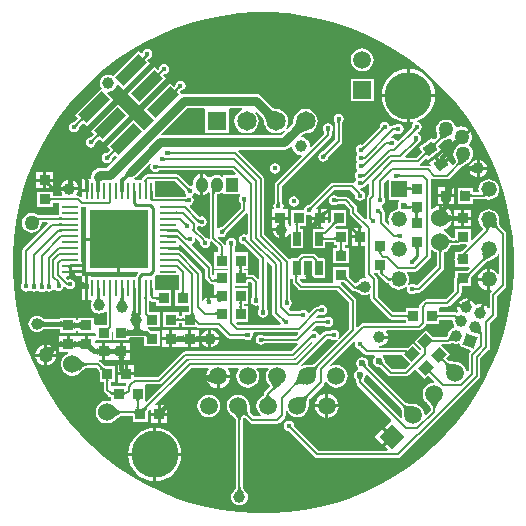
<source format=gbl>
G04*
G04 #@! TF.GenerationSoftware,Altium Limited,Altium Designer,20.0.7 (75)*
G04*
G04 Layer_Physical_Order=4*
G04 Layer_Color=16711680*
%FSLAX44Y44*%
%MOMM*%
G71*
G01*
G75*
%ADD14C,0.2000*%
%ADD19R,0.9652X0.8636*%
%ADD20R,0.8636X0.9652*%
%ADD43C,1.5240*%
%ADD49C,0.2290*%
%ADD51C,0.8000*%
%ADD52C,0.4000*%
%ADD56R,1.0000X1.2700*%
%ADD57O,1.0000X1.2700*%
%ADD58C,1.5000*%
%ADD59R,1.5000X1.5000*%
%ADD60R,1.6500X1.6500*%
%ADD61C,1.6500*%
%ADD62P,1.4142X4X385.0*%
%ADD63C,1.0000*%
%ADD64R,1.3208X1.3208*%
%ADD65C,1.3208*%
%ADD66C,4.0000*%
%ADD67P,2.1213X4X90.0*%
%ADD68C,1.2700*%
%ADD69C,0.4500*%
%ADD70C,0.6000*%
G04:AMPARAMS|DCode=85|XSize=2.8mm|YSize=1mm|CornerRadius=0mm|HoleSize=0mm|Usage=FLASHONLY|Rotation=45.000|XOffset=0mm|YOffset=0mm|HoleType=Round|Shape=Rectangle|*
%AMROTATEDRECTD85*
4,1,4,-0.6364,-1.3435,-1.3435,-0.6364,0.6364,1.3435,1.3435,0.6364,-0.6364,-1.3435,0.0*
%
%ADD85ROTATEDRECTD85*%

G04:AMPARAMS|DCode=86|XSize=0.8636mm|YSize=0.9652mm|CornerRadius=0mm|HoleSize=0mm|Usage=FLASHONLY|Rotation=135.000|XOffset=0mm|YOffset=0mm|HoleType=Round|Shape=Rectangle|*
%AMROTATEDRECTD86*
4,1,4,0.6466,0.0359,-0.0359,-0.6466,-0.6466,-0.0359,0.0359,0.6466,0.6466,0.0359,0.0*
%
%ADD86ROTATEDRECTD86*%

G04:AMPARAMS|DCode=87|XSize=0.8636mm|YSize=0.9652mm|CornerRadius=0mm|HoleSize=0mm|Usage=FLASHONLY|Rotation=125.000|XOffset=0mm|YOffset=0mm|HoleType=Round|Shape=Rectangle|*
%AMROTATEDRECTD87*
4,1,4,0.6430,-0.0769,-0.1477,-0.6305,-0.6430,0.0769,0.1477,0.6305,0.6430,-0.0769,0.0*
%
%ADD87ROTATEDRECTD87*%

%ADD88R,1.4732X0.2286*%
%ADD89R,0.2286X1.4732*%
%ADD90R,5.0038X5.0038*%
%ADD91R,0.6500X1.2500*%
%ADD92C,0.3000*%
G36*
X20804Y211224D02*
X34574Y209411D01*
X48196Y206701D01*
X61612Y203106D01*
X74763Y198642D01*
X87595Y193327D01*
X100052Y187184D01*
X112080Y180240D01*
X123628Y172523D01*
X134647Y164068D01*
X145090Y154910D01*
X154910Y145090D01*
X164068Y134647D01*
X172523Y123628D01*
X180240Y112080D01*
X187184Y100052D01*
X193327Y87595D01*
X198642Y74763D01*
X203106Y61612D01*
X206701Y48196D01*
X209411Y34574D01*
X211224Y20804D01*
X212132Y6945D01*
Y-0D01*
Y-6945D01*
X211224Y-20804D01*
X209411Y-34574D01*
X206701Y-48196D01*
X203106Y-61612D01*
X198642Y-74764D01*
X193327Y-87595D01*
X187184Y-100052D01*
X180240Y-112080D01*
X172523Y-123628D01*
X164068Y-134647D01*
X154910Y-145090D01*
X145090Y-154910D01*
X134647Y-164068D01*
X123628Y-172523D01*
X112080Y-180240D01*
X100052Y-187184D01*
X87595Y-193327D01*
X74763Y-198642D01*
X61612Y-203106D01*
X48196Y-206701D01*
X34574Y-209411D01*
X20804Y-211224D01*
X6945Y-212132D01*
X-6945D01*
X-20804Y-211224D01*
X-34574Y-209411D01*
X-48196Y-206701D01*
X-61612Y-203106D01*
X-74764Y-198642D01*
X-87595Y-193327D01*
X-100052Y-187184D01*
X-112080Y-180240D01*
X-123628Y-172523D01*
X-134647Y-164068D01*
X-145090Y-154910D01*
X-154910Y-145090D01*
X-164068Y-134647D01*
X-172523Y-123628D01*
X-180240Y-112080D01*
X-187184Y-100052D01*
X-193327Y-87595D01*
X-198642Y-74764D01*
X-203106Y-61612D01*
X-206701Y-48196D01*
X-209411Y-34574D01*
X-211224Y-20804D01*
X-212132Y-6945D01*
Y0D01*
Y6945D01*
X-211224Y20804D01*
X-209411Y34574D01*
X-206701Y48196D01*
X-203106Y61612D01*
X-198642Y74763D01*
X-193327Y87595D01*
X-187184Y100052D01*
X-180240Y112080D01*
X-172523Y123628D01*
X-164068Y134647D01*
X-154910Y145090D01*
X-145090Y154910D01*
X-134647Y164068D01*
X-123628Y172523D01*
X-112080Y180240D01*
X-100052Y187184D01*
X-87595Y193327D01*
X-74764Y198642D01*
X-61612Y203106D01*
X-48196Y206701D01*
X-34574Y209411D01*
X-20804Y211224D01*
X-6945Y212132D01*
X6945D01*
X20804Y211224D01*
D02*
G37*
%LPC*%
G36*
X-98000Y181333D02*
X-99658Y181003D01*
X-101064Y180064D01*
X-102003Y178658D01*
X-102189Y177725D01*
X-103567Y177307D01*
X-105515Y179255D01*
X-127009Y157761D01*
X-127470Y158114D01*
X-129172Y158820D01*
X-131000Y159060D01*
X-132827Y158820D01*
X-134530Y158114D01*
X-135992Y156992D01*
X-137114Y155530D01*
X-137819Y153827D01*
X-138060Y152000D01*
X-137819Y150172D01*
X-137114Y148469D01*
X-136761Y148009D01*
X-159255Y125515D01*
X-156468Y122728D01*
X-159986Y119209D01*
X-159996Y119202D01*
X-160000Y119203D01*
X-161658Y118874D01*
X-163064Y117934D01*
X-164003Y116528D01*
X-164333Y114870D01*
X-164003Y113212D01*
X-163064Y111806D01*
X-161658Y110867D01*
X-160000Y110537D01*
X-158342Y110867D01*
X-156936Y111806D01*
X-155997Y113212D01*
X-155667Y114870D01*
X-155668Y114874D01*
X-155661Y114884D01*
X-152142Y118402D01*
X-149355Y115615D01*
X-126728Y138243D01*
X-132317Y143832D01*
X-131724Y145035D01*
X-131000Y144939D01*
X-129172Y145180D01*
X-127470Y145885D01*
X-126007Y147007D01*
X-124885Y148469D01*
X-124180Y150172D01*
X-124099Y150788D01*
X-122758Y151243D01*
X-118243Y146728D01*
X-95615Y169355D01*
X-97967Y171707D01*
X-97003Y172671D01*
X-96954Y172716D01*
X-96897Y172763D01*
X-96713Y172895D01*
X-96686Y172912D01*
X-96663Y172924D01*
X-96612Y172943D01*
X-96611Y172943D01*
X-96342Y172997D01*
X-94936Y173936D01*
X-93997Y175342D01*
X-93667Y177000D01*
X-93997Y178658D01*
X-94936Y180064D01*
X-96342Y181003D01*
X-98000Y181333D01*
D02*
G37*
G36*
X-84000Y168333D02*
X-85658Y168003D01*
X-87064Y167064D01*
X-88003Y165658D01*
X-88333Y164000D01*
X-88332Y163996D01*
X-88339Y163986D01*
X-89293Y163033D01*
X-92080Y165820D01*
X-114707Y143192D01*
X-104808Y133293D01*
X-82180Y155920D01*
X-84967Y158707D01*
X-84014Y159661D01*
X-84004Y159668D01*
X-84000Y159667D01*
X-82342Y159997D01*
X-80936Y160936D01*
X-79997Y162342D01*
X-79667Y164000D01*
X-79997Y165658D01*
X-80936Y167064D01*
X-82342Y168003D01*
X-84000Y168333D01*
D02*
G37*
G36*
X84000Y181582D02*
X81520Y181255D01*
X79209Y180298D01*
X77225Y178776D01*
X75702Y176791D01*
X74745Y174480D01*
X74418Y172000D01*
X74745Y169520D01*
X75702Y167209D01*
X77225Y165225D01*
X79209Y163702D01*
X81520Y162745D01*
X84000Y162418D01*
X86480Y162745D01*
X88791Y163702D01*
X90775Y165225D01*
X92298Y167209D01*
X93256Y169520D01*
X93582Y172000D01*
X93256Y174480D01*
X92298Y176791D01*
X90775Y178776D01*
X88791Y180298D01*
X86480Y181255D01*
X84000Y181582D01*
D02*
G37*
G36*
X-70000Y154333D02*
X-71658Y154003D01*
X-73064Y153064D01*
X-74003Y151658D01*
X-74333Y150000D01*
X-74332Y149996D01*
X-74339Y149986D01*
X-75293Y149033D01*
X-78645Y152385D01*
X-101272Y129757D01*
X-92183Y120668D01*
X-100668Y112183D01*
X-109757Y121272D01*
X-132385Y98645D01*
X-129598Y95858D01*
X-132117Y93339D01*
X-132126Y93332D01*
X-132130Y93333D01*
X-133788Y93003D01*
X-135194Y92064D01*
X-136134Y90658D01*
X-136463Y89000D01*
X-136134Y87342D01*
X-135194Y85936D01*
X-133788Y84997D01*
X-132130Y84667D01*
X-130472Y84997D01*
X-129066Y85936D01*
X-128127Y87342D01*
X-127797Y89000D01*
X-127798Y89004D01*
X-127791Y89014D01*
X-125272Y91532D01*
X-123296Y89556D01*
X-132220Y80632D01*
X-138128D01*
X-140469Y80166D01*
X-142454Y78840D01*
X-143843Y77450D01*
X-145169Y75466D01*
X-145635Y73125D01*
X-145445Y72170D01*
X-146518Y71054D01*
X-148230D01*
Y61148D01*
X-149500D01*
Y59878D01*
X-153183D01*
Y56272D01*
X-154356Y55786D01*
X-154733Y56163D01*
X-155726Y56826D01*
X-156896Y57059D01*
X-156896Y57059D01*
X-157454D01*
X-158080Y58329D01*
X-157414Y59198D01*
X-156654Y61032D01*
X-156562Y61730D01*
X-167571D01*
Y59500D01*
X-168029Y59948D01*
X-168927Y60701D01*
X-169366Y61007D01*
X-169799Y61266D01*
X-170225Y61478D01*
X-170646Y61643D01*
X-170951Y61730D01*
X-171438D01*
X-171346Y61032D01*
X-170586Y59198D01*
X-169920Y58329D01*
X-170546Y57059D01*
X-178174D01*
Y60317D01*
X-191826D01*
Y47681D01*
X-178174D01*
Y50941D01*
X-173661D01*
X-172514Y50643D01*
Y40559D01*
X-189604D01*
X-189604Y40559D01*
X-190579Y40365D01*
X-191789Y41294D01*
X-193820Y42135D01*
X-196000Y42422D01*
X-198180Y42135D01*
X-200211Y41294D01*
X-201955Y39955D01*
X-203294Y38211D01*
X-204135Y36180D01*
X-204422Y34000D01*
X-204135Y31820D01*
X-203294Y29789D01*
X-201955Y28045D01*
X-200211Y26706D01*
X-198180Y25865D01*
X-196000Y25578D01*
X-193820Y25865D01*
X-191789Y26706D01*
X-190045Y28045D01*
X-188706Y29789D01*
X-187865Y31820D01*
X-187578Y34000D01*
X-187191Y34441D01*
X-182544D01*
X-182058Y33268D01*
X-202963Y12363D01*
X-203626Y11371D01*
X-203859Y10200D01*
X-203859Y10200D01*
Y-16822D01*
X-203860Y-16833D01*
X-203864Y-16836D01*
X-204803Y-18242D01*
X-205133Y-19900D01*
X-204803Y-21558D01*
X-203864Y-22964D01*
X-202458Y-23903D01*
X-200800Y-24233D01*
X-199142Y-23903D01*
X-197736Y-22964D01*
X-196565Y-23497D01*
X-195658Y-24103D01*
X-194000Y-24433D01*
X-192341Y-24103D01*
X-191827Y-23760D01*
X-190564Y-23364D01*
X-189158Y-24303D01*
X-187500Y-24633D01*
X-185841Y-24303D01*
X-184436Y-23364D01*
X-183095Y-23644D01*
X-182558Y-24003D01*
X-180900Y-24333D01*
X-179241Y-24003D01*
X-177836Y-23064D01*
X-177544Y-22628D01*
X-176274D01*
X-176264Y-22642D01*
X-174858Y-23582D01*
X-173200Y-23911D01*
X-171542Y-23582D01*
X-170136Y-22642D01*
X-169197Y-21237D01*
X-169045Y-20476D01*
X-168609Y-20203D01*
X-167651Y-19978D01*
X-166949Y-20448D01*
X-166827Y-20472D01*
X-166364Y-21164D01*
X-164958Y-22103D01*
X-163300Y-22433D01*
X-161642Y-22103D01*
X-160236Y-21164D01*
X-159297Y-19758D01*
X-158967Y-18100D01*
X-159297Y-16442D01*
X-160236Y-15036D01*
X-161642Y-14097D01*
X-163300Y-13767D01*
X-164958Y-14097D01*
X-164970Y-14104D01*
X-166718Y-12356D01*
X-166232Y-11183D01*
X-164418D01*
Y-8704D01*
X-164636Y-8648D01*
X-164956Y-8599D01*
X-165274Y-8582D01*
X-164418D01*
Y-7500D01*
X-163148D01*
Y-6418D01*
X-165438D01*
X-165221Y-6395D01*
X-165026Y-6325D01*
X-164854Y-6209D01*
X-164705Y-6047D01*
X-164579Y-5838D01*
X-164476Y-5583D01*
X-164396Y-5281D01*
X-164350Y-5000D01*
X-164396Y-4719D01*
X-164476Y-4418D01*
X-164579Y-4162D01*
X-164705Y-3954D01*
X-164854Y-3791D01*
X-165026Y-3675D01*
X-165221Y-3606D01*
X-165438Y-3582D01*
X-163148D01*
Y-1230D01*
X-153242D01*
Y1183D01*
X-153782D01*
Y14357D01*
Y24357D01*
Y34357D01*
Y47124D01*
X-153396Y47441D01*
X-149559D01*
Y21270D01*
X-122000D01*
Y20000D01*
X-120730D01*
Y-7559D01*
X-106271D01*
X-105785Y-8732D01*
X-106911Y-9858D01*
X-107606Y-10898D01*
X-107782Y-11782D01*
X-145817D01*
Y-11242D01*
X-148230D01*
Y-21148D01*
Y-31054D01*
X-145817D01*
X-145817Y-31054D01*
X-145661Y-31096D01*
X-145126Y-32440D01*
X-145147Y-32548D01*
X-145820Y-34173D01*
X-146060Y-36000D01*
X-145820Y-37827D01*
X-145114Y-39530D01*
X-143992Y-40992D01*
X-142530Y-42115D01*
X-140827Y-42820D01*
X-139000Y-43060D01*
X-137173Y-42820D01*
X-135470Y-42115D01*
X-134008Y-40992D01*
X-133829Y-40760D01*
X-132559Y-41191D01*
Y-52681D01*
X-141504D01*
X-141826Y-52681D01*
X-142774Y-51904D01*
Y-46381D01*
X-156426D01*
Y-47568D01*
X-157422Y-48186D01*
X-158274Y-47650D01*
Y-46381D01*
X-169859D01*
X-169904Y-46372D01*
X-169947Y-46381D01*
X-171926D01*
Y-47527D01*
X-172112Y-47559D01*
X-172891Y-47622D01*
X-184675D01*
X-184729Y-47617D01*
X-185039Y-47565D01*
X-185321Y-47497D01*
X-185576Y-47414D01*
X-185807Y-47316D01*
X-186018Y-47204D01*
X-186214Y-47077D01*
X-186397Y-46934D01*
X-186526Y-46814D01*
X-186608Y-46708D01*
X-188070Y-45585D01*
X-189773Y-44880D01*
X-191600Y-44640D01*
X-193427Y-44880D01*
X-195130Y-45585D01*
X-196592Y-46708D01*
X-197715Y-48170D01*
X-198420Y-49873D01*
X-198660Y-51700D01*
X-198420Y-53527D01*
X-197715Y-55230D01*
X-196592Y-56692D01*
X-195130Y-57814D01*
X-193427Y-58520D01*
X-191600Y-58760D01*
X-189773Y-58520D01*
X-188070Y-57814D01*
X-186608Y-56692D01*
X-186526Y-56586D01*
X-186398Y-56466D01*
X-186214Y-56322D01*
X-186018Y-56196D01*
X-185807Y-56084D01*
X-185575Y-55986D01*
X-185321Y-55903D01*
X-185039Y-55835D01*
X-184729Y-55784D01*
X-184675Y-55778D01*
X-173002D01*
X-172703Y-55805D01*
X-172275Y-55876D01*
X-171970Y-55957D01*
X-171926Y-55975D01*
Y-59017D01*
X-158274D01*
Y-57748D01*
X-157422Y-57212D01*
X-156426Y-57829D01*
Y-59017D01*
X-143096D01*
X-142774Y-59017D01*
X-141826Y-59794D01*
Y-60742D01*
X-142234Y-61843D01*
X-143096Y-61843D01*
X-148330D01*
Y-68701D01*
X-150870D01*
Y-61843D01*
X-156464D01*
X-157734Y-61843D01*
X-158236Y-61843D01*
X-163830D01*
Y-68701D01*
X-165100D01*
Y-69971D01*
X-169865D01*
Y-72701D01*
X-169905Y-72321D01*
X-170026Y-71981D01*
X-170228Y-71681D01*
X-170510Y-71421D01*
X-170873Y-71201D01*
X-171316Y-71021D01*
X-171840Y-70881D01*
X-172445Y-70781D01*
X-172466Y-70779D01*
Y-75559D01*
X-165267D01*
X-164967Y-76791D01*
X-167192Y-77999D01*
X-169030Y-79743D01*
X-170353Y-81903D01*
X-171073Y-84331D01*
X-171139Y-86863D01*
X-170548Y-89326D01*
X-169339Y-91552D01*
X-167596Y-93390D01*
X-165436Y-94713D01*
X-163007Y-95433D01*
X-160475Y-95499D01*
X-158012Y-94908D01*
X-155786Y-93699D01*
X-154774Y-92739D01*
X-154613Y-92632D01*
X-153819Y-91846D01*
X-152355Y-90540D01*
X-151729Y-90052D01*
X-151145Y-89646D01*
X-150624Y-89334D01*
X-150176Y-89113D01*
X-149812Y-88976D01*
X-149541Y-88911D01*
X-149504Y-88908D01*
X-141419D01*
X-139283Y-91044D01*
X-138651Y-91761D01*
X-138421Y-92061D01*
X-138319Y-92215D01*
Y-100826D01*
X-135060D01*
Y-107499D01*
X-135060Y-107499D01*
X-134827Y-108670D01*
X-134164Y-109662D01*
X-131263Y-112563D01*
X-131263Y-112563D01*
X-130271Y-113226D01*
X-129100Y-113459D01*
X-128419Y-114415D01*
Y-116296D01*
X-129437Y-117056D01*
X-130582Y-116716D01*
X-133114Y-116650D01*
X-135577Y-117241D01*
X-137803Y-118450D01*
X-139641Y-120194D01*
X-140964Y-122353D01*
X-141684Y-124782D01*
X-141750Y-127314D01*
X-141159Y-129777D01*
X-139950Y-132003D01*
X-138206Y-133841D01*
X-136047Y-135164D01*
X-133618Y-135884D01*
X-131086Y-135950D01*
X-128623Y-135358D01*
X-126397Y-134150D01*
X-125385Y-133190D01*
X-125223Y-133083D01*
X-124430Y-132297D01*
X-122965Y-130990D01*
X-122340Y-130503D01*
X-121756Y-130097D01*
X-121235Y-129785D01*
X-120787Y-129564D01*
X-120422Y-129427D01*
X-120152Y-129362D01*
X-120115Y-129359D01*
X-110319D01*
Y-134826D01*
X-97683D01*
Y-126077D01*
X-97674Y-126033D01*
X-97683Y-125989D01*
Y-125575D01*
X-97268Y-125085D01*
X-96030Y-123847D01*
X-94857Y-124333D01*
Y-126730D01*
X-89269D01*
Y-123304D01*
X-89368Y-123205D01*
X-89269Y-123277D01*
Y-120634D01*
X-91158D01*
X-91644Y-119461D01*
X-60742Y-88559D01*
X-46546D01*
X-45920Y-89829D01*
X-46770Y-90937D01*
X-47782Y-93379D01*
X-47959Y-94730D01*
X-46681D01*
X-46368Y-94500D01*
X-45853Y-94031D01*
X-45363Y-93489D01*
X-44898Y-92875D01*
X-44460Y-92189D01*
X-43831Y-94730D01*
X-28041D01*
X-28218Y-93379D01*
X-29230Y-90937D01*
X-30080Y-89829D01*
X-29454Y-88559D01*
X-20865D01*
X-20239Y-89829D01*
X-21298Y-91209D01*
X-22255Y-93520D01*
X-22582Y-96000D01*
X-22255Y-98480D01*
X-21298Y-100791D01*
X-19775Y-102775D01*
X-17791Y-104298D01*
X-15480Y-105255D01*
X-13000Y-105582D01*
X-10520Y-105255D01*
X-8209Y-104298D01*
X-6224Y-102775D01*
X-4702Y-100791D01*
X-3744Y-98480D01*
X-3418Y-96000D01*
X-3744Y-93520D01*
X-4702Y-91209D01*
X-5761Y-89829D01*
X-5135Y-88559D01*
X4135D01*
X4761Y-89829D01*
X3702Y-91209D01*
X2745Y-93520D01*
X2418Y-96000D01*
X2745Y-98480D01*
X3702Y-100791D01*
X4765Y-102176D01*
X4806Y-102259D01*
X4831Y-102280D01*
X4846Y-102309D01*
X5110Y-102627D01*
X5225Y-102775D01*
X5250Y-102795D01*
X5321Y-102880D01*
X5636Y-103336D01*
X5846Y-103722D01*
X5964Y-104028D01*
X6012Y-104250D01*
X6017Y-104403D01*
X5997Y-104522D01*
X5948Y-104650D01*
X5844Y-104821D01*
X5786Y-104889D01*
X1837Y-108837D01*
X1174Y-109830D01*
X941Y-111000D01*
X941Y-111000D01*
Y-111303D01*
X919Y-111464D01*
X878Y-111624D01*
X833Y-111745D01*
X785Y-111835D01*
X732Y-111909D01*
X666Y-111979D01*
X578Y-112051D01*
X455Y-112129D01*
X194Y-112255D01*
X82Y-112340D01*
X-791Y-112702D01*
X-2776Y-114225D01*
X-4298Y-116209D01*
X-5256Y-118520D01*
X-5582Y-121000D01*
X-5256Y-123480D01*
X-4298Y-125791D01*
X-2776Y-127775D01*
X-1608Y-128671D01*
X-2039Y-129941D01*
X-7733D01*
X-10501Y-127173D01*
X-10521Y-127149D01*
X-10664Y-126917D01*
X-10822Y-126571D01*
X-10979Y-126109D01*
X-11125Y-125532D01*
X-11249Y-124847D01*
X-11345Y-124078D01*
X-11456Y-122159D01*
X-11460Y-121318D01*
X-11418Y-121000D01*
X-11745Y-118520D01*
X-12702Y-116209D01*
X-14225Y-114225D01*
X-16209Y-112702D01*
X-18520Y-111744D01*
X-21000Y-111418D01*
X-23480Y-111744D01*
X-25791Y-112702D01*
X-27775Y-114225D01*
X-29298Y-116209D01*
X-30255Y-118520D01*
X-30582Y-121000D01*
X-30255Y-123480D01*
X-29298Y-125791D01*
X-27775Y-127775D01*
X-26883Y-128460D01*
X-26775Y-128591D01*
X-25217Y-129856D01*
X-24643Y-130398D01*
X-24151Y-130921D01*
X-23758Y-131404D01*
X-23461Y-131840D01*
X-23254Y-132220D01*
X-23126Y-132539D01*
X-23064Y-132795D01*
X-23059Y-132852D01*
Y-190261D01*
X-23082Y-190381D01*
X-23143Y-190581D01*
X-23245Y-190822D01*
X-23393Y-191104D01*
X-23592Y-191421D01*
X-23829Y-191748D01*
X-24529Y-192566D01*
X-24869Y-192913D01*
X-24992Y-193008D01*
X-26114Y-194470D01*
X-26820Y-196173D01*
X-27060Y-198000D01*
X-26820Y-199827D01*
X-26114Y-201530D01*
X-24992Y-202992D01*
X-23530Y-204114D01*
X-21827Y-204820D01*
X-20000Y-205060D01*
X-18173Y-204820D01*
X-16470Y-204114D01*
X-15008Y-202992D01*
X-13886Y-201530D01*
X-13180Y-199827D01*
X-12940Y-198000D01*
X-13180Y-196173D01*
X-13886Y-194470D01*
X-15008Y-193008D01*
X-15116Y-192924D01*
X-15864Y-192129D01*
X-16156Y-191770D01*
X-16408Y-191421D01*
X-16607Y-191104D01*
X-16755Y-190822D01*
X-16857Y-190581D01*
X-16918Y-190381D01*
X-16941Y-190261D01*
Y-132599D01*
X-16881Y-132341D01*
X-16748Y-131955D01*
X-16607Y-131635D01*
X-15353Y-131213D01*
X-15082Y-131336D01*
X-14851Y-131479D01*
X-14827Y-131499D01*
X-11163Y-135163D01*
X-10171Y-135826D01*
X-9000Y-136059D01*
X-9000Y-136059D01*
X12000D01*
X12000Y-136059D01*
X13170Y-135826D01*
X14163Y-135163D01*
X18163Y-131163D01*
X18163Y-131163D01*
X18826Y-130171D01*
X19059Y-129000D01*
Y-125143D01*
X20329Y-124890D01*
X20702Y-125791D01*
X22225Y-127775D01*
X24209Y-129298D01*
X26520Y-130255D01*
X29000Y-130582D01*
X31480Y-130255D01*
X33791Y-129298D01*
X35775Y-127775D01*
X37298Y-125791D01*
X38255Y-123480D01*
X38582Y-121000D01*
X38540Y-120682D01*
X38544Y-119841D01*
X38655Y-117922D01*
X38751Y-117153D01*
X38875Y-116467D01*
X39021Y-115891D01*
X39178Y-115429D01*
X39336Y-115083D01*
X39479Y-114851D01*
X39499Y-114827D01*
X51163Y-103163D01*
X51163Y-103163D01*
X51826Y-102170D01*
X52059Y-101000D01*
X52286Y-100692D01*
X53702Y-100791D01*
X55225Y-102775D01*
X57209Y-104298D01*
X59520Y-105255D01*
X62000Y-105582D01*
X64480Y-105255D01*
X66791Y-104298D01*
X68776Y-102775D01*
X70298Y-100791D01*
X71255Y-98480D01*
X71582Y-96000D01*
X71255Y-93520D01*
X70298Y-91209D01*
X68776Y-89225D01*
X66791Y-87702D01*
X64480Y-86744D01*
X62000Y-86418D01*
X59520Y-86744D01*
X57569Y-87553D01*
X56850Y-86476D01*
X77446Y-65880D01*
X78433Y-66689D01*
X77997Y-67342D01*
X77667Y-69000D01*
X77997Y-70658D01*
X78936Y-72064D01*
X80342Y-73003D01*
X82000Y-73333D01*
X82004Y-73332D01*
X82014Y-73339D01*
X85837Y-77163D01*
X86830Y-77826D01*
X88000Y-78059D01*
X88000Y-78059D01*
X94109D01*
X94495Y-79329D01*
X94395Y-79395D01*
X93290Y-81049D01*
X92902Y-83000D01*
X93290Y-84951D01*
X94395Y-86605D01*
X96049Y-87710D01*
X98000Y-88098D01*
X98253Y-88048D01*
X98359Y-88057D01*
X98486Y-88079D01*
X98598Y-88107D01*
X98698Y-88141D01*
X98788Y-88180D01*
X98873Y-88226D01*
X98952Y-88278D01*
X105837Y-95163D01*
X106830Y-95826D01*
X108000Y-96059D01*
X108000Y-96059D01*
X121034D01*
X121034Y-96059D01*
X122205Y-95826D01*
X123197Y-95163D01*
X128853Y-89507D01*
X137298Y-97952D01*
X139962Y-95288D01*
X144969Y-100295D01*
X144439Y-101561D01*
X142441Y-101824D01*
X140130Y-102781D01*
X138146Y-104304D01*
X136623Y-106288D01*
X135666Y-108599D01*
X135339Y-111079D01*
X135666Y-113559D01*
X136623Y-115870D01*
X138146Y-117854D01*
X138400Y-118050D01*
X138992Y-118647D01*
X140271Y-120082D01*
X140747Y-120694D01*
X141143Y-121267D01*
X141448Y-121777D01*
X141664Y-122216D01*
X141797Y-122572D01*
X141860Y-122837D01*
X141862Y-122868D01*
Y-124661D01*
X137784Y-128740D01*
X136443Y-128284D01*
X136216Y-126559D01*
X135259Y-124249D01*
X133736Y-122264D01*
X131751Y-120741D01*
X129440Y-119784D01*
X127401Y-119515D01*
X127377Y-119510D01*
X127371Y-119509D01*
X127371Y-119509D01*
X127371Y-119509D01*
X127340Y-119508D01*
X126960Y-119458D01*
X126802Y-119478D01*
X126234Y-119448D01*
X125234Y-119363D01*
X123459Y-119116D01*
X122773Y-118970D01*
X122177Y-118805D01*
X121700Y-118634D01*
X121344Y-118467D01*
X121113Y-118324D01*
X121099Y-118313D01*
X89099Y-86313D01*
X89064Y-86257D01*
X89036Y-86200D01*
X89014Y-86144D01*
X88998Y-86083D01*
X88985Y-86012D01*
X88979Y-85925D01*
X88981Y-85818D01*
X89001Y-85611D01*
X88993Y-85528D01*
X89098Y-85000D01*
X88710Y-83049D01*
X87605Y-81395D01*
X85951Y-80290D01*
X84000Y-79902D01*
X82049Y-80290D01*
X80395Y-81395D01*
X79290Y-83049D01*
X78902Y-85000D01*
X79290Y-86951D01*
X80395Y-88605D01*
X80766Y-88853D01*
X80498Y-90201D01*
X80049Y-90290D01*
X78395Y-91395D01*
X77290Y-93049D01*
X76902Y-95000D01*
X77290Y-96951D01*
X78395Y-98605D01*
X78610Y-98748D01*
X78678Y-98830D01*
X78753Y-98935D01*
X78812Y-99034D01*
X78858Y-99129D01*
X78894Y-99220D01*
X78922Y-99312D01*
X78941Y-99405D01*
Y-101000D01*
X78941Y-101000D01*
X79174Y-102170D01*
X79837Y-103163D01*
X108438Y-131764D01*
X108340Y-133462D01*
X102799Y-139003D01*
X109898Y-146102D01*
X109000Y-147000D01*
X109898Y-147898D01*
X102799Y-154997D01*
X105569Y-157768D01*
X105083Y-158941D01*
X47267D01*
X26339Y-138013D01*
X26332Y-138004D01*
X26333Y-138000D01*
X26003Y-136342D01*
X25064Y-134936D01*
X23658Y-133997D01*
X22000Y-133667D01*
X20342Y-133997D01*
X18936Y-134936D01*
X17997Y-136342D01*
X17667Y-138000D01*
X17997Y-139658D01*
X18936Y-141064D01*
X20342Y-142003D01*
X22000Y-142333D01*
X22004Y-142332D01*
X22013Y-142339D01*
X43837Y-164163D01*
X44830Y-164826D01*
X46000Y-165059D01*
X46000Y-165059D01*
X114000D01*
X114000Y-165059D01*
X115170Y-164826D01*
X116163Y-164163D01*
X132663Y-147662D01*
X132884Y-147619D01*
X133876Y-146955D01*
X183163Y-97669D01*
X183826Y-96677D01*
X184059Y-95506D01*
Y-80744D01*
X191163Y-73640D01*
X191826Y-72648D01*
X192059Y-71477D01*
Y-51267D01*
X197163Y-46163D01*
X197163Y-46163D01*
X197826Y-45170D01*
X198059Y-44000D01*
X198059Y-44000D01*
Y-28267D01*
X205163Y-21163D01*
X205826Y-20171D01*
X206059Y-19000D01*
Y24800D01*
X205826Y25970D01*
X205163Y26963D01*
X205163Y26963D01*
X200469Y31657D01*
X200349Y31846D01*
X200212Y32133D01*
X200075Y32516D01*
X199947Y32995D01*
X199836Y33567D01*
X199750Y34205D01*
X199648Y35825D01*
X199644Y36541D01*
X199678Y36800D01*
X199382Y39046D01*
X198515Y41139D01*
X197136Y42937D01*
X195339Y44316D01*
X193246Y45183D01*
X191000Y45478D01*
X188754Y45183D01*
X186661Y44316D01*
X184863Y42937D01*
X183484Y41139D01*
X182617Y39046D01*
X182322Y36800D01*
X182617Y34554D01*
X183484Y32461D01*
X184863Y30664D01*
X185040Y30528D01*
X185269Y30287D01*
X185588Y29908D01*
X185860Y29538D01*
X186087Y29179D01*
X186272Y28831D01*
X186417Y28493D01*
X186481Y28300D01*
X176999Y18818D01*
X175826Y19304D01*
Y28317D01*
X162174D01*
Y21059D01*
X159168D01*
X159145Y21061D01*
X158403Y22852D01*
X156861Y24861D01*
X154851Y26403D01*
X153361Y27020D01*
Y28395D01*
X155124Y29125D01*
X157246Y30754D01*
X158875Y32876D01*
X159898Y35348D01*
X159973Y35916D01*
X159389Y35820D01*
X158830Y35680D01*
X158319Y35500D01*
X157857Y35280D01*
X157442Y35020D01*
X157075Y34720D01*
X156756Y34380D01*
X156486Y34000D01*
Y36730D01*
X150000D01*
Y38000D01*
X148730D01*
Y45283D01*
X148281Y45424D01*
X148632Y45525D01*
X148730Y45564D01*
Y48081D01*
X147348Y47899D01*
X144876Y46875D01*
X143329Y45687D01*
X142059Y46314D01*
Y70000D01*
X141855Y71023D01*
X142213Y71426D01*
X142837Y71837D01*
X143829Y71174D01*
X145000Y70941D01*
X145000Y70941D01*
X156000D01*
X156000Y70941D01*
X157171Y71174D01*
X158163Y71837D01*
X167886Y81560D01*
X173513Y84791D01*
X173633Y84896D01*
X174400Y85295D01*
X176021Y86780D01*
X177202Y88634D01*
X177863Y90731D01*
X177959Y92928D01*
X177483Y95074D01*
X176468Y97024D01*
X174982Y98645D01*
X174388Y99024D01*
X174277Y100289D01*
X174887Y100848D01*
X176145Y102822D01*
X176849Y105055D01*
X176951Y107393D01*
X176444Y109679D01*
X175955Y110619D01*
X168747Y105571D01*
X161539Y100524D01*
X162255Y99743D01*
X163259Y99103D01*
X163369Y97838D01*
X163117Y97607D01*
X161936Y95753D01*
X161275Y93656D01*
X161179Y91460D01*
X161655Y89313D01*
X162341Y87994D01*
X162384Y87864D01*
X162384Y87864D01*
X162385Y87863D01*
X162709Y87292D01*
X162919Y86840D01*
X163057Y86453D01*
X163130Y86136D01*
X163154Y85891D01*
X163145Y85707D01*
X163114Y85567D01*
X163062Y85441D01*
X162978Y85305D01*
X162969Y85295D01*
X160914Y83239D01*
X159649Y83350D01*
X157352Y86631D01*
X151318Y82406D01*
X150589Y83446D01*
X149549Y82717D01*
X145615Y88335D01*
X140622Y84839D01*
X141985Y82892D01*
X141081Y81969D01*
X140921Y82076D01*
X139750Y82309D01*
X139750Y82309D01*
X133018D01*
X132633Y83579D01*
X133020Y83837D01*
X137593Y88410D01*
X138858Y88299D01*
X139443Y87463D01*
X150626Y95294D01*
X148094Y98911D01*
X151994Y102811D01*
X152110Y102888D01*
X152344Y103017D01*
X156596Y104692D01*
X157598Y105023D01*
X157880Y105086D01*
X158184Y105244D01*
X159335Y104707D01*
X159593Y103545D01*
X160082Y102605D01*
X167290Y107652D01*
X174498Y112699D01*
X173782Y113481D01*
X171808Y114738D01*
X169576Y115442D01*
X167237Y115544D01*
X164952Y115038D01*
X164218Y114656D01*
X163067Y115192D01*
X162914Y115880D01*
X161899Y117831D01*
X160414Y119452D01*
X158559Y120633D01*
X156462Y121294D01*
X154266Y121390D01*
X152120Y120914D01*
X150169Y119899D01*
X148548Y118414D01*
X147367Y116559D01*
X146706Y114462D01*
X146610Y112266D01*
X147086Y110119D01*
X147159Y109979D01*
X147281Y109593D01*
X147429Y108996D01*
X147519Y108470D01*
X147558Y108015D01*
X147552Y107634D01*
X147512Y107327D01*
X147448Y107086D01*
X147368Y106897D01*
X147271Y106740D01*
X147267Y106736D01*
X145229Y104698D01*
X143964Y104809D01*
X143378Y105645D01*
X132196Y97814D01*
X134728Y94197D01*
X129590Y89059D01*
X121044D01*
X120558Y90232D01*
X131663Y101337D01*
X131663Y101337D01*
X132326Y102330D01*
X132337Y102384D01*
X132564Y102536D01*
X133503Y103942D01*
X133833Y105600D01*
X133503Y107258D01*
X132564Y108664D01*
X131160Y109602D01*
X131158Y109609D01*
X131161Y110898D01*
X131658Y110997D01*
X133064Y111936D01*
X134003Y113342D01*
X134333Y115000D01*
X134003Y116658D01*
X133064Y118064D01*
X131658Y119003D01*
X130779Y119178D01*
X130715Y120486D01*
X131667Y120775D01*
X135583Y122868D01*
X139015Y125685D01*
X141832Y129117D01*
X143925Y133033D01*
X145214Y137281D01*
X145524Y140430D01*
X124270D01*
Y119176D01*
X126668Y119412D01*
X127109Y118180D01*
X126936Y118064D01*
X125997Y116658D01*
X125667Y115000D01*
X125738Y114640D01*
X114526Y103427D01*
X112986Y103683D01*
X112464Y104464D01*
X111058Y105403D01*
X109400Y105733D01*
X108720Y105598D01*
X108094Y106768D01*
X111611Y110286D01*
X112942Y109397D01*
X114600Y109067D01*
X116258Y109397D01*
X117664Y110336D01*
X118603Y111742D01*
X118933Y113400D01*
X118603Y115058D01*
X117664Y116464D01*
X116258Y117403D01*
X114600Y117733D01*
X112942Y117403D01*
X111536Y116464D01*
X111533Y116460D01*
X111522Y116459D01*
X110400D01*
X110400Y116459D01*
X109229Y116226D01*
X108536Y115763D01*
X107560Y115996D01*
X107142Y116263D01*
X107003Y116958D01*
X106064Y118364D01*
X104658Y119303D01*
X103000Y119633D01*
X101342Y119303D01*
X99936Y118364D01*
X98997Y116958D01*
X98667Y115300D01*
X98668Y115296D01*
X98661Y115287D01*
X83590Y100216D01*
X83000Y100333D01*
X81342Y100003D01*
X79936Y99064D01*
X78997Y97658D01*
X78667Y96000D01*
X78997Y94342D01*
X79936Y92936D01*
X79633Y91611D01*
X78996Y90658D01*
X78666Y89000D01*
X78996Y87342D01*
X79633Y86389D01*
X79936Y85064D01*
X78997Y83658D01*
X78667Y82000D01*
X78997Y80342D01*
X79840Y79079D01*
X79928Y78891D01*
X79694Y77570D01*
X78936Y77064D01*
X77997Y75658D01*
X77667Y74000D01*
X77997Y72342D01*
X78325Y71850D01*
X78686Y70564D01*
X77747Y69158D01*
X77596Y68401D01*
X76185Y67816D01*
X76171Y67826D01*
X75000Y68059D01*
X75000Y68059D01*
X59000D01*
X57829Y67826D01*
X56837Y67163D01*
X39014Y49339D01*
X39004Y49332D01*
X39000Y49333D01*
X37342Y49003D01*
X35936Y48064D01*
X34997Y46658D01*
X34667Y45000D01*
X34524Y44826D01*
X23683D01*
Y32400D01*
X23683Y32380D01*
X23683Y32380D01*
X23683Y32135D01*
X22413Y31462D01*
X22272Y31519D01*
X22086Y31967D01*
X20878Y33542D01*
X20857Y33558D01*
Y36730D01*
X7141D01*
Y30634D01*
X7141D01*
X8003Y29434D01*
X13994D01*
X13980Y29964D01*
X13920Y30645D01*
X13820Y31244D01*
X13680Y31765D01*
X13542Y32103D01*
X12552Y32202D01*
X12827Y32430D01*
X13073Y32690D01*
X13113Y32744D01*
X13020Y32845D01*
X12720Y33045D01*
X12380Y33165D01*
X12000Y33205D01*
X13420D01*
X13479Y33307D01*
X13638Y33664D01*
X13768Y34053D01*
X13870Y34475D01*
X13942Y34929D01*
X13986Y35415D01*
X14000Y35934D01*
X18000Y35494D01*
X18012Y34977D01*
X18107Y34024D01*
X18191Y33588D01*
X18298Y33178D01*
X18429Y32796D01*
X18584Y32440D01*
X18763Y32112D01*
X18966Y31810D01*
X19193Y31535D01*
X18044Y31651D01*
X18000Y29204D01*
X15500D01*
Y28164D01*
X16770D01*
Y24703D01*
X19340Y24961D01*
X19085Y24631D01*
X18857Y24282D01*
X18656Y23915D01*
X18482Y23530D01*
X18335Y23126D01*
X18214Y22704D01*
X18121Y22264D01*
X18054Y21806D01*
X18013Y21329D01*
X18006Y21040D01*
X19303Y21578D01*
X20878Y22786D01*
X22086Y24361D01*
X23350Y24094D01*
Y12250D01*
X32000D01*
X32760Y12290D01*
X33440Y12410D01*
X33850Y12547D01*
Y28750D01*
X31659D01*
Y31174D01*
X36319D01*
Y40269D01*
X37589Y40947D01*
X39000Y40667D01*
X39870Y40840D01*
X41140Y39907D01*
Y39270D01*
X46728D01*
Y45366D01*
X45351D01*
X44865Y46539D01*
X60267Y61941D01*
X73733D01*
X77834Y57840D01*
X77667Y57000D01*
X77997Y55342D01*
X78936Y53936D01*
X80342Y52997D01*
X82000Y52667D01*
X83658Y52997D01*
X85064Y53936D01*
X86003Y55342D01*
X86333Y57000D01*
X86003Y58658D01*
X85064Y60064D01*
X83658Y61003D01*
X83132Y61108D01*
X83112Y61133D01*
X82951Y61375D01*
X82950Y61375D01*
X82801Y61524D01*
X82363Y62076D01*
X82755Y63367D01*
X83408Y63497D01*
X83723Y63707D01*
X83847D01*
X83848Y63707D01*
X85018Y63940D01*
X86010Y64603D01*
X88768Y67361D01*
X89941Y66875D01*
Y63777D01*
X89941Y63776D01*
X90041Y63273D01*
Y57999D01*
X88737Y56695D01*
X88074Y55702D01*
X87841Y54532D01*
X87841Y54532D01*
Y38100D01*
X87841Y38100D01*
X86798Y36837D01*
X86529Y36797D01*
X79522Y43804D01*
Y46537D01*
X79522Y46537D01*
X79289Y47708D01*
X78626Y48700D01*
X78626Y48700D01*
X72163Y55163D01*
X71171Y55826D01*
X70000Y56059D01*
X70000Y56059D01*
X63078D01*
X63067Y56060D01*
X63064Y56064D01*
X61658Y57003D01*
X60000Y57333D01*
X58342Y57003D01*
X56936Y56064D01*
X55997Y54658D01*
X55667Y53000D01*
X55997Y51342D01*
X56936Y49936D01*
X58342Y48997D01*
X60000Y48667D01*
X61658Y48997D01*
X63064Y49936D01*
X63067Y49940D01*
X63078Y49941D01*
X68733D01*
X73404Y45270D01*
Y42537D01*
X73404Y42537D01*
X73637Y41366D01*
X74300Y40374D01*
X84135Y30539D01*
X83649Y29366D01*
X83271D01*
Y22000D01*
Y14634D01*
X86441D01*
Y-9500D01*
X86441Y-9500D01*
X86674Y-10670D01*
X87337Y-11663D01*
X87535Y-11861D01*
X86942Y-13064D01*
X86000Y-12940D01*
X84173Y-13180D01*
X82470Y-13886D01*
X81008Y-15008D01*
X80221Y-16032D01*
X80120Y-16131D01*
X79905Y-16445D01*
X79886Y-16470D01*
X79882Y-16477D01*
X79801Y-16596D01*
X79523Y-16953D01*
X78032Y-17199D01*
X73306Y-12473D01*
X73011Y-12156D01*
X72826Y-11926D01*
Y-3683D01*
X59174D01*
Y-16319D01*
X58162Y-16941D01*
X33267D01*
X31094Y-14768D01*
X31230Y-13534D01*
X32210Y-13290D01*
Y-13290D01*
X36730D01*
Y-12345D01*
X34932Y-10762D01*
X34781Y-10719D01*
X36730D01*
Y-4500D01*
X39270D01*
Y-10719D01*
X41220D01*
X41244Y-10783D01*
X41316Y-10890D01*
X41437Y-11042D01*
X41822Y-11477D01*
X43584Y-13290D01*
X43790D01*
Y-12750D01*
X52650D01*
Y3750D01*
X47651D01*
X47313Y4256D01*
X44656Y6913D01*
X43663Y7576D01*
X42493Y7809D01*
X42493Y7809D01*
X33508D01*
X33507Y7809D01*
X32337Y7576D01*
X31345Y6913D01*
X28687Y4256D01*
X28349Y3750D01*
X23350D01*
Y3643D01*
X22431Y3248D01*
X22080Y3216D01*
X1059Y24237D01*
Y71000D01*
X826Y72171D01*
X163Y73163D01*
X163Y73163D01*
X-21287Y94613D01*
X-20761Y95883D01*
X18000D01*
X20341Y96348D01*
X22325Y97674D01*
X23177Y98525D01*
X24517Y98070D01*
X24654Y97032D01*
X25414Y95197D01*
X26622Y93622D01*
X28198Y92414D01*
X30032Y91654D01*
X32000Y91395D01*
X32315Y91436D01*
X32908Y90233D01*
X10837Y68163D01*
X10174Y67171D01*
X9941Y66000D01*
X9941Y66000D01*
Y51078D01*
X9940Y51066D01*
X9936Y51064D01*
X8997Y49658D01*
X8667Y48000D01*
X8938Y46636D01*
X8237Y45366D01*
X7141D01*
Y39270D01*
X20857D01*
Y45366D01*
X17763D01*
X17062Y46636D01*
X17333Y48000D01*
X17003Y49658D01*
X16064Y51064D01*
X16060Y51066D01*
X16059Y51078D01*
Y64733D01*
X57163Y105837D01*
X57163Y105837D01*
X57826Y106830D01*
X58059Y108000D01*
Y110922D01*
X58060Y110934D01*
X58064Y110936D01*
X59003Y112342D01*
X59333Y114000D01*
X59003Y115658D01*
X58064Y117064D01*
X56658Y118003D01*
X55000Y118333D01*
X53342Y118003D01*
X51936Y117064D01*
X50997Y115658D01*
X50667Y114000D01*
X50997Y112342D01*
X51936Y110936D01*
X51940Y110934D01*
X51941Y110922D01*
Y109267D01*
X40767Y98092D01*
X39564Y98686D01*
X39605Y99000D01*
X39346Y100968D01*
X38586Y102802D01*
X37378Y104378D01*
X35803Y105586D01*
X33968Y106346D01*
X32930Y106483D01*
X32475Y107824D01*
X32889Y108237D01*
X33305Y108568D01*
X33793Y108910D01*
X34245Y109185D01*
X34660Y109396D01*
X35032Y109547D01*
X35361Y109643D01*
X35647Y109694D01*
X35725Y109698D01*
X36000Y109662D01*
X38676Y110014D01*
X41169Y111047D01*
X43310Y112690D01*
X44953Y114831D01*
X45986Y117325D01*
X46338Y120000D01*
X45986Y122676D01*
X44953Y125169D01*
X43310Y127311D01*
X41169Y128954D01*
X38676Y129986D01*
X36000Y130339D01*
X33324Y129986D01*
X30831Y128954D01*
X28690Y127311D01*
X27047Y125169D01*
X26014Y122676D01*
X25661Y120000D01*
X25698Y119725D01*
X25694Y119648D01*
X25643Y119362D01*
X25546Y119033D01*
X25396Y118660D01*
X25185Y118246D01*
X24910Y117793D01*
X24583Y117327D01*
X24109Y116761D01*
X19756Y112408D01*
X19688Y112399D01*
X19159Y113000D01*
X18937Y113507D01*
X19953Y114831D01*
X20986Y117325D01*
X21338Y120000D01*
X20986Y122676D01*
X19953Y125169D01*
X18310Y127311D01*
X16169Y128954D01*
X13676Y129986D01*
X11000Y130339D01*
X10725Y130303D01*
X10647Y130307D01*
X10361Y130358D01*
X10032Y130454D01*
X9660Y130605D01*
X9245Y130815D01*
X8793Y131090D01*
X8327Y131418D01*
X7760Y131891D01*
X-1674Y141326D01*
X-3659Y142652D01*
X-6000Y143118D01*
X-67200D01*
X-69016Y142756D01*
X-70967Y144707D01*
X-70013Y145661D01*
X-70004Y145668D01*
X-70000Y145667D01*
X-68342Y145997D01*
X-66936Y146936D01*
X-65997Y148342D01*
X-65667Y150000D01*
X-65997Y151658D01*
X-66936Y153064D01*
X-68342Y154003D01*
X-70000Y154333D01*
D02*
G37*
G36*
X124270Y164224D02*
Y142970D01*
X145524D01*
X145214Y146119D01*
X143925Y150367D01*
X141832Y154283D01*
X139015Y157715D01*
X135583Y160532D01*
X131667Y162625D01*
X127419Y163914D01*
X124270Y164224D01*
D02*
G37*
G36*
X121730D02*
X118581Y163914D01*
X114333Y162625D01*
X110417Y160532D01*
X106985Y157715D01*
X104168Y154283D01*
X102075Y150367D01*
X100786Y146119D01*
X100476Y142970D01*
X121730D01*
Y164224D01*
D02*
G37*
G36*
X93500Y156100D02*
X74500D01*
Y137100D01*
X93500D01*
Y156100D01*
D02*
G37*
G36*
X121730Y140430D02*
X100476D01*
X100786Y137281D01*
X102075Y133033D01*
X104168Y129117D01*
X106985Y125685D01*
X110417Y122868D01*
X114333Y120775D01*
X118581Y119486D01*
X121730Y119176D01*
Y140430D01*
D02*
G37*
G36*
X-123192Y134707D02*
X-145820Y112080D01*
X-143033Y109293D01*
X-145986Y106339D01*
X-145996Y106332D01*
X-146000Y106333D01*
X-147658Y106003D01*
X-149064Y105064D01*
X-150003Y103658D01*
X-150333Y102000D01*
X-150003Y100342D01*
X-149064Y98936D01*
X-147658Y97997D01*
X-146000Y97667D01*
X-144342Y97997D01*
X-142936Y98936D01*
X-141996Y100342D01*
X-141667Y102000D01*
X-141667Y102004D01*
X-141660Y102014D01*
X-138707Y104967D01*
X-135920Y102180D01*
X-113293Y124808D01*
X-123192Y134707D01*
D02*
G37*
G36*
X64000Y126333D02*
X62342Y126003D01*
X60936Y125064D01*
X59997Y123658D01*
X59667Y122000D01*
X59997Y120342D01*
X60936Y118936D01*
X60940Y118933D01*
X60941Y118922D01*
Y104267D01*
X51013Y94339D01*
X51004Y94332D01*
X51000Y94333D01*
X49342Y94003D01*
X47936Y93064D01*
X46997Y91658D01*
X46667Y90000D01*
X46997Y88342D01*
X47936Y86936D01*
X49342Y85997D01*
X51000Y85667D01*
X52658Y85997D01*
X54064Y86936D01*
X55003Y88342D01*
X55333Y90000D01*
X55332Y90004D01*
X55339Y90014D01*
X66163Y100837D01*
X66826Y101830D01*
X67059Y103000D01*
Y118922D01*
X67060Y118933D01*
X67064Y118936D01*
X68003Y120342D01*
X68333Y122000D01*
X68003Y123658D01*
X67064Y125064D01*
X65658Y126003D01*
X64000Y126333D01*
D02*
G37*
G36*
X152690Y93289D02*
X147696Y89792D01*
X150901Y85215D01*
X155895Y88711D01*
X152690Y93289D01*
D02*
G37*
G36*
X183270Y87438D02*
Y81270D01*
X189438D01*
X189346Y81968D01*
X188586Y83802D01*
X187378Y85378D01*
X185802Y86586D01*
X183968Y87346D01*
X183270Y87438D01*
D02*
G37*
G36*
X180730D02*
X180032Y87346D01*
X178197Y86586D01*
X176622Y85378D01*
X175414Y83802D01*
X174670Y82008D01*
X174915Y82015D01*
X175391Y82060D01*
X175846Y82135D01*
X176279Y82240D01*
X176691Y82375D01*
X177082Y82540D01*
X177451Y82735D01*
X177798Y82960D01*
X178125Y83215D01*
X178429Y83500D01*
Y81270D01*
X180730D01*
Y87438D01*
D02*
G37*
G36*
Y78730D02*
X178429D01*
Y76500D01*
X178125Y76785D01*
X177798Y77040D01*
X177451Y77265D01*
X177082Y77460D01*
X176691Y77625D01*
X176279Y77760D01*
X175846Y77865D01*
X175391Y77940D01*
X174915Y77985D01*
X174670Y77992D01*
X175414Y76198D01*
X176622Y74622D01*
X178197Y73414D01*
X180032Y72654D01*
X180730Y72562D01*
Y78730D01*
D02*
G37*
G36*
X10000Y84333D02*
X8342Y84003D01*
X6936Y83064D01*
X5997Y81658D01*
X5667Y80000D01*
X5997Y78342D01*
X6936Y76936D01*
X8342Y75997D01*
X10000Y75667D01*
X11658Y75997D01*
X13064Y76936D01*
X14003Y78342D01*
X14333Y80000D01*
X14003Y81658D01*
X13064Y83064D01*
X11658Y84003D01*
X10000Y84333D01*
D02*
G37*
G36*
X189438Y78730D02*
X183270D01*
Y72562D01*
X183968Y72654D01*
X185802Y73414D01*
X187378Y74622D01*
X188586Y76198D01*
X189346Y78032D01*
X189438Y78730D01*
D02*
G37*
G36*
X-177634Y76859D02*
X-183730D01*
Y71271D01*
X-177634D01*
Y76859D01*
D02*
G37*
G36*
X-186270D02*
X-192366D01*
Y71271D01*
X-186270D01*
Y76859D01*
D02*
G37*
G36*
X-162318Y70384D02*
X-161931Y70304D01*
X-162032Y70346D01*
X-162318Y70384D01*
D02*
G37*
G36*
X-161219Y70009D02*
X-161210Y69793D01*
X-161161Y69401D01*
X-161080Y68984D01*
X-160966Y68543D01*
X-160641Y67586D01*
X-160429Y67071D01*
X-159600Y65376D01*
X-162730Y66454D01*
Y64270D01*
X-156562D01*
X-156654Y64968D01*
X-157414Y66803D01*
X-158622Y68378D01*
X-160198Y69586D01*
X-161219Y70009D01*
D02*
G37*
G36*
X-165270Y70438D02*
X-165968Y70346D01*
X-167803Y69586D01*
X-169378Y68378D01*
X-170586Y66803D01*
X-171346Y64968D01*
X-171438Y64270D01*
X-170951D01*
X-170646Y64357D01*
X-170225Y64522D01*
X-169799Y64734D01*
X-169366Y64993D01*
X-168927Y65299D01*
X-168481Y65652D01*
X-168029Y66052D01*
X-167571Y66500D01*
Y64270D01*
X-165270D01*
Y67330D01*
X-166002Y67582D01*
X-165530Y67808D01*
X-165270Y67957D01*
Y70438D01*
D02*
G37*
G36*
X-177634Y68731D02*
X-183730D01*
Y65905D01*
X-180235Y68444D01*
X-180384Y68291D01*
X-180464Y68101D01*
X-180473Y67872D01*
X-180413Y67605D01*
X-180283Y67300D01*
X-180083Y66957D01*
X-179813Y66576D01*
X-179474Y66157D01*
X-178585Y65205D01*
X-179903Y63285D01*
X-180506Y63872D01*
X-182052Y65180D01*
X-182479Y65464D01*
X-182862Y65671D01*
X-183200Y65803D01*
X-183495Y65860D01*
X-183730Y65841D01*
Y63143D01*
X-177634D01*
Y68731D01*
D02*
G37*
G36*
X-186270D02*
X-192366D01*
Y63143D01*
X-186270D01*
Y68731D01*
D02*
G37*
G36*
X-150770Y71054D02*
X-153183D01*
Y62418D01*
X-150770D01*
Y71054D01*
D02*
G37*
G36*
X191000Y70878D02*
X188754Y70583D01*
X186661Y69716D01*
X184863Y68337D01*
X183484Y66539D01*
X182617Y64446D01*
X182322Y62200D01*
X182478Y61014D01*
X181640Y60059D01*
X177319D01*
Y63826D01*
X167979D01*
X167683Y63885D01*
X167388Y63826D01*
X164683D01*
Y61122D01*
X164624Y60826D01*
X164683Y60531D01*
Y50174D01*
X177319D01*
Y53941D01*
X186800D01*
X186800Y53941D01*
X187918Y54164D01*
X188754Y53818D01*
X191000Y53522D01*
X193246Y53818D01*
X195339Y54685D01*
X197136Y56064D01*
X198515Y57861D01*
X199382Y59954D01*
X199678Y62200D01*
X199382Y64446D01*
X198515Y66539D01*
X197136Y68337D01*
X195339Y69716D01*
X193246Y70583D01*
X191000Y70878D01*
D02*
G37*
G36*
X161857Y64366D02*
X156269D01*
Y58270D01*
X161857D01*
Y64366D01*
D02*
G37*
G36*
X153729D02*
X148141D01*
Y58270D01*
X153729D01*
Y64366D01*
D02*
G37*
G36*
X161857Y55730D02*
X156269D01*
Y52204D01*
X158999D01*
X158619Y52165D01*
X158279Y52045D01*
X157979Y51845D01*
X157719Y51564D01*
X157499Y51205D01*
X157319Y50764D01*
X157179Y50244D01*
X157079Y49644D01*
X157078Y49634D01*
X161857D01*
Y55730D01*
D02*
G37*
G36*
X153729D02*
X148141D01*
Y49634D01*
X152920D01*
X152919Y49644D01*
X152819Y50244D01*
X152679Y50764D01*
X152499Y51205D01*
X152279Y51564D01*
X152019Y51845D01*
X151719Y52045D01*
X151379Y52165D01*
X150999Y52204D01*
X153729D01*
Y55730D01*
D02*
G37*
G36*
X26000Y56333D02*
X24342Y56003D01*
X22936Y55064D01*
X21997Y53658D01*
X21667Y52000D01*
X21997Y50342D01*
X22936Y48936D01*
X24342Y47997D01*
X26000Y47667D01*
X27658Y47997D01*
X29064Y48936D01*
X30003Y50342D01*
X30333Y52000D01*
X30003Y53658D01*
X29064Y55064D01*
X27658Y56003D01*
X26000Y56333D01*
D02*
G37*
G36*
X151270Y48081D02*
Y47197D01*
X151603Y47484D01*
X152115Y47969D01*
X151270Y48081D01*
D02*
G37*
G36*
X156033Y46177D02*
X155725Y45790D01*
X155482Y45411D01*
X155304Y45046D01*
X155194Y44693D01*
X155150Y44354D01*
X155173Y44027D01*
X155262Y43713D01*
X155418Y43412D01*
X155640Y43123D01*
X151270Y44489D01*
Y39270D01*
X156486D01*
Y42000D01*
X156756Y41620D01*
X157075Y41280D01*
X157442Y40980D01*
X157857Y40720D01*
X158319Y40500D01*
X158830Y40320D01*
X159389Y40180D01*
X159973Y40084D01*
X159898Y40652D01*
X158875Y43124D01*
X157246Y45246D01*
X156033Y46177D01*
D02*
G37*
G36*
X49268Y42544D02*
Y41477D01*
X49715Y41879D01*
X49826Y41986D01*
X49268Y42544D01*
D02*
G37*
G36*
X54856Y45366D02*
X49268D01*
Y42625D01*
X49431Y42577D01*
X49672Y42580D01*
X49946Y42648D01*
X50254Y42780D01*
X50594Y42978D01*
X50968Y43240D01*
X51374Y43567D01*
X52286Y44415D01*
X53905Y42796D01*
X53448Y42323D01*
X52730Y41477D01*
X52468Y41104D01*
X52270Y40764D01*
X52138Y40457D01*
X52070Y40182D01*
X52067Y39941D01*
X52129Y39732D01*
X52255Y39557D01*
X51514Y40298D01*
X50609Y39270D01*
X54856D01*
Y45366D01*
D02*
G37*
G36*
X176366Y44859D02*
X170270D01*
Y39271D01*
X176366D01*
Y44859D01*
D02*
G37*
G36*
X167730D02*
X161634D01*
Y39271D01*
X167730D01*
Y44859D01*
D02*
G37*
G36*
X46728Y36730D02*
X45842D01*
X46728Y35844D01*
Y36730D01*
D02*
G37*
G36*
X70318Y44826D02*
X57682D01*
Y36077D01*
X57673Y36033D01*
X57682Y35989D01*
Y35575D01*
X57267Y35085D01*
X56029Y33847D01*
X54856Y34333D01*
Y36730D01*
X49268D01*
Y33304D01*
X49367Y33205D01*
X49268Y33277D01*
Y30634D01*
X50669D01*
X51248Y29402D01*
X51153Y29265D01*
X50694Y28750D01*
X50663D01*
X50620Y28759D01*
X50576Y28750D01*
X42150D01*
Y12546D01*
X42560Y12410D01*
X43240Y12290D01*
X44000Y12250D01*
X52650D01*
Y17441D01*
X59681D01*
Y15174D01*
X62941D01*
Y12319D01*
X59174D01*
Y-317D01*
X72826D01*
Y12319D01*
X69059D01*
Y15174D01*
X72317D01*
Y28826D01*
X61456D01*
X60930Y30096D01*
X61515Y30682D01*
X61837Y30980D01*
X62079Y31173D01*
X62079Y31174D01*
X62497D01*
X62541Y31165D01*
X62585Y31174D01*
X70318D01*
Y44826D01*
D02*
G37*
G36*
X43705Y36730D02*
X41140D01*
Y33472D01*
X41674Y34025D01*
X42919Y35496D01*
X43371Y36146D01*
X43705Y36730D01*
D02*
G37*
G36*
X176366Y36731D02*
X170270D01*
Y31143D01*
X176366D01*
Y36731D01*
D02*
G37*
G36*
X167730D02*
X161634D01*
Y31143D01*
X167730D01*
Y36731D01*
D02*
G37*
G36*
X46728Y32908D02*
X46652Y32865D01*
X46002Y32413D01*
X45294Y31847D01*
X43988Y30634D01*
X46728D01*
Y32908D01*
D02*
G37*
G36*
X41140Y32947D02*
Y30634D01*
X43453D01*
X41140Y32947D01*
D02*
G37*
G36*
X80731Y29366D02*
X75143D01*
Y23270D01*
X79489D01*
X78630Y24225D01*
X78507Y24351D01*
X77713Y23557D01*
X77843Y23735D01*
X77908Y23946D01*
Y24188D01*
X77843Y24464D01*
X77713Y24771D01*
X77519Y25111D01*
X77260Y25484D01*
X76936Y25889D01*
X76094Y26796D01*
X77713Y28415D01*
X78183Y27961D01*
X79025Y27249D01*
X79398Y26990D01*
X79738Y26796D01*
X80045Y26666D01*
X80321Y26601D01*
X80563D01*
X80731Y26653D01*
Y29366D01*
D02*
G37*
G36*
Y26574D02*
X80195Y26038D01*
X80731Y25566D01*
Y26574D01*
D02*
G37*
G36*
X14230Y26894D02*
X8062D01*
X8154Y26196D01*
X8914Y24362D01*
X10123Y22786D01*
X11698Y21578D01*
X13532Y20818D01*
X13988Y20758D01*
X13984Y20895D01*
X13935Y21370D01*
X13854Y21820D01*
X13740Y22244D01*
X13594Y22644D01*
X13415Y23018D01*
X13204Y23367D01*
X12960Y23690D01*
X12684Y23988D01*
X12375Y24261D01*
X14230Y24448D01*
Y26894D01*
D02*
G37*
G36*
X80731Y20730D02*
X75143D01*
Y14634D01*
X80731D01*
Y20730D01*
D02*
G37*
G36*
X-153242Y-3770D02*
X-161411D01*
X-161442Y-3791D01*
X-161591Y-3954D01*
X-161717Y-4162D01*
X-161820Y-4418D01*
X-161900Y-4719D01*
X-161946Y-5000D01*
X-161900Y-5281D01*
X-161820Y-5583D01*
X-161717Y-5838D01*
X-161591Y-6047D01*
X-161442Y-6209D01*
X-161411Y-6230D01*
X-153242D01*
Y-3770D01*
D02*
G37*
G36*
X-123270Y18730D02*
X-149559D01*
Y-7559D01*
X-123270D01*
Y18730D01*
D02*
G37*
G36*
X-153242Y-8770D02*
X-159524D01*
X-159589Y-8846D01*
X-159622Y-8995D01*
X-159589Y-9176D01*
X-159490Y-9391D01*
X-159325Y-9638D01*
X-159094Y-9918D01*
X-158797Y-10232D01*
X-161878D01*
Y-11183D01*
X-154457D01*
X-154428Y-11183D01*
X-153239Y-11239D01*
X-153183Y-12428D01*
X-153183Y-12457D01*
Y-19878D01*
X-150770D01*
Y-19544D01*
X-150776Y-19536D01*
X-150927Y-19409D01*
X-151121Y-19301D01*
X-151358Y-19213D01*
X-151638Y-19145D01*
X-151961Y-19096D01*
X-152327Y-19066D01*
X-152737Y-19056D01*
Y-16767D01*
X-152327Y-16757D01*
X-151961Y-16727D01*
X-151638Y-16678D01*
X-151358Y-16610D01*
X-151121Y-16522D01*
X-150927Y-16414D01*
X-150776Y-16287D01*
X-150770Y-16279D01*
Y-11242D01*
X-151968D01*
X-151997Y-11242D01*
X-153186Y-11186D01*
X-153242Y-9997D01*
X-153242Y-9968D01*
Y-8770D01*
D02*
G37*
G36*
X-150770Y-22418D02*
X-153183D01*
Y-31054D01*
X-150770D01*
Y-22418D01*
D02*
G37*
G36*
X-166370Y-61843D02*
X-172466D01*
Y-66623D01*
X-172445Y-66621D01*
X-171840Y-66521D01*
X-171316Y-66381D01*
X-170873Y-66201D01*
X-170510Y-65981D01*
X-170228Y-65721D01*
X-170026Y-65421D01*
X-169905Y-65081D01*
X-169865Y-64701D01*
Y-67431D01*
X-166370D01*
Y-61843D01*
D02*
G37*
G36*
X-182730Y-69201D02*
Y-71609D01*
X-182554Y-71595D01*
X-181939Y-71503D01*
X-181351Y-71368D01*
X-180791Y-71191D01*
X-180257Y-70971D01*
X-179750Y-70708D01*
X-179285Y-70412D01*
X-179517Y-70235D01*
X-181679Y-69339D01*
X-182730Y-69201D01*
D02*
G37*
G36*
X-176329Y-73393D02*
X-176335Y-73400D01*
X-176642Y-73879D01*
X-176909Y-74386D01*
X-177135Y-74920D01*
X-177320Y-75482D01*
X-177464Y-76072D01*
X-177567Y-76690D01*
X-177570Y-76730D01*
X-175201D01*
X-175339Y-75679D01*
X-176235Y-73517D01*
X-176329Y-73393D01*
D02*
G37*
G36*
X-182730Y-72813D02*
Y-76730D01*
X-178899D01*
X-182730Y-72813D01*
D02*
G37*
G36*
X-185270Y-69201D02*
X-186321Y-69339D01*
X-188483Y-70235D01*
X-190340Y-71660D01*
X-191765Y-73517D01*
X-192661Y-75679D01*
X-192799Y-76730D01*
X-185270D01*
Y-69201D01*
D02*
G37*
G36*
X-175201Y-79270D02*
X-182730D01*
Y-86799D01*
X-181679Y-86661D01*
X-179517Y-85765D01*
X-177660Y-84340D01*
X-176235Y-82483D01*
X-175339Y-80321D01*
X-175201Y-79270D01*
D02*
G37*
G36*
X-185270D02*
X-192799D01*
X-192661Y-80321D01*
X-191765Y-82483D01*
X-190340Y-84340D01*
X-188483Y-85765D01*
X-186321Y-86661D01*
X-185270Y-86799D01*
Y-79270D01*
D02*
G37*
G36*
X-39270Y-97270D02*
X-43203D01*
X-41940Y-102382D01*
X-42763Y-101891D01*
X-45072Y-100730D01*
X-45788Y-100445D01*
X-46477Y-100213D01*
X-47139Y-100032D01*
X-47202Y-100020D01*
X-46770Y-101063D01*
X-45161Y-103161D01*
X-43063Y-104770D01*
X-40621Y-105782D01*
X-39270Y-105959D01*
Y-97270D01*
D02*
G37*
G36*
X-28041D02*
X-36730D01*
Y-105959D01*
X-35379Y-105782D01*
X-32937Y-104770D01*
X-30839Y-103161D01*
X-29230Y-101063D01*
X-28218Y-98621D01*
X-28041Y-97270D01*
D02*
G37*
G36*
X55270Y-111041D02*
Y-119730D01*
X63959D01*
X63782Y-118379D01*
X62770Y-115937D01*
X61161Y-113839D01*
X59063Y-112230D01*
X56621Y-111218D01*
X55270Y-111041D01*
D02*
G37*
G36*
X52730D02*
X51379Y-111218D01*
X48937Y-112230D01*
X46839Y-113839D01*
X45230Y-115937D01*
X44218Y-118379D01*
X44041Y-119730D01*
X52730D01*
Y-111041D01*
D02*
G37*
G36*
X-83989Y-120634D02*
X-86729D01*
Y-122909D01*
X-86653Y-122865D01*
X-86003Y-122413D01*
X-85295Y-121847D01*
X-83989Y-120634D01*
D02*
G37*
G36*
X-81141D02*
X-83454D01*
X-81141Y-122947D01*
Y-120634D01*
D02*
G37*
G36*
Y-123472D02*
X-81675Y-124025D01*
X-82920Y-125496D01*
X-83372Y-126146D01*
X-83706Y-126730D01*
X-81141D01*
Y-123472D01*
D02*
G37*
G36*
X-86729Y-125844D02*
Y-126730D01*
X-85843D01*
X-86729Y-125844D01*
D02*
G37*
G36*
X-46000Y-111418D02*
X-48480Y-111744D01*
X-50791Y-112702D01*
X-52776Y-114225D01*
X-54298Y-116209D01*
X-55255Y-118520D01*
X-55582Y-121000D01*
X-55255Y-123480D01*
X-54298Y-125791D01*
X-52776Y-127775D01*
X-50791Y-129298D01*
X-48480Y-130255D01*
X-46000Y-130582D01*
X-43520Y-130255D01*
X-41209Y-129298D01*
X-39225Y-127775D01*
X-37702Y-125791D01*
X-36745Y-123480D01*
X-36418Y-121000D01*
X-36745Y-118520D01*
X-37702Y-116209D01*
X-39225Y-114225D01*
X-41209Y-112702D01*
X-43520Y-111744D01*
X-46000Y-111418D01*
D02*
G37*
G36*
X63959Y-122270D02*
X55270D01*
Y-130959D01*
X56621Y-130782D01*
X59063Y-129770D01*
X61161Y-128161D01*
X62770Y-126063D01*
X63782Y-123621D01*
X63959Y-122270D01*
D02*
G37*
G36*
X52730D02*
X44041D01*
X44218Y-123621D01*
X45230Y-126063D01*
X46839Y-128161D01*
X48937Y-129770D01*
X51379Y-130782D01*
X52730Y-130959D01*
Y-122270D01*
D02*
G37*
G36*
X-81141Y-129270D02*
X-86729D01*
Y-135366D01*
X-81141D01*
Y-129270D01*
D02*
G37*
G36*
X-89269D02*
X-94857D01*
Y-135366D01*
X-89269D01*
Y-129270D01*
D02*
G37*
G36*
X101003Y-140799D02*
X94801Y-147000D01*
X101003Y-153201D01*
X107204Y-147000D01*
X101003Y-140799D01*
D02*
G37*
G36*
X-90430Y-139676D02*
Y-160930D01*
X-69176D01*
X-69486Y-157781D01*
X-70775Y-153533D01*
X-72868Y-149617D01*
X-75685Y-146185D01*
X-79117Y-143368D01*
X-83033Y-141275D01*
X-87281Y-139986D01*
X-90430Y-139676D01*
D02*
G37*
G36*
X-92970D02*
X-96119Y-139986D01*
X-100367Y-141275D01*
X-104283Y-143368D01*
X-107715Y-146185D01*
X-110532Y-149617D01*
X-112625Y-153533D01*
X-113914Y-157781D01*
X-114224Y-160930D01*
X-92970D01*
Y-139676D01*
D02*
G37*
G36*
X-69176Y-163470D02*
X-90430D01*
Y-184724D01*
X-87281Y-184414D01*
X-83033Y-183125D01*
X-79117Y-181032D01*
X-75685Y-178215D01*
X-72868Y-174783D01*
X-70775Y-170867D01*
X-69486Y-166619D01*
X-69176Y-163470D01*
D02*
G37*
G36*
X-92970D02*
X-114224D01*
X-113914Y-166619D01*
X-112625Y-170867D01*
X-110532Y-174783D01*
X-107715Y-178215D01*
X-104283Y-181032D01*
X-100367Y-183125D01*
X-96119Y-184414D01*
X-92970Y-184724D01*
Y-163470D01*
D02*
G37*
%LPD*%
G36*
X-97314Y174857D02*
X-97439Y174811D01*
X-97568Y174753D01*
X-97703Y174680D01*
X-97842Y174595D01*
X-98136Y174384D01*
X-98290Y174258D01*
X-98784Y173802D01*
X-100739Y174675D01*
X-100578Y174846D01*
X-100439Y175015D01*
X-100322Y175181D01*
X-100228Y175344D01*
X-100156Y175505D01*
X-100106Y175664D01*
X-100078Y175819D01*
X-100073Y175973D01*
X-100090Y176123D01*
X-100129Y176272D01*
X-97314Y174857D01*
D02*
G37*
G36*
X-99444Y173141D02*
X-99710Y172862D01*
X-99933Y172596D01*
X-100113Y172346D01*
X-100250Y172109D01*
X-100344Y171888D01*
X-100396Y171681D01*
X-100404Y171488D01*
X-100370Y171311D01*
X-100293Y171147D01*
X-100173Y170999D01*
X-103001Y173827D01*
X-102853Y173707D01*
X-102690Y173630D01*
X-102512Y173596D01*
X-102319Y173604D01*
X-102112Y173656D01*
X-101891Y173750D01*
X-101655Y173887D01*
X-101404Y174067D01*
X-101138Y174290D01*
X-100859Y174556D01*
X-99444Y173141D01*
D02*
G37*
G36*
X-151434Y120608D02*
X-151582Y120728D01*
X-151746Y120805D01*
X-151923Y120840D01*
X-152116Y120831D01*
X-152323Y120779D01*
X-152544Y120685D01*
X-152781Y120548D01*
X-153031Y120368D01*
X-153297Y120145D01*
X-153576Y119879D01*
X-154991Y121294D01*
X-154725Y121573D01*
X-154502Y121839D01*
X-154322Y122090D01*
X-154185Y122326D01*
X-154091Y122547D01*
X-154039Y122754D01*
X-154031Y122947D01*
X-154065Y123125D01*
X-154142Y123288D01*
X-154262Y123436D01*
X-151434Y120608D01*
D02*
G37*
G36*
X-156913Y116543D02*
X-157073Y116374D01*
X-157217Y116206D01*
X-157343Y116039D01*
X-157453Y115873D01*
X-157545Y115708D01*
X-157620Y115543D01*
X-157678Y115379D01*
X-157719Y115216D01*
X-157743Y115054D01*
X-157750Y114893D01*
X-159978Y117120D01*
X-159816Y117127D01*
X-159654Y117151D01*
X-159491Y117192D01*
X-159327Y117250D01*
X-159162Y117325D01*
X-158997Y117417D01*
X-158831Y117527D01*
X-158664Y117653D01*
X-158496Y117796D01*
X-158327Y117957D01*
X-156913Y116543D01*
D02*
G37*
G36*
X-84023Y161750D02*
X-84184Y161743D01*
X-84346Y161719D01*
X-84509Y161678D01*
X-84673Y161620D01*
X-84838Y161545D01*
X-85003Y161453D01*
X-85169Y161343D01*
X-85336Y161217D01*
X-85504Y161074D01*
X-85673Y160913D01*
X-87087Y162327D01*
X-86926Y162496D01*
X-86783Y162664D01*
X-86657Y162831D01*
X-86547Y162997D01*
X-86455Y163162D01*
X-86380Y163327D01*
X-86322Y163491D01*
X-86281Y163654D01*
X-86257Y163816D01*
X-86250Y163978D01*
X-84023Y161750D01*
D02*
G37*
G36*
X-86444Y160141D02*
X-86710Y159861D01*
X-86933Y159596D01*
X-87113Y159346D01*
X-87250Y159109D01*
X-87344Y158888D01*
X-87396Y158681D01*
X-87404Y158488D01*
X-87370Y158310D01*
X-87293Y158147D01*
X-87173Y157999D01*
X-90001Y160827D01*
X-89853Y160707D01*
X-89690Y160630D01*
X-89512Y160596D01*
X-89319Y160604D01*
X-89112Y160656D01*
X-88891Y160750D01*
X-88654Y160887D01*
X-88404Y161067D01*
X-88139Y161290D01*
X-87859Y161556D01*
X-86444Y160141D01*
D02*
G37*
G36*
X-70023Y147750D02*
X-70184Y147743D01*
X-70346Y147719D01*
X-70509Y147678D01*
X-70673Y147620D01*
X-70838Y147545D01*
X-71003Y147453D01*
X-71169Y147343D01*
X-71336Y147217D01*
X-71504Y147074D01*
X-71673Y146913D01*
X-73087Y148327D01*
X-72926Y148496D01*
X-72783Y148664D01*
X-72657Y148831D01*
X-72547Y148997D01*
X-72455Y149162D01*
X-72380Y149327D01*
X-72322Y149491D01*
X-72281Y149654D01*
X-72257Y149816D01*
X-72250Y149978D01*
X-70023Y147750D01*
D02*
G37*
G36*
X-72444Y146141D02*
X-72710Y145862D01*
X-72933Y145596D01*
X-73113Y145345D01*
X-73250Y145109D01*
X-73344Y144888D01*
X-73396Y144681D01*
X-73404Y144488D01*
X-73370Y144311D01*
X-73293Y144147D01*
X-73173Y143998D01*
X-76002Y146827D01*
X-75853Y146707D01*
X-75690Y146630D01*
X-75512Y146596D01*
X-75319Y146604D01*
X-75112Y146656D01*
X-74891Y146750D01*
X-74654Y146887D01*
X-74404Y147067D01*
X-74138Y147290D01*
X-73859Y147556D01*
X-72444Y146141D01*
D02*
G37*
G36*
X5860Y130822D02*
X7085Y129798D01*
X7676Y129383D01*
X8252Y129033D01*
X8814Y128747D01*
X9361Y128526D01*
X9894Y128369D01*
X10413Y128277D01*
X10917Y128250D01*
X2750Y120083D01*
X2723Y120587D01*
X2631Y121106D01*
X2474Y121639D01*
X2253Y122186D01*
X1968Y122748D01*
X1617Y123325D01*
X1202Y123915D01*
X722Y124521D01*
X-431Y125774D01*
X5226Y131431D01*
X5860Y130822D01*
D02*
G37*
G36*
X102978Y113050D02*
X102816Y113043D01*
X102654Y113019D01*
X102491Y112978D01*
X102327Y112920D01*
X102162Y112845D01*
X101997Y112753D01*
X101831Y112643D01*
X101664Y112517D01*
X101496Y112374D01*
X101327Y112213D01*
X99913Y113627D01*
X100074Y113796D01*
X100217Y113964D01*
X100343Y114131D01*
X100453Y114297D01*
X100545Y114462D01*
X100620Y114627D01*
X100678Y114791D01*
X100719Y114954D01*
X100743Y115116D01*
X100750Y115278D01*
X102978Y113050D01*
D02*
G37*
G36*
X130278Y112767D02*
X130124Y112741D01*
X129968Y112699D01*
X129811Y112642D01*
X129652Y112571D01*
X129491Y112485D01*
X129329Y112383D01*
X129166Y112267D01*
X129001Y112135D01*
X128666Y111828D01*
X127038Y113028D01*
X127199Y113198D01*
X127340Y113366D01*
X127462Y113534D01*
X127564Y113700D01*
X127647Y113866D01*
X127711Y114030D01*
X127756Y114193D01*
X127781Y114356D01*
X127787Y114517D01*
X127773Y114677D01*
X130278Y112767D01*
D02*
G37*
G36*
X112993Y111825D02*
X112874Y111934D01*
X112743Y112032D01*
X112598Y112118D01*
X112441Y112193D01*
X112272Y112256D01*
X112090Y112308D01*
X111895Y112348D01*
X111687Y112377D01*
X111467Y112394D01*
X111234Y112400D01*
Y114400D01*
X111467Y114406D01*
X111687Y114423D01*
X111895Y114452D01*
X112090Y114492D01*
X112272Y114544D01*
X112441Y114607D01*
X112598Y114682D01*
X112743Y114768D01*
X112874Y114866D01*
X112993Y114975D01*
Y111825D01*
D02*
G37*
G36*
X56466Y112274D02*
X56368Y112142D01*
X56282Y111998D01*
X56207Y111841D01*
X56144Y111672D01*
X56092Y111489D01*
X56052Y111295D01*
X56023Y111087D01*
X56006Y110867D01*
X56000Y110634D01*
X54000D01*
X53994Y110867D01*
X53977Y111087D01*
X53948Y111295D01*
X53908Y111489D01*
X53856Y111672D01*
X53793Y111841D01*
X53718Y111998D01*
X53632Y112142D01*
X53534Y112274D01*
X53425Y112393D01*
X56575D01*
X56466Y112274D01*
D02*
G37*
G36*
X-17579Y129613D02*
X-19169Y128954D01*
X-21310Y127311D01*
X-22953Y125169D01*
X-23986Y122676D01*
X-24339Y120000D01*
X-23986Y117325D01*
X-22953Y114831D01*
X-21310Y112690D01*
X-19169Y111047D01*
X-16676Y110014D01*
X-14000Y109662D01*
X-11324Y110014D01*
X-8831Y111047D01*
X-6690Y112690D01*
X-5047Y114831D01*
X-4014Y117325D01*
X-3662Y120000D01*
X-4014Y122676D01*
X-5047Y125169D01*
X-6464Y127017D01*
X-5508Y127856D01*
X-763Y123112D01*
X-433Y122695D01*
X-90Y122207D01*
X185Y121755D01*
X396Y121341D01*
X546Y120968D01*
X643Y120639D01*
X693Y120353D01*
X698Y120275D01*
X662Y120000D01*
X1014Y117325D01*
X2047Y114831D01*
X3690Y112690D01*
X5831Y111047D01*
X8324Y110014D01*
X11000Y109662D01*
X13676Y110014D01*
X16169Y111047D01*
X17493Y112063D01*
X18000Y111841D01*
X18602Y111313D01*
X18592Y111244D01*
X15466Y108118D01*
X-85635D01*
X-86161Y109388D01*
X-64666Y130883D01*
X-50258D01*
X-49250Y130250D01*
X-49250Y129612D01*
Y109750D01*
X-28750D01*
Y129612D01*
X-28750Y130250D01*
X-27742Y130883D01*
X-17831D01*
X-17579Y129613D01*
D02*
G37*
G36*
X35917Y111751D02*
X35413Y111723D01*
X34894Y111631D01*
X34361Y111475D01*
X33814Y111254D01*
X33252Y110968D01*
X32676Y110618D01*
X32085Y110203D01*
X31480Y109723D01*
X30226Y108570D01*
X24569Y114227D01*
X25178Y114860D01*
X26202Y116085D01*
X26617Y116676D01*
X26967Y117252D01*
X27253Y117814D01*
X27475Y118362D01*
X27631Y118895D01*
X27723Y119414D01*
X27750Y119918D01*
X35917Y111751D01*
D02*
G37*
G36*
X156960Y106960D02*
X155901Y106610D01*
X151472Y104866D01*
X151054Y104634D01*
X150727Y104419D01*
X150492Y104221D01*
X148595Y105153D01*
X148921Y105532D01*
X149183Y105955D01*
X149382Y106422D01*
X149517Y106933D01*
X149589Y107487D01*
X149598Y108086D01*
X149544Y108729D01*
X149426Y109415D01*
X149245Y110145D01*
X149000Y110920D01*
X156960Y106960D01*
D02*
G37*
G36*
X130756Y103733D02*
X129107Y101693D01*
X127335Y102749D01*
X127501Y102924D01*
X127641Y103090D01*
X127755Y103247D01*
X127843Y103395D01*
X127905Y103534D01*
X127941Y103665D01*
X127951Y103786D01*
X127935Y103899D01*
X127893Y104003D01*
X127824Y104098D01*
X130756Y103733D01*
D02*
G37*
G36*
X146851Y100580D02*
X146584Y100299D01*
X146357Y100030D01*
X146171Y99773D01*
X146024Y99528D01*
X145919Y99296D01*
X145853Y99075D01*
X145828Y98867D01*
X145843Y98672D01*
X145898Y98488D01*
X145994Y98316D01*
X143664Y101643D01*
X143790Y101499D01*
X143933Y101400D01*
X144092Y101346D01*
X144269Y101338D01*
X144462Y101375D01*
X144673Y101458D01*
X144901Y101586D01*
X145146Y101760D01*
X145407Y101979D01*
X145686Y102243D01*
X146851Y100580D01*
D02*
G37*
G36*
X107793Y99825D02*
X107674Y99934D01*
X107542Y100032D01*
X107398Y100118D01*
X107241Y100193D01*
X107072Y100256D01*
X106889Y100308D01*
X106695Y100348D01*
X106487Y100377D01*
X106267Y100394D01*
X106034Y100400D01*
Y102400D01*
X106267Y102406D01*
X106487Y102423D01*
X106695Y102452D01*
X106889Y102492D01*
X107072Y102544D01*
X107241Y102607D01*
X107398Y102682D01*
X107542Y102768D01*
X107674Y102866D01*
X107793Y102975D01*
Y99825D01*
D02*
G37*
G36*
X86201Y97086D02*
X86038Y96918D01*
X85754Y96590D01*
X85633Y96430D01*
X85433Y96118D01*
X85354Y95966D01*
X85289Y95817D01*
X85237Y95671D01*
X85200Y95527D01*
X83517Y98190D01*
X83673Y98164D01*
X83830Y98158D01*
X83989Y98173D01*
X84150Y98209D01*
X84312Y98266D01*
X84476Y98344D01*
X84642Y98442D01*
X84809Y98561D01*
X84978Y98701D01*
X85148Y98862D01*
X86201Y97086D01*
D02*
G37*
G36*
X-124564Y93738D02*
X-124712Y93858D01*
X-124876Y93935D01*
X-125054Y93970D01*
X-125246Y93961D01*
X-125453Y93910D01*
X-125674Y93815D01*
X-125911Y93678D01*
X-126161Y93498D01*
X-126427Y93275D01*
X-126706Y93010D01*
X-128121Y94424D01*
X-127855Y94704D01*
X-127632Y94969D01*
X-127452Y95220D01*
X-127315Y95456D01*
X-127221Y95677D01*
X-127169Y95884D01*
X-127161Y96077D01*
X-127195Y96255D01*
X-127272Y96418D01*
X-127392Y96567D01*
X-124564Y93738D01*
D02*
G37*
G36*
X139157Y91465D02*
X139032Y91609D01*
X138889Y91708D01*
X138729Y91762D01*
X138553Y91770D01*
X138359Y91733D01*
X138149Y91650D01*
X137921Y91522D01*
X137676Y91348D01*
X137415Y91129D01*
X137136Y90865D01*
X135971Y92528D01*
X136238Y92809D01*
X136465Y93078D01*
X136651Y93335D01*
X136797Y93580D01*
X136903Y93812D01*
X136969Y94032D01*
X136994Y94241D01*
X136979Y94437D01*
X136923Y94620D01*
X136828Y94792D01*
X139157Y91465D01*
D02*
G37*
G36*
X-79274Y94466D02*
X-79142Y94368D01*
X-78998Y94282D01*
X-78841Y94207D01*
X-78672Y94144D01*
X-78489Y94092D01*
X-78295Y94052D01*
X-78087Y94023D01*
X-77867Y94006D01*
X-77634Y94000D01*
Y92000D01*
X-77867Y91994D01*
X-78087Y91977D01*
X-78295Y91948D01*
X-78489Y91908D01*
X-78672Y91856D01*
X-78841Y91793D01*
X-78998Y91718D01*
X-79142Y91632D01*
X-79274Y91534D01*
X-79393Y91425D01*
Y94575D01*
X-79274Y94466D01*
D02*
G37*
G36*
X-129043Y90673D02*
X-129204Y90504D01*
X-129347Y90336D01*
X-129474Y90169D01*
X-129583Y90003D01*
X-129675Y89838D01*
X-129750Y89673D01*
X-129808Y89509D01*
X-129849Y89346D01*
X-129873Y89184D01*
X-129880Y89023D01*
X-132108Y91250D01*
X-131946Y91257D01*
X-131784Y91281D01*
X-131621Y91322D01*
X-131457Y91380D01*
X-131293Y91455D01*
X-131127Y91547D01*
X-130961Y91657D01*
X-130794Y91783D01*
X-130626Y91926D01*
X-130457Y92087D01*
X-129043Y90673D01*
D02*
G37*
G36*
X-84121Y89266D02*
X-84001Y89157D01*
X-83866Y89062D01*
X-83717Y88979D01*
X-83554Y88909D01*
X-83377Y88852D01*
X-83186Y88807D01*
X-82981Y88776D01*
X-82762Y88756D01*
X-82529Y88750D01*
X-82779Y86750D01*
X-83012Y86745D01*
X-83442Y86706D01*
X-83640Y86671D01*
X-83826Y86627D01*
X-84000Y86572D01*
X-84162Y86508D01*
X-84312Y86434D01*
X-84451Y86350D01*
X-84578Y86256D01*
X-84228Y89387D01*
X-84121Y89266D01*
D02*
G37*
G36*
X86848Y82777D02*
X84992Y80954D01*
X84191Y83909D01*
X84312Y83848D01*
X84439Y83811D01*
X84572Y83800D01*
X84710Y83814D01*
X84854Y83852D01*
X85005Y83916D01*
X85160Y84004D01*
X85322Y84118D01*
X85489Y84256D01*
X85662Y84420D01*
X86848Y82777D01*
D02*
G37*
G36*
X172498Y86560D02*
X166571Y83157D01*
X164287Y83701D01*
X164625Y84092D01*
X164886Y84512D01*
X165068Y84959D01*
X165172Y85434D01*
X165198Y85937D01*
X165147Y86468D01*
X165017Y87026D01*
X164809Y87613D01*
X164523Y88227D01*
X164159Y88869D01*
X172498Y86560D01*
D02*
G37*
G36*
X-89649Y82841D02*
X-89517Y82743D01*
X-89373Y82657D01*
X-89216Y82582D01*
X-89047Y82519D01*
X-88864Y82467D01*
X-88670Y82427D01*
X-88462Y82398D01*
X-88242Y82381D01*
X-88010Y82375D01*
Y80375D01*
X-88242Y80369D01*
X-88462Y80352D01*
X-88670Y80323D01*
X-88864Y80283D01*
X-89047Y80231D01*
X-89216Y80168D01*
X-89373Y80093D01*
X-89517Y80007D01*
X-89649Y79909D01*
X-89768Y79800D01*
Y82950D01*
X-89649Y82841D01*
D02*
G37*
G36*
X-94894Y83759D02*
X-95378Y83033D01*
X-95708Y81375D01*
X-95378Y79717D01*
X-94439Y78311D01*
X-93033Y77372D01*
X-91375Y77042D01*
X-89717Y77372D01*
X-88311Y78311D01*
X-88308Y78315D01*
X-88297Y78316D01*
X-25642D01*
X-23149Y75823D01*
X-23635Y74650D01*
X-33600D01*
Y73700D01*
X-34870Y73074D01*
X-35770Y73765D01*
X-37473Y74470D01*
X-39300Y74710D01*
X-41127Y74470D01*
X-42830Y73765D01*
X-44292Y72642D01*
X-44509Y72360D01*
X-46110D01*
X-46622Y73028D01*
X-48197Y74236D01*
X-50032Y74996D01*
X-50730Y75088D01*
Y66300D01*
Y57512D01*
X-50032Y57604D01*
X-48197Y58364D01*
X-46622Y59572D01*
X-46329Y59955D01*
X-45059Y59524D01*
Y21000D01*
X-45059Y21000D01*
X-45033Y20872D01*
X-45208Y20716D01*
X-46203Y20243D01*
X-47342Y21003D01*
X-47871Y21109D01*
X-48049Y21375D01*
X-48050Y21375D01*
X-55691Y29017D01*
Y30828D01*
X-54421Y31506D01*
X-53658Y30997D01*
X-52000Y30667D01*
X-50342Y30997D01*
X-48936Y31936D01*
X-47997Y33342D01*
X-47667Y35000D01*
X-47997Y36658D01*
X-48936Y38064D01*
X-50342Y39003D01*
X-52000Y39333D01*
X-53658Y39003D01*
X-53670Y38996D01*
X-62204Y47530D01*
X-61786Y48908D01*
X-61342Y48997D01*
X-59936Y49936D01*
X-58997Y51342D01*
X-58667Y53000D01*
X-58997Y54658D01*
X-59840Y55921D01*
X-59928Y56109D01*
X-59694Y57430D01*
X-58936Y57936D01*
X-58366Y58788D01*
X-58265Y58869D01*
X-56957Y59133D01*
X-56752Y59092D01*
X-55802Y58364D01*
X-53968Y57604D01*
X-53270Y57512D01*
Y66300D01*
Y75088D01*
X-53968Y74996D01*
X-55802Y74236D01*
X-57378Y73028D01*
X-58586Y71452D01*
X-59346Y69618D01*
X-59605Y67650D01*
Y66039D01*
X-59757Y65825D01*
X-60875Y65110D01*
X-62000Y65333D01*
X-62004Y65332D01*
X-62014Y65339D01*
X-70837Y74163D01*
X-71830Y74826D01*
X-73000Y75059D01*
X-73000Y75059D01*
X-98000D01*
X-99171Y74826D01*
X-100163Y74163D01*
X-101663Y72663D01*
X-102326Y71670D01*
X-102556Y70514D01*
X-108621D01*
X-109007Y71784D01*
X-107674Y72674D01*
X-102674Y77674D01*
X-102473Y77976D01*
X-95880Y84569D01*
X-94894Y83759D01*
D02*
G37*
G36*
X83851Y75300D02*
X83939Y75237D01*
X84046Y75181D01*
X84174Y75133D01*
X84322Y75093D01*
X84490Y75059D01*
X84679Y75033D01*
X85116Y75004D01*
X85365Y75000D01*
Y73000D01*
X85116Y72996D01*
X84679Y72967D01*
X84490Y72941D01*
X84322Y72907D01*
X84174Y72867D01*
X84046Y72818D01*
X83939Y72763D01*
X83851Y72700D01*
X83784Y72629D01*
Y75370D01*
X83851Y75300D01*
D02*
G37*
G36*
X114451Y75466D02*
X114583Y75368D01*
X114727Y75282D01*
X114884Y75207D01*
X115053Y75144D01*
X115236Y75092D01*
X115430Y75052D01*
X115638Y75023D01*
X115858Y75006D01*
X116091Y75000D01*
Y73000D01*
X115858Y72994D01*
X115638Y72977D01*
X115430Y72948D01*
X115236Y72908D01*
X115053Y72856D01*
X114884Y72793D01*
X114727Y72718D01*
X114583Y72632D01*
X114451Y72534D01*
X114332Y72425D01*
Y75575D01*
X114451Y75466D01*
D02*
G37*
G36*
X-111439Y73039D02*
X-111987Y72947D01*
X-112513Y72829D01*
X-113017Y72685D01*
X-113499Y72516D01*
X-113959Y72320D01*
X-114396Y72098D01*
X-114812Y71851D01*
X-115205Y71578D01*
X-115576Y71278D01*
X-115925Y70953D01*
X-118047Y73075D01*
X-117722Y73424D01*
X-117422Y73795D01*
X-117149Y74188D01*
X-116902Y74604D01*
X-116680Y75041D01*
X-116484Y75501D01*
X-116315Y75983D01*
X-116171Y76487D01*
X-116053Y77013D01*
X-115961Y77561D01*
X-111439Y73039D01*
D02*
G37*
G36*
X-98499Y70104D02*
X-98409Y68503D01*
X-98388Y68484D01*
X-100613D01*
X-100591Y68503D01*
X-100572Y68564D01*
X-100555Y68664D01*
X-100541Y68804D01*
X-100510Y69464D01*
X-100500Y70484D01*
X-98500D01*
X-98499Y70104D01*
D02*
G37*
G36*
X85553Y67058D02*
X83271Y65842D01*
X83762Y68506D01*
X84838Y69170D01*
X85553Y67058D01*
D02*
G37*
G36*
X125204Y61001D02*
X125184Y61191D01*
X125125Y61361D01*
X125024Y61511D01*
X124885Y61641D01*
X124705Y61751D01*
X124485Y61841D01*
X124225Y61911D01*
X123925Y61961D01*
X123584Y61991D01*
X123288Y61999D01*
X122987Y61991D01*
X122642Y61961D01*
X122338Y61911D01*
X122074Y61841D01*
X121851Y61751D01*
X121668Y61641D01*
X121526Y61511D01*
X121424Y61361D01*
X121363Y61191D01*
X121343Y61001D01*
Y65001D01*
X121363Y64811D01*
X121424Y64641D01*
X121526Y64491D01*
X121668Y64361D01*
X121851Y64251D01*
X122074Y64161D01*
X122338Y64091D01*
X122642Y64041D01*
X122987Y64011D01*
X123288Y64003D01*
X123584Y64011D01*
X123925Y64041D01*
X124225Y64091D01*
X124485Y64161D01*
X124705Y64251D01*
X124885Y64361D01*
X125024Y64491D01*
X125125Y64641D01*
X125184Y64811D01*
X125204Y65001D01*
Y61001D01*
D02*
G37*
G36*
X-63504Y63926D02*
X-63336Y63783D01*
X-63169Y63657D01*
X-63003Y63547D01*
X-62838Y63455D01*
X-62673Y63380D01*
X-62509Y63322D01*
X-62346Y63281D01*
X-62184Y63257D01*
X-62023Y63250D01*
X-64250Y61023D01*
X-64257Y61184D01*
X-64281Y61346D01*
X-64322Y61509D01*
X-64380Y61673D01*
X-64455Y61838D01*
X-64547Y62003D01*
X-64657Y62169D01*
X-64783Y62336D01*
X-64926Y62504D01*
X-65087Y62673D01*
X-63673Y64087D01*
X-63504Y63926D01*
D02*
G37*
G36*
X-39996Y60060D02*
X-40187Y60160D01*
X-40357Y60199D01*
X-40508Y60175D01*
X-40639Y60090D01*
X-40749Y59942D01*
X-40839Y59733D01*
X-40910Y59461D01*
X-40960Y59128D01*
X-40990Y58733D01*
X-41000Y58275D01*
X-43000Y59609D01*
X-43006Y59997D01*
X-43058Y60704D01*
X-43102Y61022D01*
X-43160Y61317D01*
X-43231Y61589D01*
X-43314Y61838D01*
X-43410Y62063D01*
X-43519Y62265D01*
X-43641Y62444D01*
X-39996Y60060D01*
D02*
G37*
G36*
X-66339Y61013D02*
X-66332Y61004D01*
X-66333Y61000D01*
X-66003Y59342D01*
X-65160Y58079D01*
X-65072Y57891D01*
X-65306Y56570D01*
X-66064Y56064D01*
X-66066Y56060D01*
X-66078Y56059D01*
X-91298D01*
Y61005D01*
X-91298Y61005D01*
X-91357Y61301D01*
Y68941D01*
X-74267D01*
X-66339Y61013D01*
D02*
G37*
G36*
X100006Y56133D02*
X100023Y55913D01*
X100052Y55705D01*
X100092Y55511D01*
X100144Y55328D01*
X100207Y55159D01*
X100282Y55002D01*
X100368Y54858D01*
X100466Y54726D01*
X100575Y54607D01*
X97425D01*
X97534Y54726D01*
X97632Y54858D01*
X97718Y55002D01*
X97793Y55159D01*
X97856Y55328D01*
X97908Y55511D01*
X97948Y55705D01*
X97977Y55913D01*
X97994Y56133D01*
X98000Y56365D01*
X100000D01*
X100006Y56133D01*
D02*
G37*
G36*
X-93427Y54988D02*
X-93410Y54939D01*
X-93365Y54867D01*
X-93293Y54772D01*
X-93068Y54511D01*
X-92293Y53707D01*
X-93707Y52293D01*
X-95438Y53843D01*
X-93418Y55012D01*
X-93427Y54988D01*
D02*
G37*
G36*
X-180215Y55810D02*
X-180154Y55640D01*
X-180052Y55490D01*
X-179910Y55360D01*
X-179727Y55250D01*
X-179504Y55160D01*
X-179240Y55090D01*
X-178936Y55040D01*
X-178590Y55010D01*
X-178204Y55000D01*
Y53000D01*
X-178590Y52990D01*
X-178936Y52960D01*
X-179240Y52910D01*
X-179504Y52840D01*
X-179727Y52750D01*
X-179910Y52640D01*
X-180052Y52510D01*
X-180154Y52360D01*
X-180215Y52190D01*
X-180235Y52000D01*
Y56000D01*
X-180215Y55810D01*
D02*
G37*
G36*
X-128409Y53793D02*
X-128428Y53733D01*
X-128445Y53632D01*
X-128460Y53492D01*
X-128490Y52832D01*
X-128500Y51813D01*
X-130500D01*
X-130501Y52193D01*
X-130591Y53793D01*
X-130613Y53812D01*
X-128388D01*
X-128409Y53793D01*
D02*
G37*
G36*
X61726Y54466D02*
X61858Y54368D01*
X62002Y54282D01*
X62159Y54207D01*
X62328Y54144D01*
X62510Y54092D01*
X62705Y54052D01*
X62913Y54023D01*
X63133Y54006D01*
X63366Y54000D01*
Y52000D01*
X63133Y51994D01*
X62913Y51977D01*
X62705Y51948D01*
X62510Y51908D01*
X62328Y51856D01*
X62159Y51793D01*
X62002Y51718D01*
X61858Y51632D01*
X61726Y51534D01*
X61607Y51425D01*
Y54575D01*
X61726Y54466D01*
D02*
G37*
G36*
X-64607Y51425D02*
X-64726Y51534D01*
X-64858Y51632D01*
X-65002Y51718D01*
X-65159Y51793D01*
X-65328Y51856D01*
X-65511Y51908D01*
X-65705Y51948D01*
X-65913Y51977D01*
X-66133Y51994D01*
X-66366Y52000D01*
Y54000D01*
X-66133Y54006D01*
X-65913Y54023D01*
X-65705Y54052D01*
X-65511Y54092D01*
X-65328Y54144D01*
X-65159Y54207D01*
X-65002Y54282D01*
X-64858Y54368D01*
X-64726Y54466D01*
X-64607Y54575D01*
Y51425D01*
D02*
G37*
G36*
X-14534Y52274D02*
X-14632Y52143D01*
X-14718Y51998D01*
X-14793Y51841D01*
X-14856Y51672D01*
X-14908Y51490D01*
X-14948Y51295D01*
X-14977Y51087D01*
X-14994Y50867D01*
X-15000Y50634D01*
X-17000D01*
X-17006Y50867D01*
X-17023Y51087D01*
X-17052Y51295D01*
X-17092Y51490D01*
X-17144Y51672D01*
X-17207Y51841D01*
X-17282Y51998D01*
X-17368Y52143D01*
X-17466Y52274D01*
X-17575Y52393D01*
X-14425D01*
X-14534Y52274D01*
D02*
G37*
G36*
X14006Y51133D02*
X14023Y50913D01*
X14052Y50705D01*
X14092Y50510D01*
X14144Y50328D01*
X14207Y50159D01*
X14282Y50002D01*
X14368Y49857D01*
X14466Y49726D01*
X14575Y49607D01*
X11425D01*
X11534Y49726D01*
X11632Y49857D01*
X11718Y50002D01*
X11793Y50159D01*
X11856Y50328D01*
X11908Y50510D01*
X11948Y50705D01*
X11977Y50913D01*
X11994Y51133D01*
X12000Y51365D01*
X14000D01*
X14006Y51133D01*
D02*
G37*
G36*
X-73497Y48591D02*
X-73436Y48572D01*
X-73337Y48555D01*
X-73197Y48541D01*
X-72537Y48510D01*
X-71516Y48500D01*
Y46500D01*
X-71897Y46499D01*
X-73497Y46409D01*
X-73517Y46388D01*
Y48613D01*
X-73497Y48591D01*
D02*
G37*
G36*
X42087Y46673D02*
X41926Y46504D01*
X41783Y46336D01*
X41657Y46169D01*
X41547Y46003D01*
X41455Y45838D01*
X41380Y45673D01*
X41322Y45509D01*
X41281Y45346D01*
X41257Y45184D01*
X41250Y45023D01*
X39023Y47250D01*
X39184Y47257D01*
X39346Y47281D01*
X39509Y47322D01*
X39673Y47380D01*
X39838Y47455D01*
X40003Y47547D01*
X40169Y47657D01*
X40336Y47783D01*
X40504Y47926D01*
X40673Y48087D01*
X42087Y46673D01*
D02*
G37*
G36*
X121982Y49009D02*
X122082Y48797D01*
X122207Y48610D01*
X122356Y48448D01*
X122529Y48311D01*
X122726Y48199D01*
X122948Y48111D01*
X123193Y48049D01*
X123463Y48011D01*
X123546Y48008D01*
X123584Y48009D01*
X123925Y48039D01*
X124225Y48089D01*
X124485Y48159D01*
X124705Y48249D01*
X124885Y48359D01*
X125024Y48489D01*
X125125Y48639D01*
X125184Y48809D01*
X125204Y48999D01*
Y44999D01*
X125184Y45189D01*
X125125Y45359D01*
X125024Y45509D01*
X124885Y45639D01*
X124705Y45749D01*
X124485Y45839D01*
X124225Y45909D01*
X123925Y45959D01*
X123584Y45989D01*
X123204Y45999D01*
Y47149D01*
X122457Y45999D01*
X122170Y45995D01*
X121099Y45911D01*
X120850Y45873D01*
X120151Y45715D01*
X119934Y45649D01*
X121905Y49246D01*
X121982Y49009D01*
D02*
G37*
G36*
X-73497Y43591D02*
X-73436Y43572D01*
X-73337Y43555D01*
X-73197Y43540D01*
X-72537Y43510D01*
X-71516Y43500D01*
Y41500D01*
X-71897Y41499D01*
X-73497Y41409D01*
X-73517Y41387D01*
Y43612D01*
X-73497Y43591D01*
D02*
G37*
G36*
X99886Y43723D02*
X99904Y43664D01*
X99940Y43591D01*
X99995Y43506D01*
X100068Y43406D01*
X100269Y43167D01*
X100543Y42874D01*
X100707Y42707D01*
X99293Y41293D01*
X99126Y41457D01*
X98494Y42005D01*
X98408Y42060D01*
X98336Y42096D01*
X98277Y42114D01*
X98232Y42114D01*
X99886Y43768D01*
X99886Y43723D01*
D02*
G37*
G36*
X131810Y42722D02*
X131640Y42661D01*
X131490Y42559D01*
X131360Y42417D01*
X131250Y42234D01*
X131160Y42011D01*
X131090Y41747D01*
X131040Y41442D01*
X131010Y41097D01*
X131000Y40711D01*
X129000D01*
X128990Y41097D01*
X128960Y41442D01*
X128910Y41747D01*
X128840Y42011D01*
X128750Y42234D01*
X128640Y42417D01*
X128510Y42559D01*
X128360Y42661D01*
X128190Y42722D01*
X128000Y42742D01*
X132000D01*
X131810Y42722D01*
D02*
G37*
G36*
X131010Y39903D02*
X131040Y39558D01*
X131090Y39253D01*
X131160Y38989D01*
X131250Y38766D01*
X131360Y38583D01*
X131490Y38441D01*
X131640Y38339D01*
X131810Y38278D01*
X132000Y38258D01*
X128000D01*
X128190Y38278D01*
X128360Y38339D01*
X128510Y38441D01*
X128640Y38583D01*
X128750Y38766D01*
X128840Y38989D01*
X128910Y39253D01*
X128960Y39558D01*
X128990Y39903D01*
X129000Y40289D01*
X131000D01*
X131010Y39903D01*
D02*
G37*
G36*
X92387Y38034D02*
X90966Y36613D01*
X90958Y36622D01*
X90897Y36685D01*
X90193Y37393D01*
X91607Y38807D01*
X92387Y38034D01*
D02*
G37*
G36*
X-170484Y36388D02*
X-170504Y36409D01*
X-170564Y36428D01*
X-170664Y36445D01*
X-170804Y36460D01*
X-171464Y36490D01*
X-172484Y36500D01*
Y38500D01*
X-172104Y38501D01*
X-170504Y38591D01*
X-170484Y38613D01*
Y36388D01*
D02*
G37*
G36*
X-73497Y38564D02*
X-73436Y38521D01*
X-73337Y38482D01*
X-73197Y38449D01*
X-73017Y38421D01*
X-72537Y38380D01*
X-71897Y38360D01*
X-71516Y38357D01*
Y36357D01*
X-73517Y36388D01*
Y38613D01*
X-73497Y38564D01*
D02*
G37*
G36*
X-188897Y36793D02*
X-189888Y35724D01*
X-190904Y37789D01*
X-190312Y38207D01*
X-188897Y36793D01*
D02*
G37*
G36*
X-54637Y37060D02*
X-54471Y36920D01*
X-54313Y36807D01*
X-54162Y36719D01*
X-54020Y36657D01*
X-53886Y36621D01*
X-53761Y36611D01*
X-53643Y36627D01*
X-53533Y36668D01*
X-53432Y36736D01*
X-53899Y33793D01*
X-55899Y35485D01*
X-54811Y37225D01*
X-54637Y37060D01*
D02*
G37*
G36*
X106196Y70074D02*
Y53596D01*
X115341D01*
X115726Y52326D01*
X115395Y52105D01*
X114290Y50451D01*
X113902Y48500D01*
X114262Y46688D01*
X114235Y46453D01*
X113585Y45318D01*
X112554Y45183D01*
X110461Y44316D01*
X108663Y42937D01*
X107284Y41139D01*
X106417Y39046D01*
X106122Y36800D01*
X106417Y34554D01*
X107018Y33104D01*
X105941Y32385D01*
X103059Y35267D01*
Y42000D01*
X102826Y43171D01*
X102163Y44163D01*
X102163Y44163D01*
X102032Y44294D01*
X102033Y44300D01*
X101703Y45958D01*
X100764Y47364D01*
X100350Y47641D01*
X100619Y48989D01*
X100658Y48997D01*
X102064Y49936D01*
X103003Y51342D01*
X103333Y53000D01*
X103003Y54658D01*
X102064Y56064D01*
X102060Y56066D01*
X102059Y56078D01*
Y67733D01*
X104926Y70600D01*
X106196Y70074D01*
D02*
G37*
G36*
X-170484Y31387D02*
X-170504Y31409D01*
X-170564Y31428D01*
X-170664Y31445D01*
X-170804Y31459D01*
X-171464Y31490D01*
X-172484Y31500D01*
Y33500D01*
X-172104Y33501D01*
X-170504Y33591D01*
X-170484Y33612D01*
Y31387D01*
D02*
G37*
G36*
X30410Y33184D02*
X30240Y33124D01*
X30090Y33024D01*
X29960Y32885D01*
X29850Y32705D01*
X29760Y32485D01*
X29690Y32225D01*
X29640Y31925D01*
X29610Y31584D01*
X29600Y31205D01*
X27600D01*
X27590Y31584D01*
X27560Y31925D01*
X27510Y32225D01*
X27440Y32485D01*
X27350Y32705D01*
X27240Y32885D01*
X27110Y33024D01*
X26960Y33124D01*
X26790Y33184D01*
X26600Y33205D01*
X30600D01*
X30410Y33184D01*
D02*
G37*
G36*
X-65504Y33926D02*
X-65336Y33783D01*
X-65169Y33657D01*
X-65003Y33547D01*
X-64838Y33455D01*
X-64673Y33380D01*
X-64509Y33322D01*
X-64346Y33281D01*
X-64184Y33257D01*
X-64022Y33250D01*
X-66250Y31023D01*
X-66257Y31184D01*
X-66281Y31346D01*
X-66322Y31509D01*
X-66380Y31673D01*
X-66455Y31838D01*
X-66547Y32003D01*
X-66657Y32169D01*
X-66783Y32336D01*
X-66926Y32504D01*
X-67087Y32673D01*
X-65673Y34087D01*
X-65504Y33926D01*
D02*
G37*
G36*
X197610Y35754D02*
X197719Y34005D01*
X197822Y33236D01*
X197958Y32537D01*
X198127Y31907D01*
X198328Y31348D01*
X198561Y30858D01*
X198827Y30439D01*
X199125Y30089D01*
X197710Y28675D01*
X197361Y28973D01*
X196942Y29239D01*
X196452Y29472D01*
X195893Y29673D01*
X195263Y29841D01*
X194564Y29977D01*
X193794Y30081D01*
X192466Y30164D01*
X192073Y29893D01*
X191709Y29580D01*
X191402Y29243D01*
X191150Y28882D01*
X190955Y28497D01*
X190815Y28087D01*
X190731Y27654D01*
X190703Y27196D01*
X188703D01*
X188680Y27708D01*
X188609Y28216D01*
X188491Y28719D01*
X188325Y29218D01*
X188112Y29713D01*
X187852Y30203D01*
X187545Y30689D01*
X187191Y31170D01*
X186789Y31648D01*
X186340Y32120D01*
X191880Y31011D01*
X197603Y36734D01*
X197610Y35754D01*
D02*
G37*
G36*
X-33600Y58900D02*
Y57950D01*
X-19883D01*
X-19796Y57856D01*
X-19214Y56840D01*
X-20003Y55658D01*
X-20333Y54000D01*
X-20003Y52342D01*
X-19064Y50936D01*
X-19060Y50933D01*
X-19059Y50922D01*
Y46267D01*
X-34987Y30339D01*
X-34996Y30332D01*
X-35000Y30333D01*
X-36658Y30003D01*
X-37671Y29327D01*
X-38941Y29863D01*
Y57937D01*
X-37473Y58130D01*
X-35770Y58836D01*
X-34870Y59526D01*
X-33600Y58900D01*
D02*
G37*
G36*
X29610Y28334D02*
X29640Y27989D01*
X29690Y27684D01*
X29760Y27420D01*
X29850Y27197D01*
X29960Y27014D01*
X30090Y26872D01*
X30240Y26770D01*
X30410Y26709D01*
X30600Y26689D01*
X26600D01*
X26790Y26709D01*
X26960Y26770D01*
X27110Y26872D01*
X27240Y27014D01*
X27350Y27197D01*
X27440Y27420D01*
X27510Y27684D01*
X27560Y27989D01*
X27590Y28334D01*
X27600Y28719D01*
X29600D01*
X29610Y28334D01*
D02*
G37*
G36*
X-170484Y26388D02*
X-170504Y26409D01*
X-170564Y26428D01*
X-170664Y26445D01*
X-170804Y26460D01*
X-171464Y26490D01*
X-172484Y26500D01*
Y28500D01*
X-172104Y28501D01*
X-170504Y28591D01*
X-170484Y28613D01*
Y26388D01*
D02*
G37*
G36*
X-73498Y28564D02*
X-73444Y28521D01*
X-73353Y28482D01*
X-73226Y28449D01*
X-73063Y28421D01*
X-72863Y28398D01*
X-72354Y28367D01*
X-71700Y28357D01*
Y26357D01*
X-73517Y26388D01*
Y28613D01*
X-73498Y28564D01*
D02*
G37*
G36*
X-31913Y27673D02*
X-32074Y27504D01*
X-32217Y27336D01*
X-32343Y27169D01*
X-32453Y27003D01*
X-32545Y26838D01*
X-32620Y26673D01*
X-32678Y26509D01*
X-32719Y26346D01*
X-32743Y26184D01*
X-32750Y26023D01*
X-34978Y28250D01*
X-34816Y28257D01*
X-34654Y28281D01*
X-34491Y28322D01*
X-34327Y28380D01*
X-34162Y28455D01*
X-33997Y28547D01*
X-33831Y28657D01*
X-33664Y28783D01*
X-33496Y28926D01*
X-33327Y29087D01*
X-31913Y27673D01*
D02*
G37*
G36*
X-13059Y41819D02*
Y24493D01*
X-14179Y23895D01*
X-14342Y24003D01*
X-16000Y24333D01*
X-17658Y24003D01*
X-19064Y23064D01*
X-20003Y21658D01*
X-20333Y20000D01*
X-20003Y18342D01*
X-19064Y16936D01*
X-17658Y15997D01*
X-16000Y15667D01*
X-15996Y15668D01*
X-15986Y15661D01*
X-3059Y2733D01*
Y-12819D01*
X-4329Y-13346D01*
X-6837Y-10837D01*
X-7829Y-10174D01*
X-9000Y-9941D01*
X-9000Y-9941D01*
X-12680D01*
Y-6174D01*
X-15939D01*
Y-4826D01*
X-12680D01*
Y8826D01*
X-23941D01*
Y13922D01*
X-23940Y13934D01*
X-23936Y13936D01*
X-22997Y15342D01*
X-22667Y17000D01*
X-22997Y18658D01*
X-23936Y20064D01*
X-25342Y21003D01*
X-27000Y21333D01*
X-28658Y21003D01*
X-30064Y20064D01*
X-31003Y18658D01*
X-31333Y17000D01*
X-31057Y15610D01*
X-32174Y15171D01*
X-32837Y16163D01*
X-38120Y21446D01*
X-37311Y22433D01*
X-36658Y21997D01*
X-35000Y21667D01*
X-33342Y21997D01*
X-31936Y22936D01*
X-30997Y24342D01*
X-30667Y26000D01*
X-30668Y26004D01*
X-30661Y26014D01*
X-14329Y42345D01*
X-13059Y41819D01*
D02*
G37*
G36*
X114393Y21425D02*
X114274Y21534D01*
X114142Y21632D01*
X113998Y21718D01*
X113841Y21793D01*
X113672Y21856D01*
X113489Y21908D01*
X113294Y21948D01*
X113087Y21977D01*
X112867Y21994D01*
X112634Y22000D01*
Y24000D01*
X112867Y24006D01*
X113087Y24023D01*
X113294Y24052D01*
X113489Y24092D01*
X113672Y24144D01*
X113841Y24207D01*
X113998Y24282D01*
X114142Y24368D01*
X114274Y24466D01*
X114393Y24575D01*
Y21425D01*
D02*
G37*
G36*
X-73505Y23486D02*
X-73470Y23459D01*
X-73412Y23435D01*
X-73331Y23414D01*
X-73227Y23397D01*
X-73099Y23382D01*
X-72774Y23363D01*
X-72357Y23357D01*
Y21357D01*
X-73517Y21387D01*
Y23516D01*
X-73505Y23486D01*
D02*
G37*
G36*
X164204Y17711D02*
X164184Y17576D01*
X164124Y17455D01*
X164024Y17349D01*
X163884Y17256D01*
X163704Y17178D01*
X163484Y17114D01*
X163224Y17064D01*
X162924Y17028D01*
X162584Y17007D01*
X162204Y17000D01*
Y19000D01*
X162584Y19010D01*
X162924Y19040D01*
X163224Y19090D01*
X163484Y19160D01*
X163704Y19250D01*
X163884Y19360D01*
X164024Y19490D01*
X164124Y19640D01*
X164184Y19810D01*
X164204Y20000D01*
Y17711D01*
D02*
G37*
G36*
X-13743Y19816D02*
X-13719Y19654D01*
X-13678Y19491D01*
X-13620Y19327D01*
X-13545Y19162D01*
X-13453Y18997D01*
X-13343Y18831D01*
X-13217Y18664D01*
X-13074Y18496D01*
X-12913Y18327D01*
X-14327Y16913D01*
X-14496Y17074D01*
X-14664Y17217D01*
X-14831Y17343D01*
X-14997Y17453D01*
X-15162Y17545D01*
X-15327Y17620D01*
X-15491Y17678D01*
X-15654Y17719D01*
X-15816Y17743D01*
X-15977Y17750D01*
X-13750Y19978D01*
X-13743Y19816D01*
D02*
G37*
G36*
X157424Y19810D02*
X157528Y19640D01*
X157665Y19490D01*
X157836Y19360D01*
X158039Y19250D01*
X158276Y19160D01*
X158546Y19090D01*
X158849Y19040D01*
X159185Y19010D01*
X159554Y19000D01*
Y17000D01*
X159185Y16990D01*
X158849Y16960D01*
X158546Y16910D01*
X158276Y16840D01*
X158039Y16750D01*
X157836Y16640D01*
X157665Y16510D01*
X157528Y16360D01*
X157424Y16190D01*
X157353Y16000D01*
Y20000D01*
X157424Y19810D01*
D02*
G37*
G36*
X172689Y14508D02*
X168026Y9844D01*
X167941Y9772D01*
X167756Y9631D01*
X167588Y9521D01*
X167439Y9438D01*
X167311Y9378D01*
X167201Y9339D01*
X167125Y9319D01*
X162174D01*
Y4171D01*
X161941Y3001D01*
X162174Y1831D01*
Y-3317D01*
X174561D01*
X175087Y-4587D01*
X172991Y-6683D01*
X162174D01*
Y-11830D01*
X162174Y-11831D01*
X161941Y-13001D01*
X161941Y-13001D01*
Y-23733D01*
X154733Y-30941D01*
X138000D01*
X138000Y-30941D01*
X136830Y-31174D01*
X135837Y-31837D01*
X135837Y-31837D01*
X132837Y-34837D01*
X132174Y-35830D01*
X131941Y-37000D01*
X131828Y-38174D01*
X120681D01*
Y-41941D01*
X110397D01*
X97059Y-28603D01*
Y-14000D01*
X96826Y-12830D01*
X96163Y-11837D01*
X93818Y-9492D01*
X94304Y-8319D01*
X97123D01*
X97322Y-9318D01*
X97985Y-10310D01*
X103837Y-16163D01*
X103837Y-16163D01*
X104829Y-16826D01*
X106000Y-17059D01*
X106000Y-17059D01*
X106299D01*
X106410Y-17073D01*
X106542Y-17103D01*
X106631Y-17134D01*
X106685Y-17161D01*
X106715Y-17181D01*
X106737Y-17200D01*
X106760Y-17227D01*
X106792Y-17275D01*
X106882Y-17459D01*
X106965Y-17568D01*
X107284Y-18339D01*
X108663Y-20136D01*
X110461Y-21516D01*
X112554Y-22382D01*
X114800Y-22678D01*
X117046Y-22382D01*
X119139Y-21516D01*
X120708Y-20312D01*
X121535Y-20654D01*
X121876Y-20949D01*
X121667Y-22000D01*
X121997Y-23658D01*
X122936Y-25064D01*
X124342Y-26003D01*
X126000Y-26333D01*
X127658Y-26003D01*
X129064Y-25064D01*
X129066Y-25060D01*
X129078Y-25059D01*
X132000D01*
X132000Y-25059D01*
X133170Y-24826D01*
X134163Y-24163D01*
X152163Y-6163D01*
X152826Y-5171D01*
X153059Y-4000D01*
Y8832D01*
X153061Y8855D01*
X154851Y9597D01*
X156861Y11139D01*
X158403Y13149D01*
X159145Y14939D01*
X159168Y14941D01*
X165001D01*
X165001Y14941D01*
X166171Y15174D01*
X166930Y15681D01*
X172203D01*
X172689Y14508D01*
D02*
G37*
G36*
X-25534Y15274D02*
X-25632Y15143D01*
X-25718Y14998D01*
X-25793Y14841D01*
X-25856Y14672D01*
X-25908Y14490D01*
X-25948Y14295D01*
X-25977Y14087D01*
X-25994Y13867D01*
X-26000Y13634D01*
X-28000D01*
X-28006Y13867D01*
X-28023Y14087D01*
X-28052Y14295D01*
X-28092Y14490D01*
X-28144Y14672D01*
X-28207Y14841D01*
X-28282Y14998D01*
X-28368Y15143D01*
X-28466Y15274D01*
X-28575Y15393D01*
X-25425D01*
X-25534Y15274D01*
D02*
G37*
G36*
X132072Y13719D02*
X131878Y13649D01*
X131706Y13533D01*
X131557Y13371D01*
X131431Y13162D01*
X131328Y12907D01*
X131248Y12605D01*
X131191Y12257D01*
X131156Y11862D01*
X131145Y11422D01*
X128855D01*
X128844Y11862D01*
X128809Y12257D01*
X128752Y12605D01*
X128672Y12907D01*
X128569Y13162D01*
X128443Y13371D01*
X128294Y13533D01*
X128122Y13649D01*
X127928Y13719D01*
X127710Y13742D01*
X132290D01*
X132072Y13719D01*
D02*
G37*
G36*
X-170484Y11387D02*
X-170504Y11409D01*
X-170564Y11428D01*
X-170664Y11445D01*
X-170804Y11459D01*
X-171464Y11490D01*
X-172484Y11500D01*
Y13500D01*
X-172104Y13501D01*
X-170504Y13591D01*
X-170484Y13612D01*
Y11387D01*
D02*
G37*
G36*
X151810Y10576D02*
X151640Y10472D01*
X151490Y10335D01*
X151360Y10164D01*
X151250Y9961D01*
X151160Y9724D01*
X151090Y9454D01*
X151040Y9151D01*
X151010Y8815D01*
X151000Y8446D01*
X149000D01*
X148990Y8815D01*
X148960Y9151D01*
X148910Y9454D01*
X148840Y9724D01*
X148750Y9961D01*
X148640Y10164D01*
X148510Y10335D01*
X148360Y10472D01*
X148190Y10576D01*
X148000Y10647D01*
X152000D01*
X151810Y10576D01*
D02*
G37*
G36*
X100578Y9726D02*
X100457Y9674D01*
X100350Y9587D01*
X100257Y9465D01*
X100178Y9308D01*
X100114Y9116D01*
X100064Y8889D01*
X100029Y8628D01*
X100007Y8331D01*
X100000Y8000D01*
X98000D01*
X97993Y8331D01*
X97936Y8889D01*
X97886Y9116D01*
X97822Y9308D01*
X97743Y9465D01*
X97650Y9587D01*
X97543Y9674D01*
X97422Y9726D01*
X97287Y9744D01*
X100714D01*
X100578Y9726D01*
D02*
G37*
G36*
X172364Y8428D02*
X172162Y8183D01*
X172017Y7966D01*
X171931Y7778D01*
X171902Y7619D01*
X171931Y7489D01*
X172017Y7388D01*
X172162Y7316D01*
X172364Y7273D01*
X172624Y7258D01*
X166967D01*
X167244Y7273D01*
X167523Y7316D01*
X167803Y7388D01*
X168084Y7489D01*
X168366Y7619D01*
X168650Y7778D01*
X168934Y7966D01*
X169220Y8183D01*
X169507Y8428D01*
X169796Y8703D01*
X172624D01*
X172364Y8428D01*
D02*
G37*
G36*
X-33990Y8415D02*
X-33960Y8076D01*
X-33910Y7775D01*
X-33840Y7516D01*
X-33750Y7296D01*
X-33640Y7115D01*
X-33510Y6975D01*
X-33360Y6876D01*
X-33190Y6816D01*
X-33000Y6795D01*
X-37000D01*
X-36810Y6816D01*
X-36640Y6876D01*
X-36490Y6975D01*
X-36360Y7115D01*
X-36250Y7296D01*
X-36160Y7516D01*
X-36090Y7775D01*
X-36040Y8076D01*
X-36010Y8415D01*
X-36000Y8795D01*
X-34000D01*
X-33990Y8415D01*
D02*
G37*
G36*
X-73497Y8591D02*
X-73439Y8572D01*
X-73341Y8555D01*
X-73205Y8540D01*
X-72563Y8510D01*
X-71571Y8500D01*
Y6500D01*
X-71940Y6499D01*
X-73497Y6409D01*
X-73517Y6387D01*
Y8612D01*
X-73497Y8591D01*
D02*
G37*
G36*
X-170484Y6387D02*
X-170504Y6409D01*
X-170564Y6428D01*
X-170664Y6445D01*
X-170804Y6459D01*
X-171464Y6489D01*
X-172484Y6500D01*
Y8500D01*
X-172104Y8501D01*
X-170504Y8591D01*
X-170484Y8612D01*
Y6387D01*
D02*
G37*
G36*
X193860Y5447D02*
X187451Y2037D01*
X185266Y2681D01*
X185612Y3082D01*
X185879Y3518D01*
X186069Y3988D01*
X186180Y4492D01*
X186213Y5030D01*
X186168Y5602D01*
X186045Y6208D01*
X185843Y6848D01*
X185564Y7522D01*
X185206Y8231D01*
X193860Y5447D01*
D02*
G37*
G36*
X128990Y2912D02*
X128822Y2737D01*
X128547Y2403D01*
X128439Y2244D01*
X128351Y2090D01*
X128283Y1942D01*
X128236Y1800D01*
X128208Y1663D01*
X128201Y1531D01*
X128213Y1405D01*
X125639Y3221D01*
X125744Y3245D01*
X125856Y3286D01*
X125977Y3344D01*
X126105Y3417D01*
X126242Y3507D01*
X126538Y3736D01*
X126698Y3875D01*
X127042Y4203D01*
X128990Y2912D01*
D02*
G37*
G36*
X-73502Y3564D02*
X-73459Y3521D01*
X-73388Y3482D01*
X-73288Y3449D01*
X-73159Y3421D01*
X-73001Y3398D01*
X-72600Y3367D01*
X-72085Y3357D01*
Y1357D01*
X-73517Y1387D01*
Y3613D01*
X-73502Y3564D01*
D02*
G37*
G36*
X-17188Y-2785D02*
X-17358Y-2846D01*
X-17508Y-2948D01*
X-17638Y-3090D01*
X-17748Y-3273D01*
X-17838Y-3496D01*
X-17908Y-3760D01*
X-17958Y-4065D01*
X-17988Y-4410D01*
X-17998Y-4796D01*
X-19998D01*
X-20008Y-4410D01*
X-20038Y-4065D01*
X-20088Y-3760D01*
X-20158Y-3496D01*
X-20248Y-3273D01*
X-20358Y-3090D01*
X-20488Y-2948D01*
X-20638Y-2846D01*
X-20808Y-2785D01*
X-20998Y-2765D01*
X-16998D01*
X-17188Y-2785D01*
D02*
G37*
G36*
X145148Y9597D02*
X146939Y8855D01*
X146941Y8832D01*
Y-2733D01*
X130733Y-18941D01*
X129078D01*
X129066Y-18940D01*
X129064Y-18936D01*
X127658Y-17997D01*
X126000Y-17667D01*
X124342Y-17997D01*
X123637Y-18468D01*
X122611Y-17626D01*
X123182Y-16246D01*
X123478Y-14000D01*
X123182Y-11754D01*
X122315Y-9661D01*
X121485Y-8579D01*
X122111Y-7309D01*
X128750D01*
X128750Y-7309D01*
X129921Y-7076D01*
X130913Y-6413D01*
X141163Y3837D01*
X141163Y3837D01*
X141826Y4830D01*
X142059Y6000D01*
Y10663D01*
X143329Y10993D01*
X145148Y9597D01*
D02*
G37*
G36*
X101843Y-6277D02*
X101697Y-6334D01*
X101568Y-6428D01*
X101457Y-6560D01*
X101362Y-6730D01*
X101285Y-6938D01*
X101225Y-7184D01*
X101182Y-7467D01*
X101156Y-7789D01*
X101147Y-8147D01*
X99147D01*
X99139Y-7789D01*
X99113Y-7467D01*
X99070Y-7184D01*
X99010Y-6938D01*
X98933Y-6730D01*
X98838Y-6560D01*
X98727Y-6428D01*
X98598Y-6334D01*
X98452Y-6277D01*
X98288Y-6258D01*
X102006D01*
X101843Y-6277D01*
D02*
G37*
G36*
X-17988Y-6585D02*
X-17958Y-6925D01*
X-17908Y-7225D01*
X-17838Y-7485D01*
X-17748Y-7705D01*
X-17638Y-7885D01*
X-17508Y-8025D01*
X-17358Y-8125D01*
X-17188Y-8185D01*
X-16998Y-8205D01*
X-20998D01*
X-20808Y-8185D01*
X-20638Y-8125D01*
X-20488Y-8025D01*
X-20358Y-7885D01*
X-20248Y-7705D01*
X-20158Y-7485D01*
X-20088Y-7225D01*
X-20038Y-6925D01*
X-20008Y-6585D01*
X-19998Y-6205D01*
X-17998D01*
X-17988Y-6585D01*
D02*
G37*
G36*
X175210Y-10204D02*
X174941Y-10487D01*
X174701Y-10770D01*
X174489Y-11053D01*
X174305Y-11336D01*
X174149Y-11619D01*
X174022Y-11901D01*
X173923Y-12184D01*
X173852Y-12467D01*
X173810Y-12750D01*
X173796Y-13033D01*
Y-8713D01*
X173810Y-8714D01*
X173852Y-8684D01*
X173923Y-8625D01*
X174305Y-8269D01*
X175210Y-7376D01*
Y-10204D01*
D02*
G37*
G36*
X199941Y7185D02*
Y-8546D01*
X198671Y-8977D01*
X197521Y-7478D01*
X195611Y-6013D01*
X193387Y-5091D01*
X192270Y-4944D01*
Y-14000D01*
Y-23056D01*
X192906Y-22972D01*
X193500Y-24175D01*
X192837Y-24837D01*
X192174Y-25830D01*
X191941Y-27000D01*
X191941Y-27000D01*
Y-38068D01*
X190671Y-38439D01*
X189826Y-37112D01*
X188362Y-35770D01*
X187737Y-35445D01*
X185193Y-42434D01*
X182807Y-41566D01*
X185350Y-34576D01*
X184663Y-34424D01*
X182679Y-34511D01*
X180786Y-35108D01*
X180319Y-35405D01*
X179125Y-34971D01*
X178958Y-34442D01*
X177892Y-32768D01*
X176428Y-31427D01*
X175803Y-31101D01*
X173259Y-38091D01*
X172066Y-37656D01*
X171632Y-38850D01*
X164642Y-36306D01*
X164490Y-36994D01*
X164576Y-38977D01*
X165173Y-40870D01*
X164490Y-42161D01*
X164032Y-42312D01*
X163826Y-42174D01*
X162656Y-41941D01*
X162656Y-41941D01*
X149319D01*
Y-38174D01*
X149319D01*
X149693Y-37059D01*
X156000D01*
X156000Y-37059D01*
X157170Y-36826D01*
X158163Y-36163D01*
X167163Y-27163D01*
X167163Y-27163D01*
X167826Y-26170D01*
X168059Y-25000D01*
X168059Y-25000D01*
Y-19319D01*
X175826D01*
Y-13159D01*
X175832Y-13135D01*
X175841Y-12953D01*
X175854Y-12866D01*
X175879Y-12770D01*
X175918Y-12658D01*
X175975Y-12530D01*
X176055Y-12384D01*
X176161Y-12222D01*
X176295Y-12043D01*
X176365Y-11961D01*
X188737Y411D01*
X194818Y3647D01*
X194871Y3690D01*
X195339Y3884D01*
X197136Y5264D01*
X198515Y7061D01*
X198671Y7437D01*
X199941Y7185D01*
D02*
G37*
G36*
X-53166Y17840D02*
X-53333Y17000D01*
X-53003Y15342D01*
X-52064Y13936D01*
X-50658Y12997D01*
X-49000Y12667D01*
X-47342Y12997D01*
X-45936Y13936D01*
X-44997Y15342D01*
X-44667Y17000D01*
X-44802Y17680D01*
X-43632Y18306D01*
X-38059Y12733D01*
Y8826D01*
X-41318D01*
Y-4826D01*
X-30059D01*
Y-6174D01*
X-41318D01*
Y-9415D01*
X-42588Y-10093D01*
X-42941Y-9858D01*
Y-4000D01*
X-43174Y-2830D01*
X-43837Y-1837D01*
X-43837Y-1837D01*
X-60452Y14778D01*
X-60062Y16184D01*
X-58936Y16936D01*
X-57997Y18342D01*
X-57667Y20000D01*
X-57802Y20680D01*
X-56632Y21306D01*
X-53166Y17840D01*
D02*
G37*
G36*
X29810Y-10709D02*
X29640Y-10770D01*
X29490Y-10872D01*
X29360Y-11014D01*
X29250Y-11196D01*
X29160Y-11420D01*
X29090Y-11684D01*
X29040Y-11988D01*
X29010Y-12334D01*
X29000Y-12719D01*
X27000D01*
X26990Y-12334D01*
X26960Y-11988D01*
X26910Y-11684D01*
X26840Y-11420D01*
X26750Y-11196D01*
X26640Y-11014D01*
X26510Y-10872D01*
X26360Y-10770D01*
X26190Y-10709D01*
X26000Y-10689D01*
X30000D01*
X29810Y-10709D01*
D02*
G37*
G36*
X-14721Y-11190D02*
X-14660Y-11360D01*
X-14558Y-11510D01*
X-14416Y-11640D01*
X-14234Y-11750D01*
X-14010Y-11840D01*
X-13746Y-11910D01*
X-13442Y-11960D01*
X-13096Y-11990D01*
X-12711Y-12000D01*
Y-14000D01*
X-13096Y-14010D01*
X-13442Y-14040D01*
X-13746Y-14090D01*
X-14010Y-14160D01*
X-14234Y-14250D01*
X-14416Y-14360D01*
X-14558Y-14490D01*
X-14660Y-14640D01*
X-14721Y-14810D01*
X-14741Y-15000D01*
Y-11000D01*
X-14721Y-11190D01*
D02*
G37*
G36*
X70655Y-11613D02*
X70602Y-11795D01*
X70605Y-12005D01*
X70664Y-12245D01*
X70780Y-12513D01*
X70953Y-12810D01*
X71182Y-13137D01*
X71468Y-13492D01*
X72210Y-14288D01*
X70796Y-15703D01*
X70383Y-15304D01*
X69644Y-14675D01*
X69317Y-14446D01*
X69020Y-14273D01*
X68752Y-14157D01*
X68512Y-14097D01*
X68302Y-14094D01*
X68120Y-14148D01*
X67967Y-14258D01*
X70765Y-11460D01*
X70655Y-11613D01*
D02*
G37*
G36*
X108713Y-16562D02*
X108567Y-16265D01*
X108394Y-15999D01*
X108193Y-15765D01*
X107963Y-15562D01*
X107706Y-15390D01*
X107421Y-15250D01*
X107107Y-15141D01*
X106766Y-15062D01*
X106397Y-15015D01*
X106000Y-15000D01*
Y-13000D01*
X106397Y-12984D01*
X106766Y-12937D01*
X107107Y-12859D01*
X107421Y-12750D01*
X107706Y-12609D01*
X107963Y-12438D01*
X108193Y-12234D01*
X108394Y-12000D01*
X108567Y-11735D01*
X108713Y-11438D01*
Y-16562D01*
D02*
G37*
G36*
X-39257Y-17000D02*
X-39278Y-16810D01*
X-39339Y-16640D01*
X-39440Y-16490D01*
X-39582Y-16360D01*
X-39765Y-16250D01*
X-39988Y-16160D01*
X-40252Y-16090D01*
X-40557Y-16040D01*
X-40902Y-16010D01*
X-41288Y-16000D01*
Y-14000D01*
X-40902Y-13990D01*
X-40557Y-13960D01*
X-40252Y-13910D01*
X-39988Y-13840D01*
X-39765Y-13750D01*
X-39582Y-13640D01*
X-39440Y-13510D01*
X-39339Y-13360D01*
X-39278Y-13190D01*
X-39257Y-13000D01*
Y-17000D01*
D02*
G37*
G36*
X-172194Y-16445D02*
X-172177Y-16666D01*
X-172148Y-16873D01*
X-172108Y-17068D01*
X-172056Y-17250D01*
X-171993Y-17420D01*
X-171918Y-17576D01*
X-171832Y-17721D01*
X-171734Y-17852D01*
X-171625Y-17971D01*
X-174775D01*
X-174666Y-17852D01*
X-174568Y-17721D01*
X-174482Y-17576D01*
X-174407Y-17420D01*
X-174344Y-17250D01*
X-174292Y-17068D01*
X-174252Y-16873D01*
X-174223Y-16666D01*
X-174206Y-16445D01*
X-174200Y-16213D01*
X-172200D01*
X-172194Y-16445D01*
D02*
G37*
G36*
X-199794Y-16767D02*
X-199777Y-16987D01*
X-199748Y-17195D01*
X-199708Y-17390D01*
X-199656Y-17572D01*
X-199593Y-17741D01*
X-199518Y-17898D01*
X-199432Y-18043D01*
X-199334Y-18174D01*
X-199225Y-18293D01*
X-202375D01*
X-202266Y-18174D01*
X-202168Y-18043D01*
X-202082Y-17898D01*
X-202007Y-17741D01*
X-201944Y-17572D01*
X-201892Y-17390D01*
X-201852Y-17195D01*
X-201823Y-16987D01*
X-201806Y-16767D01*
X-201800Y-16535D01*
X-199800D01*
X-199794Y-16767D01*
D02*
G37*
G36*
X-192994Y-16967D02*
X-192977Y-17187D01*
X-192948Y-17395D01*
X-192908Y-17589D01*
X-192856Y-17772D01*
X-192793Y-17941D01*
X-192718Y-18098D01*
X-192632Y-18242D01*
X-192534Y-18374D01*
X-192425Y-18493D01*
X-195575D01*
X-195465Y-18374D01*
X-195368Y-18242D01*
X-195281Y-18098D01*
X-195207Y-17941D01*
X-195143Y-17772D01*
X-195092Y-17589D01*
X-195051Y-17395D01*
X-195023Y-17187D01*
X-195005Y-16967D01*
X-195000Y-16734D01*
X-193000D01*
X-192994Y-16967D01*
D02*
G37*
G36*
X-186494Y-17167D02*
X-186477Y-17387D01*
X-186448Y-17595D01*
X-186408Y-17789D01*
X-186356Y-17972D01*
X-186293Y-18141D01*
X-186218Y-18298D01*
X-186132Y-18442D01*
X-186034Y-18574D01*
X-185925Y-18693D01*
X-189075D01*
X-188965Y-18574D01*
X-188868Y-18442D01*
X-188781Y-18298D01*
X-188707Y-18141D01*
X-188643Y-17972D01*
X-188592Y-17789D01*
X-188551Y-17595D01*
X-188523Y-17387D01*
X-188505Y-17167D01*
X-188500Y-16934D01*
X-186500D01*
X-186494Y-17167D01*
D02*
G37*
G36*
X-180507Y-16668D02*
X-180486Y-16885D01*
X-180452Y-17087D01*
X-180403Y-17271D01*
X-180341Y-17438D01*
X-180265Y-17589D01*
X-180176Y-17723D01*
X-180072Y-17840D01*
X-179954Y-17940D01*
X-179823Y-18024D01*
X-182854Y-18884D01*
X-182789Y-18759D01*
X-182731Y-18622D01*
X-182680Y-18472D01*
X-182636Y-18311D01*
X-182599Y-18137D01*
X-182545Y-17752D01*
X-182528Y-17541D01*
X-182514Y-17083D01*
X-180514Y-16433D01*
X-180507Y-16668D01*
D02*
G37*
G36*
X166810Y-17280D02*
X166640Y-17343D01*
X166490Y-17445D01*
X166360Y-17588D01*
X166250Y-17771D01*
X166160Y-17994D01*
X166090Y-18257D01*
X166040Y-18561D01*
X166010Y-18905D01*
X166000Y-19288D01*
X164000D01*
X164205Y-17288D01*
X167000Y-17258D01*
X166810Y-17280D01*
D02*
G37*
G36*
X127726Y-20534D02*
X127858Y-20632D01*
X128002Y-20718D01*
X128159Y-20793D01*
X128328Y-20856D01*
X128511Y-20908D01*
X128705Y-20948D01*
X128913Y-20977D01*
X129133Y-20994D01*
X129366Y-21000D01*
Y-23000D01*
X129133Y-23006D01*
X128913Y-23023D01*
X128705Y-23052D01*
X128511Y-23092D01*
X128328Y-23144D01*
X128159Y-23207D01*
X128002Y-23282D01*
X127858Y-23368D01*
X127726Y-23466D01*
X127607Y-23575D01*
Y-20425D01*
X127726Y-20534D01*
D02*
G37*
G36*
X83201Y-24143D02*
X82582Y-23736D01*
X80913Y-22772D01*
X80419Y-22536D01*
X79524Y-22193D01*
X79124Y-22086D01*
X78755Y-22021D01*
X78417Y-22000D01*
X78000Y-20000D01*
X78406Y-19973D01*
X78807Y-19891D01*
X79201Y-19756D01*
X79590Y-19566D01*
X79973Y-19321D01*
X80350Y-19023D01*
X80722Y-18670D01*
X81088Y-18262D01*
X81447Y-17801D01*
X81801Y-17285D01*
X83201Y-24143D01*
D02*
G37*
G36*
X-66989Y-23590D02*
X-66959Y-23935D01*
X-66909Y-24240D01*
X-66839Y-24504D01*
X-66749Y-24727D01*
X-66639Y-24910D01*
X-66509Y-25052D01*
X-66359Y-25154D01*
X-66189Y-25215D01*
X-65999Y-25235D01*
X-69999D01*
X-69809Y-25215D01*
X-69639Y-25154D01*
X-69489Y-25052D01*
X-69359Y-24910D01*
X-69249Y-24727D01*
X-69159Y-24504D01*
X-69089Y-24240D01*
X-69039Y-23935D01*
X-69009Y-23590D01*
X-68999Y-23204D01*
X-66999D01*
X-66989Y-23590D01*
D02*
G37*
G36*
X-49059Y-5267D02*
Y-12000D01*
X-49059Y-12000D01*
X-48826Y-13170D01*
X-48163Y-14163D01*
X-45163Y-17163D01*
X-45163Y-17163D01*
X-44170Y-17826D01*
X-43000Y-18059D01*
X-43000Y-18059D01*
X-42216D01*
X-41318Y-18957D01*
Y-19588D01*
X-41858Y-20634D01*
X-41858D01*
X-41858Y-20634D01*
Y-28479D01*
X-43128Y-29158D01*
X-44131Y-28488D01*
X-44730Y-28369D01*
Y-33000D01*
X-47270D01*
Y-31706D01*
X-47973Y-31918D01*
X-47922Y-31806D01*
X-47883Y-31680D01*
X-47858Y-31541D01*
X-47846Y-31388D01*
X-47847Y-31221D01*
X-47861Y-31041D01*
X-47888Y-30848D01*
X-47928Y-30641D01*
X-48048Y-30186D01*
X-47270Y-29950D01*
Y-28369D01*
X-47869Y-28488D01*
X-49453Y-29547D01*
X-50512Y-31131D01*
X-50671Y-31931D01*
X-51941Y-31806D01*
Y-9071D01*
X-52174Y-7901D01*
X-52837Y-6908D01*
X-52837Y-6908D01*
X-69408Y9663D01*
X-70400Y10326D01*
X-70946Y10434D01*
Y11230D01*
X-80852D01*
Y13770D01*
X-70946D01*
Y14824D01*
X-69676Y15350D01*
X-49059Y-5267D01*
D02*
G37*
G36*
X-39257Y-26812D02*
X-36504Y-26636D01*
X-36414Y-26585D01*
Y-29415D01*
X-36504Y-29364D01*
X-36669Y-29318D01*
X-36907Y-29278D01*
X-37220Y-29242D01*
X-38598Y-29169D01*
X-39257Y-29162D01*
Y-30290D01*
X-39281Y-30073D01*
X-39350Y-29878D01*
X-39466Y-29706D01*
X-39629Y-29557D01*
X-39837Y-29431D01*
X-40093Y-29328D01*
X-40394Y-29248D01*
X-40742Y-29191D01*
X-41137Y-29157D01*
X-41578Y-29145D01*
Y-26855D01*
X-41137Y-26844D01*
X-40742Y-26809D01*
X-40394Y-26752D01*
X-40093Y-26672D01*
X-39837Y-26569D01*
X-39629Y-26443D01*
X-39466Y-26294D01*
X-39350Y-26122D01*
X-39281Y-25928D01*
X-39257Y-25710D01*
Y-26812D01*
D02*
G37*
G36*
X-4994Y-28867D02*
X-4977Y-29087D01*
X-4948Y-29295D01*
X-4908Y-29490D01*
X-4856Y-29672D01*
X-4793Y-29841D01*
X-4718Y-29998D01*
X-4632Y-30143D01*
X-4534Y-30274D01*
X-4425Y-30393D01*
X-7575D01*
X-7466Y-30274D01*
X-7368Y-30143D01*
X-7282Y-29998D01*
X-7207Y-29841D01*
X-7144Y-29672D01*
X-7092Y-29490D01*
X-7052Y-29295D01*
X-7023Y-29087D01*
X-7006Y-28867D01*
X-7000Y-28635D01*
X-5000D01*
X-4994Y-28867D01*
D02*
G37*
G36*
X-98409Y-28503D02*
X-98428Y-28563D01*
X-98445Y-28663D01*
X-98460Y-28804D01*
X-98490Y-29464D01*
X-98500Y-30484D01*
X-100500D01*
X-100501Y-30103D01*
X-100591Y-28503D01*
X-100613Y-28484D01*
X-98388D01*
X-98409Y-28503D01*
D02*
G37*
G36*
X-128409D02*
X-128428Y-28563D01*
X-128445Y-28663D01*
X-128460Y-28804D01*
X-128490Y-29464D01*
X-128500Y-30484D01*
X-130500D01*
X-130501Y-30103D01*
X-130591Y-28503D01*
X-130613Y-28484D01*
X-128388D01*
X-128409Y-28503D01*
D02*
G37*
G36*
X-88258Y-32000D02*
X-88279Y-31810D01*
X-88340Y-31640D01*
X-88441Y-31490D01*
X-88583Y-31360D01*
X-88766Y-31250D01*
X-88989Y-31160D01*
X-89253Y-31090D01*
X-89558Y-31040D01*
X-89903Y-31010D01*
X-90289Y-31000D01*
Y-29000D01*
X-89903Y-28990D01*
X-89558Y-28960D01*
X-89253Y-28910D01*
X-88989Y-28840D01*
X-88766Y-28750D01*
X-88583Y-28640D01*
X-88441Y-28510D01*
X-88340Y-28360D01*
X-88279Y-28190D01*
X-88258Y-28000D01*
Y-32000D01*
D02*
G37*
G36*
X21006Y-30867D02*
X21023Y-31087D01*
X21052Y-31295D01*
X21092Y-31490D01*
X21144Y-31672D01*
X21207Y-31841D01*
X21282Y-31998D01*
X21368Y-32143D01*
X21466Y-32274D01*
X21575Y-32393D01*
X18425D01*
X18534Y-32274D01*
X18632Y-32143D01*
X18718Y-31998D01*
X18793Y-31841D01*
X18856Y-31672D01*
X18908Y-31490D01*
X18948Y-31295D01*
X18977Y-31087D01*
X18994Y-30867D01*
X19000Y-30635D01*
X21000D01*
X21006Y-30867D01*
D02*
G37*
G36*
X-118355Y-29229D02*
X-118333Y-29619D01*
X-118265Y-30022D01*
X-118153Y-30436D01*
X-117996Y-30863D01*
X-117794Y-31303D01*
X-117547Y-31754D01*
X-117254Y-32218D01*
X-116917Y-32694D01*
X-116109Y-33683D01*
X-118230Y-33534D01*
X-118136Y-34996D01*
X-118085Y-35087D01*
X-120915D01*
X-120864Y-34996D01*
X-120818Y-34831D01*
X-120778Y-34592D01*
X-120742Y-34280D01*
X-120694Y-33361D01*
X-123092Y-33193D01*
X-122627Y-32777D01*
X-122211Y-32361D01*
X-121844Y-31946D01*
X-121526Y-31532D01*
X-121257Y-31119D01*
X-121037Y-30707D01*
X-120865Y-30295D01*
X-120743Y-29884D01*
X-120670Y-29473D01*
X-120645Y-29064D01*
X-118355Y-29229D01*
D02*
G37*
G36*
X-138330Y-28455D02*
X-138256Y-28866D01*
X-138132Y-29276D01*
X-137958Y-29684D01*
X-137735Y-30090D01*
X-137462Y-30495D01*
X-137140Y-30898D01*
X-136768Y-31299D01*
X-136346Y-31699D01*
X-135875Y-32097D01*
X-138243Y-32335D01*
X-138136Y-33996D01*
X-138085Y-34086D01*
X-140915D01*
X-140864Y-33996D01*
X-140818Y-33831D01*
X-140778Y-33593D01*
X-140742Y-33280D01*
X-140705Y-32583D01*
X-142840Y-32797D01*
X-142423Y-32278D01*
X-141720Y-31286D01*
X-141435Y-30811D01*
X-141194Y-30352D01*
X-140996Y-29908D01*
X-140843Y-29478D01*
X-140733Y-29063D01*
X-140667Y-28663D01*
X-140645Y-28278D01*
X-138355Y-28042D01*
X-138330Y-28455D01*
D02*
G37*
G36*
X-17188Y-32816D02*
X-17358Y-32876D01*
X-17508Y-32976D01*
X-17638Y-33116D01*
X-17748Y-33296D01*
X-17838Y-33516D01*
X-17908Y-33776D01*
X-17958Y-34076D01*
X-17988Y-34416D01*
X-17998Y-34796D01*
X-19998D01*
X-20008Y-34416D01*
X-20038Y-34076D01*
X-20088Y-33776D01*
X-20158Y-33516D01*
X-20248Y-33296D01*
X-20358Y-33116D01*
X-20488Y-32976D01*
X-20638Y-32876D01*
X-20808Y-32816D01*
X-20998Y-32796D01*
X-16998D01*
X-17188Y-32816D01*
D02*
G37*
G36*
X-71486Y-10643D02*
X-71058Y-11736D01*
Y-23174D01*
X-74317D01*
Y-36826D01*
X-63059D01*
Y-41681D01*
X-68826D01*
Y-44940D01*
X-71174D01*
Y-41681D01*
X-84826D01*
Y-54317D01*
X-71174D01*
Y-51058D01*
X-68826D01*
Y-54317D01*
X-55932D01*
X-55171Y-54826D01*
X-54000Y-55059D01*
X-38267D01*
X-30163Y-63163D01*
X-30163Y-63163D01*
X-29170Y-63826D01*
X-28000Y-64059D01*
X-28000Y-64059D01*
X-16078D01*
X-16066Y-64060D01*
X-16064Y-64064D01*
X-14658Y-65003D01*
X-13000Y-65333D01*
X-11342Y-65003D01*
X-9936Y-64064D01*
X-8997Y-62658D01*
X-8667Y-61000D01*
X-8883Y-59915D01*
X-8051Y-58645D01*
X29233D01*
X29759Y-59915D01*
X27733Y-61941D01*
X1078D01*
X1067Y-61940D01*
X1064Y-61936D01*
X-342Y-60997D01*
X-2000Y-60667D01*
X-3658Y-60997D01*
X-5064Y-61936D01*
X-6003Y-63342D01*
X-6333Y-65000D01*
X-6003Y-66658D01*
X-5064Y-68064D01*
X-3658Y-69003D01*
X-2000Y-69333D01*
X-342Y-69003D01*
X1064Y-68064D01*
X1067Y-68060D01*
X1078Y-68059D01*
X28819D01*
X29141Y-68487D01*
X29400Y-69274D01*
X23733Y-74941D01*
X-66000D01*
X-67171Y-75174D01*
X-68163Y-75837D01*
X-68163Y-75837D01*
X-89117Y-96791D01*
X-108450D01*
X-108450Y-96791D01*
X-109141Y-96224D01*
Y-95270D01*
X-115999D01*
X-122857D01*
Y-101366D01*
X-116137D01*
X-115651Y-102540D01*
X-116063Y-102952D01*
X-116679Y-103874D01*
X-128419D01*
X-128942Y-102821D01*
Y-100826D01*
X-125683D01*
Y-87174D01*
X-134438D01*
X-134879Y-86797D01*
X-137989Y-83686D01*
X-138823Y-83129D01*
X-138822Y-82521D01*
X-138612Y-81859D01*
X-136270D01*
Y-75001D01*
Y-68143D01*
X-142234D01*
Y-66418D01*
X-141826Y-65317D01*
X-140964Y-65317D01*
X-128174D01*
Y-58271D01*
X-128096Y-58219D01*
X-126826Y-58898D01*
Y-65317D01*
X-113174D01*
Y-63280D01*
X-113111Y-63255D01*
X-112811Y-63174D01*
X-112387Y-63103D01*
X-112092Y-63077D01*
X-101200D01*
X-100826Y-63451D01*
Y-70319D01*
X-87174D01*
Y-57683D01*
X-95058D01*
X-96626Y-56115D01*
X-97416Y-55587D01*
X-97031Y-54317D01*
X-87174D01*
Y-41681D01*
X-96441D01*
Y-32682D01*
X-96219Y-32576D01*
X-95171Y-32281D01*
X-94356Y-32826D01*
X-93185Y-33059D01*
X-93185Y-33059D01*
X-90319D01*
Y-36826D01*
X-77683D01*
Y-23174D01*
X-90319D01*
X-91298Y-22471D01*
Y-21291D01*
X-91298Y-21291D01*
X-91357Y-20995D01*
Y-11782D01*
X-91357D01*
X-91177Y-10823D01*
X-90218Y-10643D01*
Y-10643D01*
X-71486D01*
D02*
G37*
G36*
X-17988Y-36590D02*
X-17958Y-36935D01*
X-17908Y-37240D01*
X-17838Y-37504D01*
X-17748Y-37727D01*
X-17638Y-37910D01*
X-17508Y-38052D01*
X-17358Y-38154D01*
X-17188Y-38215D01*
X-16998Y-38235D01*
X-20998D01*
X-20808Y-38215D01*
X-20638Y-38154D01*
X-20488Y-38052D01*
X-20358Y-37910D01*
X-20248Y-37727D01*
X-20158Y-37504D01*
X-20088Y-37240D01*
X-20038Y-36935D01*
X-20008Y-36590D01*
X-19998Y-36204D01*
X-17998D01*
X-17988Y-36590D01*
D02*
G37*
G36*
X1006Y-38867D02*
X1023Y-39087D01*
X1052Y-39295D01*
X1092Y-39490D01*
X1144Y-39672D01*
X1207Y-39841D01*
X1282Y-39998D01*
X1368Y-40142D01*
X1466Y-40274D01*
X1575Y-40393D01*
X-1575D01*
X-1466Y-40274D01*
X-1368Y-40142D01*
X-1282Y-39998D01*
X-1207Y-39841D01*
X-1144Y-39672D01*
X-1092Y-39490D01*
X-1052Y-39295D01*
X-1023Y-39087D01*
X-1006Y-38867D01*
X-1000Y-38634D01*
X1000D01*
X1006Y-38867D01*
D02*
G37*
G36*
X48393Y-41575D02*
X48274Y-41466D01*
X48142Y-41368D01*
X47998Y-41282D01*
X47841Y-41207D01*
X47672Y-41144D01*
X47490Y-41092D01*
X47295Y-41052D01*
X47087Y-41023D01*
X46867Y-41006D01*
X46634Y-41000D01*
Y-39000D01*
X46867Y-38994D01*
X47087Y-38977D01*
X47295Y-38948D01*
X47490Y-38908D01*
X47672Y-38856D01*
X47841Y-38793D01*
X47998Y-38718D01*
X48142Y-38632D01*
X48274Y-38534D01*
X48393Y-38425D01*
Y-41575D01*
D02*
G37*
G36*
X-58990Y-42097D02*
X-58960Y-42442D01*
X-58910Y-42747D01*
X-58840Y-43011D01*
X-58750Y-43234D01*
X-58640Y-43417D01*
X-58510Y-43559D01*
X-58360Y-43660D01*
X-58190Y-43721D01*
X-58000Y-43742D01*
X-62000D01*
X-61810Y-43721D01*
X-61640Y-43660D01*
X-61490Y-43559D01*
X-61360Y-43417D01*
X-61250Y-43234D01*
X-61160Y-43011D01*
X-61090Y-42747D01*
X-61040Y-42442D01*
X-61010Y-42097D01*
X-61000Y-41711D01*
X-59000D01*
X-58990Y-42097D01*
D02*
G37*
G36*
X24941Y-13648D02*
Y-16000D01*
X24941Y-16000D01*
X25174Y-17170D01*
X25837Y-18163D01*
X29837Y-22163D01*
X29837Y-22163D01*
X30830Y-22826D01*
X32000Y-23059D01*
X32000Y-23059D01*
X62733D01*
X72941Y-33267D01*
Y-55733D01*
X64554Y-64120D01*
X63567Y-63311D01*
X64003Y-62658D01*
X64333Y-61000D01*
X64003Y-59342D01*
X63064Y-57936D01*
X61658Y-56997D01*
X60000Y-56667D01*
X58342Y-56997D01*
X56936Y-57936D01*
X56933Y-57940D01*
X56922Y-57941D01*
X53000D01*
X51830Y-58174D01*
X50837Y-58837D01*
X50837Y-58837D01*
X48470Y-61204D01*
X47092Y-60786D01*
X47003Y-60342D01*
X46064Y-58936D01*
X44658Y-57997D01*
X43000Y-57667D01*
X42320Y-57802D01*
X41694Y-56632D01*
X45267Y-53059D01*
X51922D01*
X51933Y-53060D01*
X51936Y-53064D01*
X53342Y-54003D01*
X55000Y-54333D01*
X56658Y-54003D01*
X58064Y-53064D01*
X59003Y-51658D01*
X59333Y-50000D01*
X59003Y-48342D01*
X58064Y-46936D01*
X56658Y-45997D01*
X55000Y-45667D01*
X53342Y-45997D01*
X51936Y-46936D01*
X51933Y-46940D01*
X51922Y-46941D01*
X45181D01*
X44654Y-45671D01*
X47131Y-43194D01*
X48342Y-44003D01*
X50000Y-44333D01*
X51658Y-44003D01*
X53064Y-43064D01*
X54003Y-41658D01*
X54333Y-40000D01*
X54003Y-38342D01*
X53064Y-36936D01*
X51658Y-35997D01*
X50000Y-35667D01*
X48342Y-35997D01*
X46936Y-36936D01*
X46933Y-36940D01*
X46922Y-36941D01*
X46000D01*
X44830Y-37174D01*
X43837Y-37837D01*
X39222Y-42453D01*
X37816Y-42062D01*
X37064Y-40936D01*
X35658Y-39997D01*
X34000Y-39667D01*
X32342Y-39997D01*
X30936Y-40936D01*
X30933Y-40940D01*
X30922Y-40941D01*
X23267D01*
X21548Y-39222D01*
X21938Y-37816D01*
X23064Y-37064D01*
X24003Y-35658D01*
X24333Y-34000D01*
X24003Y-32342D01*
X23064Y-30936D01*
X23060Y-30933D01*
X23059Y-30922D01*
Y-13899D01*
X23131Y-13614D01*
X24536Y-13242D01*
X24941Y-13648D01*
D02*
G37*
G36*
X-108329Y-40443D02*
X-108250Y-40857D01*
X-108119Y-41253D01*
X-107936Y-41632D01*
X-107700Y-41994D01*
X-107411Y-42338D01*
X-107070Y-42665D01*
X-106981Y-42736D01*
X-106819Y-42638D01*
X-106576Y-42470D01*
X-106318Y-42270D01*
X-105826Y-41836D01*
X-105453Y-41479D01*
X-103834Y-43099D01*
X-104011Y-43289D01*
X-104158Y-43472D01*
X-104275Y-43649D01*
X-104361Y-43820D01*
X-104416Y-43985D01*
X-104441Y-44143D01*
X-104435Y-44295D01*
X-104398Y-44440D01*
X-104331Y-44579D01*
X-104233Y-44712D01*
X-104980Y-44355D01*
X-105633Y-45099D01*
X-105789Y-45328D01*
X-105903Y-45526D01*
X-105977Y-45694D01*
X-106009Y-45833D01*
X-107684Y-44158D01*
X-108180Y-44313D01*
X-108136Y-44995D01*
X-108085Y-45086D01*
X-110638D01*
X-112410Y-45644D01*
X-112075Y-45000D01*
X-111086Y-42770D01*
X-110928Y-42299D01*
X-110716Y-41459D01*
X-110663Y-41091D01*
X-110645Y-40757D01*
X-108355Y-40013D01*
X-108329Y-40443D01*
D02*
G37*
G36*
X-39258Y-45000D02*
X-39279Y-44810D01*
X-39339Y-44640D01*
X-39441Y-44490D01*
X-39583Y-44360D01*
X-39766Y-44250D01*
X-39989Y-44160D01*
X-40253Y-44090D01*
X-40558Y-44040D01*
X-40903Y-44010D01*
X-41289Y-44000D01*
Y-42000D01*
X-40903Y-41990D01*
X-40558Y-41960D01*
X-40253Y-41910D01*
X-39989Y-41840D01*
X-39766Y-41750D01*
X-39583Y-41640D01*
X-39441Y-41510D01*
X-39339Y-41360D01*
X-39279Y-41190D01*
X-39258Y-41000D01*
Y-45000D01*
D02*
G37*
G36*
X32393Y-45575D02*
X32274Y-45466D01*
X32143Y-45368D01*
X31998Y-45282D01*
X31841Y-45207D01*
X31672Y-45144D01*
X31490Y-45092D01*
X31295Y-45052D01*
X31087Y-45023D01*
X30867Y-45006D01*
X30635Y-45000D01*
Y-43000D01*
X30867Y-42994D01*
X31087Y-42977D01*
X31295Y-42948D01*
X31490Y-42908D01*
X31672Y-42856D01*
X31841Y-42793D01*
X31998Y-42718D01*
X32143Y-42632D01*
X32274Y-42534D01*
X32393Y-42425D01*
Y-45575D01*
D02*
G37*
G36*
X7691Y-2360D02*
Y-42086D01*
X7691Y-42086D01*
X7924Y-43257D01*
X8587Y-44249D01*
X14661Y-50323D01*
X14668Y-50332D01*
X14667Y-50336D01*
X14850Y-51258D01*
X13942Y-52527D01*
X-21147D01*
X-22675Y-50999D01*
X-22189Y-49826D01*
X-12681D01*
Y-36174D01*
X-15940D01*
Y-34826D01*
X-12680D01*
Y-21174D01*
X-23941D01*
Y-19826D01*
X-12680D01*
Y-16059D01*
X-10267D01*
X-9059Y-17267D01*
Y-28922D01*
X-9060Y-28933D01*
X-9064Y-28936D01*
X-10003Y-30342D01*
X-10333Y-32000D01*
X-10003Y-33658D01*
X-9064Y-35064D01*
X-7658Y-36003D01*
X-6000Y-36333D01*
X-4342Y-36003D01*
X-4179Y-35895D01*
X-3059Y-36493D01*
Y-38922D01*
X-3060Y-38933D01*
X-3064Y-38936D01*
X-4003Y-40342D01*
X-4333Y-42000D01*
X-4003Y-43658D01*
X-3064Y-45064D01*
X-1658Y-46003D01*
X0Y-46333D01*
X1658Y-46003D01*
X3064Y-45064D01*
X4003Y-43658D01*
X4333Y-42000D01*
X4003Y-40342D01*
X3064Y-38936D01*
X3060Y-38933D01*
X3059Y-38922D01*
Y613D01*
X4232Y1099D01*
X7691Y-2360D01*
D02*
G37*
G36*
X122742Y-47000D02*
X122722Y-46810D01*
X122661Y-46640D01*
X122559Y-46490D01*
X122417Y-46360D01*
X122234Y-46250D01*
X122011Y-46160D01*
X121747Y-46090D01*
X121442Y-46040D01*
X121097Y-46010D01*
X120711Y-46000D01*
Y-44000D01*
X121097Y-43990D01*
X121442Y-43960D01*
X121747Y-43910D01*
X122011Y-43840D01*
X122234Y-43750D01*
X122417Y-43640D01*
X122559Y-43510D01*
X122661Y-43360D01*
X122722Y-43190D01*
X122742Y-43000D01*
Y-47000D01*
D02*
G37*
G36*
X147279Y-43190D02*
X147340Y-43360D01*
X147441Y-43510D01*
X147583Y-43640D01*
X147766Y-43750D01*
X147989Y-43840D01*
X148253Y-43910D01*
X148558Y-43960D01*
X148903Y-43990D01*
X149289Y-44000D01*
Y-46000D01*
X148903Y-46010D01*
X148558Y-46040D01*
X148253Y-46090D01*
X147989Y-46160D01*
X147766Y-46250D01*
X147583Y-46360D01*
X147441Y-46490D01*
X147340Y-46640D01*
X147279Y-46810D01*
X147258Y-47000D01*
Y-43000D01*
X147279Y-43190D01*
D02*
G37*
G36*
X163605Y-44518D02*
X163846Y-44709D01*
X164085Y-44866D01*
X164324Y-44988D01*
X164562Y-45077D01*
X164798Y-45130D01*
X165034Y-45150D01*
X165268Y-45135D01*
X165501Y-45086D01*
X165733Y-45003D01*
X162909Y-48236D01*
X162962Y-47990D01*
X162981Y-47743D01*
X162967Y-47494D01*
X162921Y-47244D01*
X162841Y-46992D01*
X162729Y-46738D01*
X162583Y-46483D01*
X162405Y-46226D01*
X162193Y-45967D01*
X161949Y-45707D01*
X163363Y-44293D01*
X163605Y-44518D01*
D02*
G37*
G36*
X-66765Y-49999D02*
X-66785Y-49809D01*
X-66846Y-49639D01*
X-66948Y-49489D01*
X-67090Y-49359D01*
X-67273Y-49249D01*
X-67496Y-49159D01*
X-67760Y-49089D01*
X-68065Y-49039D01*
X-68410Y-49009D01*
X-68796Y-48999D01*
Y-46999D01*
X-68410Y-46989D01*
X-68065Y-46959D01*
X-67760Y-46909D01*
X-67496Y-46839D01*
X-67273Y-46749D01*
X-67090Y-46639D01*
X-66948Y-46509D01*
X-66846Y-46359D01*
X-66785Y-46189D01*
X-66765Y-45999D01*
Y-49999D01*
D02*
G37*
G36*
X-73185Y-46189D02*
X-73125Y-46359D01*
X-73025Y-46509D01*
X-72885Y-46639D01*
X-72705Y-46749D01*
X-72485Y-46839D01*
X-72225Y-46909D01*
X-71925Y-46959D01*
X-71585Y-46989D01*
X-71205Y-46999D01*
Y-48999D01*
X-71585Y-49009D01*
X-71925Y-49039D01*
X-72225Y-49089D01*
X-72485Y-49159D01*
X-72705Y-49249D01*
X-72885Y-49359D01*
X-73025Y-49489D01*
X-73125Y-49639D01*
X-73185Y-49809D01*
X-73205Y-49999D01*
Y-45999D01*
X-73185Y-46189D01*
D02*
G37*
G36*
X17496Y-47410D02*
X17664Y-47553D01*
X17831Y-47680D01*
X17997Y-47789D01*
X18162Y-47881D01*
X18327Y-47956D01*
X18491Y-48014D01*
X18654Y-48056D01*
X18816Y-48080D01*
X18978Y-48086D01*
X16750Y-50314D01*
X16743Y-50152D01*
X16719Y-49990D01*
X16678Y-49827D01*
X16620Y-49663D01*
X16545Y-49499D01*
X16453Y-49333D01*
X16343Y-49167D01*
X16217Y-49000D01*
X16074Y-48832D01*
X15913Y-48664D01*
X17327Y-47249D01*
X17496Y-47410D01*
D02*
G37*
G36*
X-154365Y-56699D02*
X-154405Y-56319D01*
X-154526Y-55979D01*
X-154728Y-55679D01*
X-155010Y-55419D01*
X-155373Y-55199D01*
X-155816Y-55019D01*
X-156340Y-54879D01*
X-156945Y-54779D01*
X-157346Y-54744D01*
X-157745Y-54779D01*
X-158344Y-54879D01*
X-158864Y-55019D01*
X-159305Y-55199D01*
X-159664Y-55419D01*
X-159944Y-55679D01*
X-160145Y-55979D01*
X-160264Y-56319D01*
X-160305Y-56699D01*
Y-48699D01*
X-160264Y-49079D01*
X-160145Y-49419D01*
X-159944Y-49719D01*
X-159664Y-49979D01*
X-159305Y-50199D01*
X-158864Y-50379D01*
X-158344Y-50519D01*
X-157745Y-50619D01*
X-157346Y-50654D01*
X-156945Y-50619D01*
X-156340Y-50519D01*
X-155816Y-50379D01*
X-155373Y-50199D01*
X-155010Y-49979D01*
X-154728Y-49719D01*
X-154526Y-49419D01*
X-154405Y-49079D01*
X-154365Y-48699D01*
Y-56699D01*
D02*
G37*
G36*
X53393Y-51575D02*
X53274Y-51466D01*
X53142Y-51368D01*
X52998Y-51282D01*
X52841Y-51207D01*
X52672Y-51144D01*
X52490Y-51092D01*
X52295Y-51052D01*
X52087Y-51023D01*
X51867Y-51006D01*
X51634Y-51000D01*
Y-49000D01*
X51867Y-48994D01*
X52087Y-48977D01*
X52295Y-48948D01*
X52490Y-48908D01*
X52672Y-48856D01*
X52841Y-48793D01*
X52998Y-48718D01*
X53142Y-48632D01*
X53274Y-48534D01*
X53393Y-48425D01*
Y-51575D01*
D02*
G37*
G36*
X-57190Y-46250D02*
X-57148Y-46533D01*
X-57077Y-46815D01*
X-56978Y-47098D01*
X-56851Y-47381D01*
X-56695Y-47664D01*
X-56512Y-47947D01*
X-56300Y-48230D01*
X-56059Y-48513D01*
X-55790Y-48795D01*
Y-51624D01*
X-56059Y-51369D01*
X-56300Y-51171D01*
X-56512Y-51030D01*
X-56695Y-50945D01*
X-56851Y-50917D01*
X-56978Y-50945D01*
X-57077Y-51030D01*
X-57148Y-51171D01*
X-57190Y-51369D01*
X-57205Y-51624D01*
Y-45967D01*
X-57190Y-46250D01*
D02*
G37*
G36*
X68906Y-16725D02*
X75344Y-23163D01*
X76337Y-23826D01*
X77507Y-24059D01*
X77507Y-24059D01*
X78568D01*
X78685Y-24079D01*
X78894Y-24135D01*
X79613Y-24411D01*
X79962Y-24577D01*
X81511Y-25472D01*
X82077Y-25845D01*
X82077Y-25845D01*
X82077Y-25845D01*
X82081Y-25847D01*
X82167Y-25882D01*
X82470Y-26114D01*
X84173Y-26820D01*
X86000Y-27060D01*
X87827Y-26820D01*
X89530Y-26114D01*
X89802Y-25906D01*
X90941Y-26467D01*
Y-29870D01*
X90941Y-29870D01*
X91174Y-31040D01*
X91837Y-32033D01*
X106967Y-47163D01*
X106967Y-47163D01*
X107959Y-47826D01*
X109130Y-48059D01*
X120681D01*
Y-50941D01*
X85000D01*
X83829Y-51174D01*
X82837Y-51837D01*
X82837Y-51837D01*
X80232Y-54442D01*
X79059Y-53956D01*
Y-32000D01*
X78826Y-30830D01*
X78163Y-29837D01*
X78163Y-29837D01*
X66163Y-17837D01*
X65791Y-17589D01*
X66177Y-16319D01*
X68429D01*
X68906Y-16725D01*
D02*
G37*
G36*
X-187724Y-48485D02*
X-187398Y-48740D01*
X-187051Y-48965D01*
X-186682Y-49160D01*
X-186291Y-49325D01*
X-185879Y-49460D01*
X-185446Y-49565D01*
X-184991Y-49640D01*
X-184515Y-49685D01*
X-184017Y-49700D01*
Y-53700D01*
X-184515Y-53715D01*
X-184991Y-53760D01*
X-185446Y-53835D01*
X-185879Y-53940D01*
X-186291Y-54075D01*
X-186682Y-54240D01*
X-187051Y-54435D01*
X-187398Y-54660D01*
X-187724Y-54915D01*
X-188029Y-55200D01*
Y-48200D01*
X-187724Y-48485D01*
D02*
G37*
G36*
X-169865Y-55700D02*
X-169907Y-55320D01*
X-170029Y-54980D01*
X-170231Y-54680D01*
X-170514Y-54420D01*
X-170877Y-54200D01*
X-171320Y-54020D01*
X-171843Y-53880D01*
X-172447Y-53780D01*
X-173131Y-53720D01*
X-173895Y-53700D01*
Y-49700D01*
X-173136Y-49687D01*
X-171856Y-49584D01*
X-171336Y-49494D01*
X-170896Y-49378D01*
X-170536Y-49236D01*
X-170256Y-49068D01*
X-170056Y-48875D01*
X-169936Y-48656D01*
X-169895Y-48411D01*
X-169865Y-55700D01*
D02*
G37*
G36*
X-104074Y-51145D02*
X-104268Y-51508D01*
X-104440Y-51888D01*
X-104588Y-52283D01*
X-104714Y-52695D01*
X-104817Y-53124D01*
X-104897Y-53568D01*
X-104937Y-53889D01*
X-104840Y-54439D01*
X-104640Y-55039D01*
X-104360Y-55559D01*
X-104000Y-55999D01*
X-103560Y-56359D01*
X-103040Y-56639D01*
X-102440Y-56839D01*
X-101760Y-56959D01*
X-101000Y-56999D01*
X-107000Y-60999D01*
X-111205Y-58196D01*
Y-60999D01*
X-111965Y-61019D01*
X-112645Y-61079D01*
X-113245Y-61179D01*
X-113765Y-61319D01*
X-114205Y-61499D01*
X-114565Y-61719D01*
X-114845Y-61979D01*
X-115045Y-62279D01*
X-115165Y-62619D01*
X-115205Y-62999D01*
Y-54999D01*
X-115165Y-55379D01*
X-115045Y-55719D01*
X-114845Y-56019D01*
X-114565Y-56279D01*
X-114205Y-56499D01*
X-113765Y-56679D01*
X-113245Y-56819D01*
X-112645Y-56919D01*
X-112224Y-56956D01*
X-111560Y-56839D01*
X-110960Y-56639D01*
X-110440Y-56359D01*
X-110000Y-55999D01*
X-109640Y-55559D01*
X-109360Y-55039D01*
X-109163Y-54448D01*
X-109274Y-54063D01*
X-109429Y-53678D01*
X-109617Y-53323D01*
X-109840Y-52997D01*
X-110098Y-52702D01*
X-110389Y-52435D01*
X-110715Y-52199D01*
X-103857Y-50799D01*
X-104074Y-51145D01*
D02*
G37*
G36*
X184481Y-55447D02*
X184425Y-56038D01*
X184410Y-56593D01*
X184434Y-57112D01*
X184499Y-57596D01*
X184604Y-58043D01*
X184749Y-58455D01*
X184935Y-58830D01*
X185161Y-59170D01*
X185426Y-59474D01*
X183767Y-60643D01*
X183506Y-60413D01*
X183194Y-60195D01*
X182831Y-59989D01*
X182418Y-59794D01*
X181954Y-59611D01*
X181438Y-59440D01*
X180255Y-59132D01*
X179587Y-58996D01*
X178869Y-58872D01*
X184577Y-54821D01*
X184481Y-55447D01*
D02*
G37*
G36*
X58393Y-62575D02*
X58274Y-62466D01*
X58142Y-62368D01*
X57998Y-62282D01*
X57841Y-62207D01*
X57672Y-62144D01*
X57490Y-62092D01*
X57295Y-62052D01*
X57087Y-62023D01*
X56867Y-62006D01*
X56634Y-62000D01*
Y-60000D01*
X56867Y-59994D01*
X57087Y-59977D01*
X57295Y-59948D01*
X57490Y-59908D01*
X57672Y-59856D01*
X57841Y-59793D01*
X57998Y-59718D01*
X58142Y-59632D01*
X58274Y-59534D01*
X58393Y-59425D01*
Y-62575D01*
D02*
G37*
G36*
X-14607D02*
X-14726Y-62466D01*
X-14857Y-62368D01*
X-15002Y-62282D01*
X-15159Y-62207D01*
X-15328Y-62144D01*
X-15510Y-62092D01*
X-15705Y-62052D01*
X-15913Y-62023D01*
X-16133Y-62006D01*
X-16366Y-62000D01*
Y-60000D01*
X-16133Y-59994D01*
X-15913Y-59977D01*
X-15705Y-59948D01*
X-15510Y-59908D01*
X-15328Y-59856D01*
X-15159Y-59793D01*
X-15002Y-59718D01*
X-14857Y-59632D01*
X-14726Y-59534D01*
X-14607Y-59425D01*
Y-62575D01*
D02*
G37*
G36*
X160689Y-48975D02*
X160769Y-50816D01*
X161323Y-52574D01*
X161827Y-53365D01*
X161289Y-54844D01*
X160395Y-55126D01*
X158840Y-56116D01*
X157595Y-57475D01*
X156744Y-59110D01*
X156687Y-59368D01*
X156667Y-59404D01*
X156207Y-60800D01*
X155789Y-61906D01*
X155405Y-62762D01*
X155318Y-62924D01*
X144274D01*
X143836Y-62908D01*
X143528Y-62874D01*
X143528Y-62874D01*
X143232Y-62578D01*
X143207Y-62541D01*
X143170Y-62516D01*
X137702Y-57048D01*
X128048Y-66702D01*
X133785Y-72438D01*
X133708Y-73340D01*
X132480Y-73826D01*
X126702Y-68048D01*
X122414Y-72337D01*
X122170Y-72174D01*
X121000Y-71941D01*
X121000Y-71941D01*
X98476D01*
X98393Y-70671D01*
X100116Y-70444D01*
X101951Y-69685D01*
X103526Y-68476D01*
X104734Y-66901D01*
X105494Y-65067D01*
X105586Y-64369D01*
X98148D01*
Y-61828D01*
X105586D01*
X105494Y-61130D01*
X104734Y-59296D01*
X103992Y-58329D01*
X104618Y-57059D01*
X132000D01*
X132000Y-57059D01*
X133170Y-56826D01*
X134163Y-56163D01*
X137163Y-53163D01*
X137826Y-52171D01*
X137894Y-51826D01*
X149319D01*
Y-48059D01*
X159953D01*
X160689Y-48975D01*
D02*
G37*
G36*
X41568Y-63736D02*
X41467Y-63668D01*
X41357Y-63627D01*
X41239Y-63611D01*
X41114Y-63621D01*
X40980Y-63657D01*
X40838Y-63719D01*
X40687Y-63807D01*
X40529Y-63920D01*
X40363Y-64060D01*
X40189Y-64226D01*
X39101Y-62485D01*
X41101Y-60792D01*
X41568Y-63736D01*
D02*
G37*
G36*
X161800Y-66269D02*
X161228Y-66097D01*
X160686Y-65973D01*
X160175Y-65896D01*
X159696Y-65867D01*
X159246Y-65885D01*
X158828Y-65951D01*
X158440Y-66065D01*
X158083Y-66226D01*
X157757Y-66434D01*
X157462Y-66690D01*
X156419Y-64906D01*
X156616Y-64681D01*
X156819Y-64398D01*
X157026Y-64057D01*
X157238Y-63658D01*
X157675Y-62685D01*
X158130Y-61480D01*
X158604Y-60041D01*
X161800Y-66269D01*
D02*
G37*
G36*
X-274Y-63534D02*
X-143Y-63632D01*
X2Y-63718D01*
X159Y-63793D01*
X328Y-63856D01*
X510Y-63908D01*
X705Y-63948D01*
X913Y-63977D01*
X1133Y-63994D01*
X1366Y-64000D01*
Y-66000D01*
X1133Y-66006D01*
X913Y-66023D01*
X705Y-66052D01*
X510Y-66092D01*
X328Y-66144D01*
X159Y-66207D01*
X2Y-66282D01*
X-143Y-66368D01*
X-274Y-66466D01*
X-393Y-66575D01*
Y-63425D01*
X-274Y-63534D01*
D02*
G37*
G36*
X-154365Y-72701D02*
X-154405Y-72321D01*
X-154526Y-71981D01*
X-154728Y-71681D01*
X-155010Y-71421D01*
X-155373Y-71201D01*
X-155816Y-71021D01*
X-156340Y-70881D01*
X-156945Y-70781D01*
X-157346Y-70746D01*
X-157745Y-70781D01*
X-158344Y-70881D01*
X-158864Y-71021D01*
X-159305Y-71201D01*
X-159664Y-71421D01*
X-159944Y-71681D01*
X-160145Y-71981D01*
X-160264Y-72321D01*
X-160305Y-72701D01*
Y-64701D01*
X-160264Y-65081D01*
X-160145Y-65421D01*
X-159944Y-65721D01*
X-159664Y-65981D01*
X-159305Y-66201D01*
X-158864Y-66381D01*
X-158344Y-66521D01*
X-157745Y-66621D01*
X-157346Y-66656D01*
X-156945Y-66621D01*
X-156340Y-66521D01*
X-155816Y-66381D01*
X-155373Y-66201D01*
X-155010Y-65981D01*
X-154728Y-65721D01*
X-154526Y-65421D01*
X-154405Y-65081D01*
X-154365Y-64701D01*
Y-72701D01*
D02*
G37*
G36*
X141795Y-64173D02*
X141885Y-64343D01*
X142035Y-64493D01*
X142245Y-64623D01*
X142515Y-64733D01*
X142845Y-64823D01*
X143235Y-64893D01*
X143685Y-64943D01*
X144765Y-64983D01*
Y-66983D01*
X144195Y-66993D01*
X143235Y-67073D01*
X142845Y-67143D01*
X142515Y-67233D01*
X142245Y-67343D01*
X142035Y-67473D01*
X141885Y-67623D01*
X141795Y-67793D01*
X141765Y-67983D01*
Y-63983D01*
X141795Y-64173D01*
D02*
G37*
G36*
X159962Y-67926D02*
X160306Y-67978D01*
X160706Y-68070D01*
X160908Y-68130D01*
X160964Y-68159D01*
X161120Y-68194D01*
X161214Y-68222D01*
X161273Y-68228D01*
X162763Y-68558D01*
X164605Y-68478D01*
X165686Y-68137D01*
X166665Y-69159D01*
X166341Y-70052D01*
X175569Y-73411D01*
X175844Y-74651D01*
X174837Y-75658D01*
X174174Y-76650D01*
X173941Y-77820D01*
X173941Y-77821D01*
Y-91558D01*
X173574Y-91821D01*
X172215Y-91232D01*
X172137Y-90639D01*
X171180Y-88328D01*
X169657Y-86343D01*
X167673Y-84820D01*
X165361Y-83863D01*
X162882Y-83537D01*
X162563Y-83578D01*
X161723Y-83574D01*
X159803Y-83464D01*
X159035Y-83368D01*
X158349Y-83243D01*
X157773Y-83098D01*
X157310Y-82940D01*
X156964Y-82782D01*
X156732Y-82640D01*
X156708Y-82619D01*
X154669Y-80581D01*
X157952Y-77298D01*
X150869Y-70215D01*
X151355Y-69042D01*
X156755D01*
X156755Y-69042D01*
X157926Y-68809D01*
X158431Y-68472D01*
X158492Y-68451D01*
X158581Y-68371D01*
X158750Y-68259D01*
X158798Y-68231D01*
X158822Y-68210D01*
X158918Y-68146D01*
X159011Y-68053D01*
X159057Y-68024D01*
X159149Y-67982D01*
X159275Y-67945D01*
X159447Y-67918D01*
X159675Y-67909D01*
X159962Y-67926D01*
D02*
G37*
G36*
X84257Y-69184D02*
X84281Y-69346D01*
X84322Y-69509D01*
X84380Y-69673D01*
X84455Y-69838D01*
X84547Y-70003D01*
X84657Y-70169D01*
X84783Y-70336D01*
X84926Y-70504D01*
X85087Y-70673D01*
X83673Y-72087D01*
X83504Y-71926D01*
X83336Y-71783D01*
X83169Y-71657D01*
X83003Y-71547D01*
X82838Y-71455D01*
X82673Y-71380D01*
X82509Y-71322D01*
X82346Y-71281D01*
X82184Y-71257D01*
X82022Y-71250D01*
X84250Y-69022D01*
X84257Y-69184D01*
D02*
G37*
G36*
X138776Y-70774D02*
X138610Y-70864D01*
X138463Y-71016D01*
X138336Y-71227D01*
X138228Y-71499D01*
X138140Y-71831D01*
X138071Y-72224D01*
X138023Y-72677D01*
X137983Y-73765D01*
X135983D01*
X135974Y-73191D01*
X135895Y-72224D01*
X135827Y-71831D01*
X135739Y-71499D01*
X135631Y-71227D01*
X135504Y-71016D01*
X135357Y-70864D01*
X135191Y-70774D01*
X135005Y-70743D01*
X138962D01*
X138776Y-70774D01*
D02*
G37*
G36*
X121866Y-74450D02*
X122444Y-74955D01*
X122515Y-74999D01*
X122572Y-75026D01*
X122615Y-75033D01*
X122643Y-75022D01*
X121022Y-76643D01*
X121033Y-76615D01*
X121026Y-76572D01*
X120999Y-76515D01*
X120955Y-76444D01*
X120891Y-76357D01*
X120708Y-76141D01*
X120293Y-75707D01*
X121707Y-74293D01*
X121866Y-74450D01*
D02*
G37*
G36*
X-144889Y-69935D02*
X-144870Y-70090D01*
X-144778Y-70303D01*
X-144611Y-70573D01*
X-144372Y-70901D01*
X-143671Y-71729D01*
X-142676Y-72788D01*
X-142672Y-72793D01*
X-142144Y-72751D01*
X-141587Y-72666D01*
X-141103Y-72548D01*
X-140695Y-72396D01*
X-140360Y-72211D01*
X-140100Y-71991D01*
X-139914Y-71738D01*
X-139802Y-71451D01*
X-139765Y-71131D01*
Y-78505D01*
X-139802Y-78185D01*
X-139914Y-77898D01*
X-140100Y-77645D01*
X-140360Y-77425D01*
X-140695Y-77240D01*
X-141103Y-77088D01*
X-141587Y-76970D01*
X-142144Y-76885D01*
X-142776Y-76835D01*
X-143483Y-76818D01*
Y-74456D01*
X-145313Y-75817D01*
X-145926Y-75212D01*
X-148167Y-73250D01*
X-148451Y-73071D01*
X-148680Y-72962D01*
X-148853Y-72924D01*
X-148972Y-72958D01*
X-144835Y-69837D01*
X-144889Y-69935D01*
D02*
G37*
G36*
X41081Y-66797D02*
X41471Y-68204D01*
X27233Y-82441D01*
X-62009D01*
X-62009Y-82441D01*
X-63179Y-82674D01*
X-64172Y-83337D01*
X-64172Y-83337D01*
X-98617Y-117782D01*
X-99781Y-117150D01*
Y-103874D01*
X-99046Y-102909D01*
X-87850D01*
X-87850Y-102909D01*
X-86679Y-102676D01*
X-85687Y-102013D01*
X-64733Y-81059D01*
X25000D01*
X25000Y-81059D01*
X26170Y-80826D01*
X27163Y-80163D01*
X40640Y-66686D01*
X41081Y-66797D01*
D02*
G37*
G36*
X152343Y-80021D02*
X152266Y-80184D01*
X152232Y-80362D01*
X152241Y-80554D01*
X152292Y-80761D01*
X152386Y-80983D01*
X152523Y-81219D01*
X152704Y-81470D01*
X152926Y-81735D01*
X153192Y-82015D01*
X151778Y-83429D01*
X151498Y-83163D01*
X151233Y-82940D01*
X150982Y-82760D01*
X150746Y-82623D01*
X150524Y-82529D01*
X150317Y-82478D01*
X150125Y-82469D01*
X149947Y-82503D01*
X149784Y-82580D01*
X149635Y-82700D01*
X152463Y-79872D01*
X152343Y-80021D01*
D02*
G37*
G36*
X56933Y-64060D02*
X56936Y-64064D01*
X58342Y-65003D01*
X60000Y-65333D01*
X61658Y-65003D01*
X62311Y-64567D01*
X63120Y-65554D01*
X43173Y-85501D01*
X43149Y-85521D01*
X42918Y-85664D01*
X42571Y-85822D01*
X42109Y-85979D01*
X41532Y-86125D01*
X40847Y-86249D01*
X40079Y-86345D01*
X38159Y-86456D01*
X37318Y-86460D01*
X37000Y-86418D01*
X34520Y-86744D01*
X32569Y-87553D01*
X31850Y-86476D01*
X54267Y-64059D01*
X56922D01*
X56933Y-64060D01*
D02*
G37*
G36*
X101007Y-83333D02*
X101034Y-83624D01*
X101082Y-83905D01*
X101149Y-84175D01*
X101237Y-84434D01*
X101345Y-84682D01*
X101474Y-84919D01*
X101622Y-85146D01*
X101791Y-85361D01*
X101980Y-85566D01*
X100566Y-86980D01*
X100361Y-86791D01*
X100146Y-86622D01*
X99919Y-86474D01*
X99682Y-86345D01*
X99434Y-86237D01*
X99175Y-86149D01*
X98905Y-86082D01*
X98624Y-86034D01*
X98333Y-86007D01*
X98030Y-86000D01*
X101000Y-83030D01*
X101007Y-83333D01*
D02*
G37*
G36*
X86943Y-85703D02*
X86939Y-85985D01*
X86959Y-86258D01*
X87004Y-86522D01*
X87073Y-86777D01*
X87166Y-87022D01*
X87285Y-87258D01*
X87427Y-87485D01*
X87594Y-87703D01*
X87786Y-87911D01*
X86179Y-89133D01*
X85979Y-88947D01*
X85768Y-88777D01*
X85544Y-88622D01*
X85309Y-88483D01*
X85062Y-88360D01*
X84803Y-88252D01*
X84532Y-88161D01*
X84249Y-88084D01*
X83955Y-88024D01*
X83648Y-87979D01*
X86972Y-85411D01*
X86943Y-85703D01*
D02*
G37*
G36*
X124528Y-85181D02*
X119767Y-89941D01*
X109267D01*
X103278Y-83952D01*
X103226Y-83873D01*
X103180Y-83788D01*
X103141Y-83698D01*
X103107Y-83598D01*
X103079Y-83486D01*
X103057Y-83359D01*
X103048Y-83253D01*
X103098Y-83000D01*
X102710Y-81049D01*
X101605Y-79395D01*
X101505Y-79329D01*
X101891Y-78059D01*
X117406D01*
X124528Y-85181D01*
D02*
G37*
G36*
X-155216Y-81339D02*
X-152939Y-83289D01*
X-152252Y-83766D01*
X-151602Y-84156D01*
X-150988Y-84459D01*
X-150410Y-84676D01*
X-149868Y-84806D01*
X-149363Y-84849D01*
Y-86849D01*
X-149868Y-86892D01*
X-150410Y-87022D01*
X-150988Y-87239D01*
X-151602Y-87542D01*
X-152252Y-87933D01*
X-152939Y-88409D01*
X-153662Y-88973D01*
X-155216Y-90360D01*
X-156047Y-91183D01*
Y-80515D01*
X-155216Y-81339D01*
D02*
G37*
G36*
X-136361Y-88212D02*
X-135592Y-88871D01*
X-135258Y-89108D01*
X-134958Y-89283D01*
X-134692Y-89396D01*
X-134460Y-89448D01*
X-134263Y-89439D01*
X-134098Y-89368D01*
X-133968Y-89235D01*
X-136258Y-92541D01*
X-136178Y-92359D01*
X-136163Y-92138D01*
X-136214Y-91880D01*
X-136331Y-91583D01*
X-136513Y-91249D01*
X-136761Y-90876D01*
X-137075Y-90465D01*
X-137899Y-89530D01*
X-138410Y-89006D01*
X-136797Y-87790D01*
X-136361Y-88212D01*
D02*
G37*
G36*
X155534Y-84297D02*
X156003Y-84585D01*
X156556Y-84838D01*
X157194Y-85055D01*
X157917Y-85237D01*
X158725Y-85384D01*
X159618Y-85496D01*
X161659Y-85613D01*
X162806Y-85619D01*
X155382Y-93043D01*
X155376Y-91896D01*
X155259Y-89855D01*
X155147Y-88962D01*
X155000Y-88154D01*
X154818Y-87431D01*
X154601Y-86793D01*
X154348Y-86240D01*
X154060Y-85771D01*
X153736Y-85388D01*
X155151Y-83973D01*
X155534Y-84297D01*
D02*
G37*
G36*
X141962Y-90403D02*
X141885Y-90566D01*
X141851Y-90744D01*
X141859Y-90936D01*
X141911Y-91143D01*
X142005Y-91365D01*
X142142Y-91601D01*
X142322Y-91852D01*
X142545Y-92117D01*
X142811Y-92397D01*
X141397Y-93811D01*
X141117Y-93545D01*
X140851Y-93322D01*
X140601Y-93142D01*
X140365Y-93005D01*
X140143Y-92911D01*
X139936Y-92859D01*
X139743Y-92851D01*
X139566Y-92885D01*
X139402Y-92962D01*
X139254Y-93082D01*
X142082Y-90254D01*
X141962Y-90403D01*
D02*
G37*
G36*
X46145Y-88269D02*
X45822Y-88653D01*
X45534Y-89121D01*
X45281Y-89674D01*
X45063Y-90312D01*
X44881Y-91036D01*
X44734Y-91844D01*
X44623Y-92737D01*
X44505Y-94777D01*
X44500Y-95925D01*
X37075Y-88500D01*
X38223Y-88495D01*
X40263Y-88377D01*
X41156Y-88266D01*
X41964Y-88119D01*
X42688Y-87937D01*
X43326Y-87719D01*
X43879Y-87466D01*
X44347Y-87178D01*
X44731Y-86855D01*
X46145Y-88269D01*
D02*
G37*
G36*
X83891Y-97361D02*
X83704Y-97587D01*
X83539Y-97819D01*
X83396Y-98058D01*
X83275Y-98303D01*
X83176Y-98555D01*
X83099Y-98813D01*
X83044Y-99079D01*
X83011Y-99350D01*
X83000Y-99628D01*
X81000D01*
X80989Y-99350D01*
X80956Y-99079D01*
X80901Y-98813D01*
X80824Y-98555D01*
X80725Y-98303D01*
X80604Y-98058D01*
X80461Y-97819D01*
X80296Y-97587D01*
X80109Y-97361D01*
X79900Y-97142D01*
X84100D01*
X83891Y-97361D01*
D02*
G37*
G36*
X-130191Y-98786D02*
X-130361Y-98847D01*
X-130511Y-98948D01*
X-130641Y-99090D01*
X-130751Y-99273D01*
X-130841Y-99496D01*
X-130911Y-99760D01*
X-130961Y-100065D01*
X-130991Y-100410D01*
X-131001Y-100796D01*
X-133001D01*
X-133011Y-100410D01*
X-133041Y-100065D01*
X-133091Y-99760D01*
X-133161Y-99496D01*
X-133251Y-99273D01*
X-133361Y-99090D01*
X-133491Y-98948D01*
X-133641Y-98847D01*
X-133811Y-98786D01*
X-134001Y-98765D01*
X-130001D01*
X-130191Y-98786D01*
D02*
G37*
G36*
X34807Y-103172D02*
X33832Y-102900D01*
X32917Y-102699D01*
X32063Y-102568D01*
X31270Y-102508D01*
X30537Y-102519D01*
X29864Y-102600D01*
X29253Y-102752D01*
X28702Y-102975D01*
X28211Y-103269D01*
X27782Y-103633D01*
X26789Y-101797D01*
X27012Y-101526D01*
X27252Y-101140D01*
X27509Y-100640D01*
X27783Y-100027D01*
X28382Y-98457D01*
X29409Y-95248D01*
X29785Y-93951D01*
X34807Y-103172D01*
D02*
G37*
G36*
X16187Y-102223D02*
X9041Y-107373D01*
X7103Y-106483D01*
X7497Y-106028D01*
X7788Y-105552D01*
X7976Y-105055D01*
X8061Y-104538D01*
X8044Y-104001D01*
X7924Y-103443D01*
X7701Y-102864D01*
X7375Y-102265D01*
X6946Y-101646D01*
X6415Y-101006D01*
X16187Y-102223D01*
D02*
G37*
G36*
X-117825Y-108559D02*
X-117768Y-108705D01*
X-117674Y-108834D01*
X-117542Y-108946D01*
X-117372Y-109040D01*
X-117164Y-109117D01*
X-116918Y-109177D01*
X-116635Y-109220D01*
X-116314Y-109246D01*
X-115955Y-109255D01*
Y-111255D01*
X-116314Y-111263D01*
X-116635Y-111289D01*
X-116918Y-111332D01*
X-117164Y-111392D01*
X-117372Y-111469D01*
X-117542Y-111564D01*
X-117674Y-111676D01*
X-117768Y-111804D01*
X-117825Y-111950D01*
X-117844Y-112114D01*
Y-108396D01*
X-117825Y-108559D01*
D02*
G37*
G36*
X-126358Y-112400D02*
X-126378Y-112210D01*
X-126439Y-112040D01*
X-126541Y-111890D01*
X-126683Y-111760D01*
X-126866Y-111650D01*
X-127089Y-111560D01*
X-127353Y-111490D01*
X-127658Y-111440D01*
X-128003Y-111410D01*
X-128389Y-111400D01*
Y-109400D01*
X-128003Y-109390D01*
X-127658Y-109360D01*
X-127353Y-109310D01*
X-127089Y-109240D01*
X-126866Y-109150D01*
X-126683Y-109040D01*
X-126541Y-108910D01*
X-126439Y-108760D01*
X-126378Y-108590D01*
X-126358Y-108400D01*
Y-112400D01*
D02*
G37*
G36*
X5019Y-111441D02*
X5077Y-111854D01*
X5173Y-112236D01*
X5307Y-112590D01*
X5479Y-112913D01*
X5690Y-113208D01*
X5939Y-113472D01*
X6227Y-113708D01*
X6553Y-113914D01*
X6917Y-114090D01*
X1083D01*
X1447Y-113914D01*
X1773Y-113708D01*
X2061Y-113472D01*
X2310Y-113208D01*
X2521Y-112913D01*
X2693Y-112590D01*
X2828Y-112236D01*
X2923Y-111854D01*
X2981Y-111441D01*
X3000Y-111000D01*
X5000D01*
X5019Y-111441D01*
D02*
G37*
G36*
X-104289Y-115485D02*
X-104459Y-115547D01*
X-104609Y-115648D01*
X-104739Y-115790D01*
X-104849Y-115973D01*
X-104939Y-116196D01*
X-105009Y-116460D01*
X-105059Y-116765D01*
X-105089Y-117110D01*
X-105099Y-117496D01*
X-107099D01*
X-107109Y-117110D01*
X-107139Y-116765D01*
X-107189Y-116460D01*
X-107259Y-116196D01*
X-107349Y-115973D01*
X-107459Y-115790D01*
X-107589Y-115648D01*
X-107739Y-115547D01*
X-107909Y-115485D01*
X-108099Y-115465D01*
X-104099D01*
X-104289Y-115485D01*
D02*
G37*
G36*
X38145Y-113269D02*
X37822Y-113653D01*
X37534Y-114121D01*
X37281Y-114674D01*
X37063Y-115312D01*
X36881Y-116036D01*
X36734Y-116844D01*
X36623Y-117737D01*
X36505Y-119777D01*
X36500Y-120925D01*
X29075Y-113500D01*
X30223Y-113495D01*
X32263Y-113377D01*
X33156Y-113266D01*
X33964Y-113119D01*
X34688Y-112937D01*
X35326Y-112719D01*
X35879Y-112466D01*
X36347Y-112178D01*
X36731Y-111855D01*
X38145Y-113269D01*
D02*
G37*
G36*
X149363Y-117251D02*
X148004Y-118777D01*
X147451Y-119487D01*
X146983Y-120162D01*
X146601Y-120802D01*
X146304Y-121407D01*
X146091Y-121977D01*
X145963Y-122512D01*
X145921Y-123012D01*
X143921D01*
X143878Y-122512D01*
X143751Y-121977D01*
X143539Y-121407D01*
X143241Y-120802D01*
X142858Y-120162D01*
X142391Y-119487D01*
X141839Y-118777D01*
X140478Y-117251D01*
X139671Y-116435D01*
X150171D01*
X149363Y-117251D01*
D02*
G37*
G36*
X-105089Y-121585D02*
X-105059Y-121925D01*
X-105009Y-122225D01*
X-104939Y-122485D01*
X-104849Y-122705D01*
X-104739Y-122885D01*
X-104609Y-123025D01*
X-104459Y-123125D01*
X-104289Y-123185D01*
X-104099Y-123205D01*
X-108099D01*
X-107909Y-123185D01*
X-107739Y-123125D01*
X-107589Y-123025D01*
X-107459Y-122885D01*
X-107349Y-122705D01*
X-107259Y-122485D01*
X-107189Y-122225D01*
X-107139Y-121925D01*
X-107109Y-121585D01*
X-107099Y-121205D01*
X-105099D01*
X-105089Y-121585D01*
D02*
G37*
G36*
X-98299Y-123205D02*
X-98695Y-123615D01*
X-99318Y-124350D01*
X-99544Y-124675D01*
X-99714Y-124972D01*
X-99827Y-125241D01*
X-99883Y-125482D01*
Y-125694D01*
X-99827Y-125878D01*
X-99714Y-126033D01*
X-102542Y-123205D01*
X-102387Y-123318D01*
X-102203Y-123374D01*
X-101990D01*
X-101750Y-123318D01*
X-101481Y-123205D01*
X-101184Y-123035D01*
X-100859Y-122809D01*
X-100506Y-122526D01*
X-99714Y-121790D01*
X-98299Y-123205D01*
D02*
G37*
G36*
X-108258Y-128300D02*
X-108278Y-128110D01*
X-108339Y-127940D01*
X-108441Y-127790D01*
X-108583Y-127660D01*
X-108766Y-127550D01*
X-108989Y-127460D01*
X-109253Y-127390D01*
X-109558Y-127340D01*
X-109903Y-127310D01*
X-110289Y-127300D01*
Y-125300D01*
X-109903Y-125290D01*
X-109558Y-125260D01*
X-109253Y-125210D01*
X-108989Y-125140D01*
X-108766Y-125050D01*
X-108583Y-124940D01*
X-108441Y-124810D01*
X-108339Y-124660D01*
X-108278Y-124490D01*
X-108258Y-124300D01*
Y-128300D01*
D02*
G37*
G36*
X119913Y-119980D02*
X120373Y-120264D01*
X120922Y-120521D01*
X121560Y-120750D01*
X122288Y-120952D01*
X123105Y-121126D01*
X125007Y-121391D01*
X126093Y-121482D01*
X127267Y-121546D01*
X119474Y-128583D01*
X119524Y-127463D01*
X119495Y-125465D01*
X119417Y-124587D01*
X119297Y-123789D01*
X119134Y-123072D01*
X118928Y-122436D01*
X118680Y-121880D01*
X118389Y-121404D01*
X118056Y-121010D01*
X119543Y-119668D01*
X119913Y-119980D01*
D02*
G37*
G36*
X-13495Y-122223D02*
X-13377Y-124263D01*
X-13266Y-125156D01*
X-13119Y-125964D01*
X-12937Y-126687D01*
X-12719Y-127326D01*
X-12466Y-127879D01*
X-12178Y-128347D01*
X-11855Y-128731D01*
X-13269Y-130145D01*
X-13653Y-129822D01*
X-14121Y-129534D01*
X-14674Y-129281D01*
X-15312Y-129063D01*
X-16036Y-128881D01*
X-16844Y-128734D01*
X-17217Y-128688D01*
X-18021Y-129903D01*
X-18373Y-130586D01*
X-18648Y-131210D01*
X-18843Y-131775D01*
X-18961Y-132281D01*
X-19000Y-132728D01*
X-21000Y-133000D01*
X-21045Y-132465D01*
X-21180Y-131916D01*
X-21404Y-131353D01*
X-21718Y-130775D01*
X-22122Y-130183D01*
X-22616Y-129577D01*
X-23200Y-128956D01*
X-23873Y-128321D01*
X-25489Y-127008D01*
X-18492Y-126067D01*
X-13500Y-121075D01*
X-13495Y-122223D01*
D02*
G37*
G36*
X116703Y-122568D02*
X116731Y-122601D01*
X116871Y-122831D01*
X117021Y-123167D01*
X117165Y-123613D01*
X117292Y-124168D01*
X117392Y-124830D01*
X117457Y-125570D01*
X117484Y-127433D01*
X117437Y-128493D01*
X117444Y-128540D01*
X117379Y-129039D01*
X117563Y-130441D01*
X116360Y-131034D01*
X85290Y-99965D01*
X85527Y-98657D01*
X85605Y-98605D01*
X86710Y-96951D01*
X87098Y-95000D01*
X87038Y-94699D01*
X88209Y-94074D01*
X116703Y-122568D01*
D02*
G37*
G36*
X-125827Y-121790D02*
X-123550Y-123740D01*
X-122863Y-124216D01*
X-122213Y-124607D01*
X-121599Y-124910D01*
X-121021Y-125127D01*
X-120479Y-125257D01*
X-119974Y-125300D01*
Y-127300D01*
X-120479Y-127343D01*
X-121021Y-127473D01*
X-121599Y-127690D01*
X-122213Y-127993D01*
X-122863Y-128384D01*
X-123550Y-128860D01*
X-124272Y-129424D01*
X-125827Y-130810D01*
X-126658Y-131634D01*
Y-120966D01*
X-125827Y-121790D01*
D02*
G37*
G36*
X24257Y-138184D02*
X24281Y-138346D01*
X24322Y-138509D01*
X24380Y-138673D01*
X24455Y-138838D01*
X24547Y-139003D01*
X24657Y-139169D01*
X24783Y-139336D01*
X24926Y-139504D01*
X25087Y-139673D01*
X23673Y-141087D01*
X23504Y-140926D01*
X23336Y-140783D01*
X23169Y-140657D01*
X23003Y-140547D01*
X22838Y-140455D01*
X22673Y-140380D01*
X22509Y-140322D01*
X22346Y-140281D01*
X22184Y-140257D01*
X22023Y-140250D01*
X24250Y-138022D01*
X24257Y-138184D01*
D02*
G37*
G36*
X-18975Y-190482D02*
X-18900Y-190875D01*
X-18775Y-191279D01*
X-18600Y-191695D01*
X-18375Y-192122D01*
X-18100Y-192561D01*
X-17775Y-193011D01*
X-17400Y-193472D01*
X-16500Y-194429D01*
X-23500D01*
X-23025Y-193945D01*
X-22225Y-193011D01*
X-21900Y-192561D01*
X-21625Y-192122D01*
X-21400Y-191695D01*
X-21225Y-191279D01*
X-21100Y-190875D01*
X-21025Y-190482D01*
X-21000Y-190101D01*
X-19000D01*
X-18975Y-190482D01*
D02*
G37*
%LPC*%
G36*
X189730Y-4944D02*
X188613Y-5091D01*
X186388Y-6013D01*
X184478Y-7478D01*
X183013Y-9388D01*
X182091Y-11613D01*
X181944Y-12730D01*
X189730D01*
Y-4944D01*
D02*
G37*
G36*
Y-15270D02*
X181944D01*
X182091Y-16387D01*
X183013Y-18611D01*
X184478Y-20522D01*
X186388Y-21987D01*
X188613Y-22908D01*
X189730Y-23056D01*
Y-15270D01*
D02*
G37*
G36*
X172729Y-30080D02*
X170745Y-30167D01*
X168852Y-30764D01*
X167177Y-31830D01*
X165836Y-33294D01*
X165511Y-33919D01*
X171307Y-36029D01*
X173416Y-30233D01*
X172729Y-30080D01*
D02*
G37*
G36*
X-60730Y-57143D02*
Y-62731D01*
X-57205D01*
Y-60000D01*
X-57165Y-60380D01*
X-57045Y-60720D01*
X-56845Y-61020D01*
X-56565Y-61280D01*
X-56205Y-61500D01*
X-55765Y-61680D01*
X-55245Y-61820D01*
X-54645Y-61920D01*
X-54634Y-61921D01*
Y-57143D01*
X-60730D01*
D02*
G37*
G36*
X-43730Y-56562D02*
Y-62730D01*
X-37562D01*
X-37654Y-62032D01*
X-38414Y-60198D01*
X-39622Y-58622D01*
X-41198Y-57414D01*
X-43032Y-56654D01*
X-43730Y-56562D01*
D02*
G37*
G36*
X-46270D02*
X-46968Y-56654D01*
X-48802Y-57414D01*
X-50378Y-58622D01*
X-51586Y-60198D01*
X-52330Y-61993D01*
X-52085Y-61985D01*
X-51609Y-61940D01*
X-51154Y-61865D01*
X-50721Y-61760D01*
X-50309Y-61625D01*
X-49919Y-61460D01*
X-49549Y-61265D01*
X-49202Y-61040D01*
X-48876Y-60785D01*
X-48571Y-60500D01*
X-48571Y-62730D01*
X-46270D01*
Y-56562D01*
D02*
G37*
G36*
X-79270Y-57143D02*
X-85366D01*
Y-62731D01*
X-79270D01*
Y-57143D01*
D02*
G37*
G36*
X-46270Y-65270D02*
X-48571D01*
X-48570Y-67500D01*
X-48875Y-67215D01*
X-49201Y-66960D01*
X-49549Y-66735D01*
X-49918Y-66540D01*
X-50309Y-66375D01*
X-50721Y-66240D01*
X-51154Y-66135D01*
X-51609Y-66060D01*
X-52085Y-66015D01*
X-52330Y-66008D01*
X-51586Y-67803D01*
X-50378Y-69378D01*
X-48802Y-70586D01*
X-46968Y-71346D01*
X-46270Y-71438D01*
Y-65270D01*
D02*
G37*
G36*
X-57205Y-65271D02*
X-60730D01*
Y-70859D01*
X-54634D01*
Y-66080D01*
X-54645Y-66080D01*
X-55245Y-66180D01*
X-55765Y-66320D01*
X-56205Y-66500D01*
X-56565Y-66720D01*
X-56845Y-66980D01*
X-57045Y-67280D01*
X-57165Y-67620D01*
X-57205Y-68000D01*
Y-65271D01*
D02*
G37*
G36*
X-79270D02*
X-85366D01*
Y-70859D01*
X-79270D01*
Y-65271D01*
D02*
G37*
G36*
X-69366Y-57143D02*
X-70634D01*
X-70636Y-57143D01*
X-76730D01*
Y-64001D01*
Y-70859D01*
X-70636D01*
X-70634Y-70859D01*
X-69366D01*
X-69364Y-70859D01*
X-63270D01*
Y-64001D01*
Y-57143D01*
X-69364D01*
X-69366Y-57143D01*
D02*
G37*
G36*
X-37562Y-65270D02*
X-43730D01*
Y-71438D01*
X-43032Y-71346D01*
X-41198Y-70586D01*
X-39622Y-69378D01*
X-38414Y-67803D01*
X-37654Y-65968D01*
X-37562Y-65270D01*
D02*
G37*
G36*
X-118730Y-68143D02*
Y-73731D01*
X-112634D01*
Y-68143D01*
X-118730D01*
D02*
G37*
G36*
X-112634Y-76271D02*
X-118730D01*
Y-79258D01*
X-116000D01*
X-116380Y-79298D01*
X-116720Y-79419D01*
X-117020Y-79621D01*
X-117280Y-79903D01*
X-117500Y-80265D01*
X-117680Y-80709D01*
X-117820Y-81233D01*
X-117920Y-81837D01*
X-117922Y-81859D01*
X-112634D01*
Y-76271D01*
D02*
G37*
G36*
X-127366Y-68143D02*
X-128636Y-68143D01*
X-133730D01*
Y-75001D01*
Y-81859D01*
X-128636D01*
X-127634Y-81859D01*
X-126364Y-81859D01*
X-122078D01*
X-122080Y-81837D01*
X-122180Y-81233D01*
X-122320Y-80709D01*
X-122500Y-80265D01*
X-122720Y-79903D01*
X-122980Y-79621D01*
X-123280Y-79419D01*
X-123620Y-79298D01*
X-124000Y-79258D01*
X-121270D01*
Y-75001D01*
Y-68143D01*
X-126364D01*
X-127366Y-68143D01*
D02*
G37*
G36*
X-117269Y-86634D02*
X-117921D01*
X-117920Y-86645D01*
X-117820Y-87245D01*
X-117680Y-87765D01*
X-117500Y-88205D01*
X-117280Y-88565D01*
X-117269Y-88577D01*
Y-86634D01*
D02*
G37*
G36*
X-109141D02*
X-114729D01*
Y-92730D01*
X-109141D01*
Y-86634D01*
D02*
G37*
G36*
X-121932D02*
X-122857D01*
Y-92730D01*
X-117269D01*
Y-89205D01*
X-120287D01*
X-120612Y-89165D01*
X-120903Y-89045D01*
X-121160Y-88845D01*
X-121383Y-88565D01*
X-121572Y-88205D01*
X-121726Y-87765D01*
X-121846Y-87245D01*
X-121932Y-86645D01*
X-121932Y-86634D01*
D02*
G37*
%LPD*%
G36*
X-66765Y-68001D02*
X-66806Y-67621D01*
X-66926Y-67281D01*
X-67128Y-66981D01*
X-67410Y-66721D01*
X-67773Y-66501D01*
X-68216Y-66321D01*
X-68740Y-66181D01*
X-69345Y-66081D01*
X-69997Y-66024D01*
X-70645Y-66081D01*
X-71245Y-66181D01*
X-71765Y-66321D01*
X-72205Y-66501D01*
X-72565Y-66721D01*
X-72845Y-66981D01*
X-73045Y-67281D01*
X-73165Y-67621D01*
X-73205Y-68001D01*
Y-60001D01*
X-73165Y-60381D01*
X-73045Y-60721D01*
X-72845Y-61021D01*
X-72565Y-61281D01*
X-72205Y-61501D01*
X-71765Y-61681D01*
X-71245Y-61821D01*
X-70645Y-61921D01*
X-69997Y-61978D01*
X-69345Y-61921D01*
X-68740Y-61821D01*
X-68216Y-61681D01*
X-67773Y-61501D01*
X-67410Y-61281D01*
X-67128Y-61021D01*
X-66926Y-60721D01*
X-66806Y-60381D01*
X-66765Y-60001D01*
Y-68001D01*
D02*
G37*
G36*
X-124765Y-79001D02*
X-124805Y-78621D01*
X-124926Y-78281D01*
X-125128Y-77981D01*
X-125410Y-77721D01*
X-125773Y-77501D01*
X-126216Y-77321D01*
X-126740Y-77181D01*
X-127345Y-77081D01*
X-127495Y-77068D01*
X-127645Y-77081D01*
X-128244Y-77181D01*
X-128764Y-77321D01*
X-129205Y-77501D01*
X-129565Y-77721D01*
X-129845Y-77981D01*
X-130044Y-78281D01*
X-130164Y-78621D01*
X-130204Y-79001D01*
Y-71001D01*
X-130164Y-71381D01*
X-130044Y-71721D01*
X-129845Y-72021D01*
X-129565Y-72281D01*
X-129205Y-72501D01*
X-128764Y-72681D01*
X-128244Y-72821D01*
X-127645Y-72921D01*
X-127495Y-72934D01*
X-127345Y-72921D01*
X-126740Y-72821D01*
X-126216Y-72681D01*
X-125773Y-72501D01*
X-125410Y-72281D01*
X-125128Y-72021D01*
X-124926Y-71721D01*
X-124805Y-71381D01*
X-124765Y-71001D01*
Y-79001D01*
D02*
G37*
G36*
X-137999Y107173D02*
X-138147Y107293D01*
X-138310Y107370D01*
X-138488Y107404D01*
X-138681Y107396D01*
X-138888Y107344D01*
X-139109Y107250D01*
X-139346Y107113D01*
X-139596Y106933D01*
X-139861Y106710D01*
X-140141Y106444D01*
X-141556Y107859D01*
X-141290Y108139D01*
X-141067Y108404D01*
X-140887Y108654D01*
X-140750Y108891D01*
X-140656Y109112D01*
X-140604Y109319D01*
X-140596Y109512D01*
X-140630Y109690D01*
X-140707Y109853D01*
X-140827Y110001D01*
X-137999Y107173D01*
D02*
G37*
G36*
X-142913Y103673D02*
X-143074Y103504D01*
X-143217Y103336D01*
X-143343Y103169D01*
X-143453Y103003D01*
X-143545Y102838D01*
X-143620Y102673D01*
X-143678Y102509D01*
X-143719Y102346D01*
X-143743Y102184D01*
X-143750Y102023D01*
X-145977Y104250D01*
X-145816Y104257D01*
X-145654Y104281D01*
X-145491Y104322D01*
X-145327Y104380D01*
X-145162Y104455D01*
X-144997Y104547D01*
X-144831Y104657D01*
X-144664Y104783D01*
X-144496Y104927D01*
X-144327Y105087D01*
X-142913Y103673D01*
D02*
G37*
G36*
X65466Y120274D02*
X65368Y120142D01*
X65282Y119998D01*
X65207Y119841D01*
X65144Y119672D01*
X65092Y119489D01*
X65052Y119295D01*
X65023Y119087D01*
X65006Y118867D01*
X65000Y118635D01*
X63000D01*
X62994Y118867D01*
X62977Y119087D01*
X62948Y119295D01*
X62908Y119489D01*
X62856Y119672D01*
X62793Y119841D01*
X62718Y119998D01*
X62632Y120142D01*
X62534Y120274D01*
X62425Y120393D01*
X65575D01*
X65466Y120274D01*
D02*
G37*
G36*
X54087Y91673D02*
X53926Y91504D01*
X53783Y91336D01*
X53657Y91169D01*
X53547Y91003D01*
X53455Y90838D01*
X53380Y90673D01*
X53322Y90509D01*
X53281Y90346D01*
X53257Y90184D01*
X53250Y90022D01*
X51023Y92250D01*
X51184Y92257D01*
X51346Y92281D01*
X51509Y92322D01*
X51673Y92380D01*
X51838Y92455D01*
X52003Y92547D01*
X52169Y92657D01*
X52336Y92783D01*
X52504Y92926D01*
X52673Y93087D01*
X54087Y91673D01*
D02*
G37*
G36*
X175278Y58810D02*
X175339Y58640D01*
X175441Y58490D01*
X175583Y58360D01*
X175766Y58250D01*
X175989Y58160D01*
X176253Y58090D01*
X176558Y58040D01*
X176903Y58010D01*
X177289Y58000D01*
Y56000D01*
X176903Y55990D01*
X176558Y55960D01*
X176253Y55910D01*
X175989Y55840D01*
X175766Y55750D01*
X175583Y55640D01*
X175441Y55510D01*
X175339Y55360D01*
X175278Y55190D01*
X175258Y55000D01*
Y59000D01*
X175278Y58810D01*
D02*
G37*
G36*
X62541Y33205D02*
X62385Y33318D01*
X62202Y33374D01*
X61989D01*
X61749Y33318D01*
X61480Y33205D01*
X61183Y33035D01*
X60858Y32808D01*
X60504Y32526D01*
X59713Y31790D01*
X58298Y33205D01*
X58694Y33615D01*
X59317Y34350D01*
X59543Y34675D01*
X59713Y34972D01*
X59826Y35241D01*
X59882Y35481D01*
Y35694D01*
X59826Y35877D01*
X59713Y36033D01*
X62541Y33205D01*
D02*
G37*
G36*
X50634Y26676D02*
X50675Y26637D01*
X50744Y26603D01*
X50841Y26574D01*
X50965Y26549D01*
X51117Y26528D01*
X51503Y26501D01*
X52000Y26492D01*
Y24492D01*
X51738Y24488D01*
X51296Y24458D01*
X51117Y24431D01*
X50965Y24397D01*
X50841Y24355D01*
X50744Y24306D01*
X50675Y24248D01*
X50634Y24184D01*
X50620Y24112D01*
Y26719D01*
X50634Y26676D01*
D02*
G37*
G36*
X61742Y18500D02*
X61722Y18690D01*
X61661Y18860D01*
X61559Y19010D01*
X61417Y19140D01*
X61234Y19250D01*
X61011Y19340D01*
X60747Y19410D01*
X60443Y19460D01*
X60097Y19490D01*
X59711Y19500D01*
Y21500D01*
X60097Y21510D01*
X60443Y21540D01*
X60747Y21590D01*
X61011Y21660D01*
X61234Y21750D01*
X61417Y21860D01*
X61559Y21990D01*
X61661Y22140D01*
X61722Y22310D01*
X61742Y22500D01*
Y18500D01*
D02*
G37*
G36*
X50640Y22310D02*
X50700Y22140D01*
X50800Y21990D01*
X50940Y21860D01*
X51120Y21750D01*
X51340Y21660D01*
X51600Y21590D01*
X51900Y21540D01*
X52240Y21510D01*
X52620Y21500D01*
Y19500D01*
X52240Y19490D01*
X51900Y19460D01*
X51600Y19410D01*
X51340Y19340D01*
X51120Y19250D01*
X50940Y19140D01*
X50800Y19010D01*
X50700Y18860D01*
X50640Y18690D01*
X50620Y18500D01*
Y22500D01*
X50640Y22310D01*
D02*
G37*
G36*
X67810Y17215D02*
X67640Y17154D01*
X67490Y17052D01*
X67360Y16910D01*
X67250Y16727D01*
X67160Y16504D01*
X67090Y16240D01*
X67040Y15935D01*
X67010Y15590D01*
X67000Y15204D01*
X65000D01*
X64990Y15590D01*
X64960Y15935D01*
X64910Y16240D01*
X64840Y16504D01*
X64750Y16727D01*
X64640Y16910D01*
X64510Y17052D01*
X64360Y17154D01*
X64190Y17215D01*
X64000Y17235D01*
X68000D01*
X67810Y17215D01*
D02*
G37*
G36*
X67010Y11903D02*
X67040Y11558D01*
X67090Y11253D01*
X67160Y10989D01*
X67250Y10766D01*
X67360Y10583D01*
X67490Y10441D01*
X67640Y10339D01*
X67810Y10278D01*
X68000Y10258D01*
X64000D01*
X64190Y10278D01*
X64360Y10339D01*
X64510Y10441D01*
X64640Y10583D01*
X64750Y10766D01*
X64840Y10989D01*
X64910Y11253D01*
X64960Y11558D01*
X64990Y11903D01*
X65000Y12289D01*
X67000D01*
X67010Y11903D01*
D02*
G37*
D14*
X-132001Y-94000D02*
Y-93492D01*
Y-107499D02*
Y-94000D01*
X-122401Y-110400D02*
X-122101Y-110700D01*
X-129100Y-110400D02*
X-122401D01*
X-132001Y-107499D02*
X-129100Y-110400D01*
X-122101Y-110700D02*
X-121656Y-110255D01*
X-115955D01*
X-113900Y-108200D01*
X-111660Y-102874D02*
X-111474D01*
X-113900Y-105114D02*
X-111660Y-102874D01*
X-113900Y-108200D02*
Y-105114D01*
X-108450Y-99850D02*
X-87850D01*
X-111474Y-102874D02*
X-108450Y-99850D01*
X-105701Y-126300D02*
X-104001Y-128000D01*
X-106099Y-125902D02*
X-105701Y-126300D01*
X-106099Y-125902D02*
Y-110700D01*
X-132100Y-126300D02*
X-105701D01*
X-161489Y-85849D02*
X-140152D01*
X-135827Y-90174D01*
X-135319D01*
X-132001Y-93492D01*
X-163778Y-17622D02*
X-163300Y-18100D01*
X-165778Y-17622D02*
X-163778D01*
X-173514Y-9886D02*
X-165778Y-17622D01*
X-181514Y-19386D02*
X-180900Y-20000D01*
X-181514Y-19386D02*
Y4143D01*
X-177514Y-11543D02*
X-173200Y-15856D01*
Y-19578D02*
Y-15856D01*
X-200800Y-19900D02*
Y10200D01*
X-178500Y32500D01*
X-163148D01*
X-194000Y-20100D02*
Y6572D01*
X-173071Y27500D01*
X-187500Y5900D02*
X-171757Y21643D01*
X-187500Y-20300D02*
Y5900D01*
X-181514Y4143D02*
X-173157Y12500D01*
X-177514Y-11543D02*
Y2486D01*
X-173514Y-9886D02*
Y-115D01*
X-177514Y2486D02*
X-172500Y7500D01*
X129500Y103500D02*
Y105600D01*
X116300Y90300D02*
X129500Y103500D01*
X110400Y113400D02*
X114600D01*
X86000Y89000D02*
X110400Y113400D01*
X104057Y101400D02*
X109400D01*
X84657Y82000D02*
X104057Y101400D01*
X111125Y95700D02*
X130000Y114575D01*
X107125Y95700D02*
X111125D01*
X130000Y114575D02*
Y115000D01*
X85425Y74000D02*
X107125Y95700D01*
X107381Y90300D02*
X116300D01*
X96000Y78918D02*
X107381Y90300D01*
X83000Y82000D02*
X84657D01*
X96000Y78918D02*
Y78918D01*
X83848Y66766D02*
X96000Y78918D01*
X83700Y96000D02*
X103000Y115300D01*
X83000Y96000D02*
X83700D01*
X119000Y48000D02*
Y48500D01*
Y48000D02*
X120001Y46999D01*
X130000D01*
X100000Y34000D02*
Y42000D01*
X97700Y44300D02*
X100000Y42000D01*
X90900Y54532D02*
X93100Y56732D01*
X90900Y38100D02*
Y54532D01*
Y38100D02*
X93100Y35900D01*
Y56732D02*
Y63676D01*
X93000Y63776D02*
X93100Y63676D01*
X93000Y63776D02*
X93000Y63776D01*
Y69776D01*
X93000Y69776D02*
X93000Y69776D01*
X93000Y69776D02*
X109224Y86000D01*
X99000Y53000D02*
Y69000D01*
X100000Y34000D02*
X111000Y23000D01*
X-160000Y114870D02*
X-142991Y131879D01*
X-146000Y102000D02*
X-129556Y118444D01*
X-146000Y102000D02*
Y102000D01*
X-116122Y105009D02*
X-116121D01*
X-132130Y89000D02*
X-116122Y105009D01*
X-85750Y87750D02*
X-78825D01*
X-86000Y88000D02*
X-85750Y87750D01*
X-78575Y88000D02*
X-25000D01*
X-78825Y87750D02*
X-78575Y88000D01*
X-81000Y93000D02*
X-24000D01*
X-70357Y37357D02*
X-64000Y31000D01*
X-80709Y37357D02*
X-70357D01*
X-80852Y42500D02*
X-68075D01*
X-58750Y33175D01*
X-59000Y28000D02*
Y28575D01*
X-58750Y28825D01*
Y33175D01*
X-94357Y54357D02*
X-93000Y53000D01*
X-66500Y47500D02*
X-54000Y35000D01*
X-80852Y47500D02*
X-66500D01*
X-73000Y72000D02*
X-62000Y61000D01*
X99000Y69000D02*
X105000Y75000D01*
X81750Y66782D02*
Y67500D01*
Y66782D02*
X81766Y66766D01*
X60000Y53000D02*
X70000D01*
X76463Y42537D02*
Y46537D01*
X70000Y53000D02*
X76463Y46537D01*
X82000Y74000D02*
X85425D01*
X83000Y89000D02*
X86000D01*
X81766Y66766D02*
X83848D01*
X105000Y75000D02*
X105000Y75000D01*
X105000Y75000D02*
X109250Y79250D01*
X82000Y57000D02*
Y57677D01*
X80788Y58889D02*
X82000Y57677D01*
X80788Y58889D02*
Y59212D01*
X75000Y65000D02*
X80788Y59212D01*
X99000Y-2001D02*
X100147Y-3148D01*
X106000Y-14000D02*
X114800D01*
X100147Y-8147D02*
X106000Y-14000D01*
X100147Y-8147D02*
Y-3148D01*
X99000Y8000D02*
Y14001D01*
X105069Y5317D02*
X114636Y-4250D01*
X101683Y5317D02*
X105069D01*
X99000Y8000D02*
X101683Y5317D01*
X128750Y-4250D02*
X139000Y6000D01*
X114636Y-4250D02*
X128750D01*
X111000Y23000D02*
X116000D01*
X89500Y-9500D02*
X94000Y-14000D01*
Y-29870D02*
Y-14000D01*
X89500Y-9500D02*
Y29500D01*
X-6000Y21314D02*
Y69000D01*
X-24375Y81375D02*
X-10000Y67000D01*
X-2000Y22970D02*
Y71000D01*
X64000Y103000D02*
Y122000D01*
X51000Y90000D02*
X64000Y103000D01*
X112725Y74000D02*
X135000D01*
X109250Y79250D02*
X139750D01*
X115601Y63001D02*
X130000D01*
Y34001D02*
Y46999D01*
X139000Y6000D02*
Y70000D01*
X150000Y-4000D02*
Y18000D01*
X132000Y-22000D02*
X150000Y-4000D01*
X126000Y-22000D02*
X132000D01*
X135000Y74000D02*
X139000Y70000D01*
X145000Y74000D02*
X156000D01*
X139750Y79250D02*
X145000Y74000D01*
X156000D02*
X169569Y87569D01*
X165001Y18000D02*
X169000Y21999D01*
X150000Y18000D02*
X165001D01*
X189909Y5909D02*
Y11400D01*
X170999Y-13001D02*
X189909Y5909D01*
X169000Y-13001D02*
X170999D01*
X165000D02*
X169000D01*
X165000Y3001D02*
X167000Y5001D01*
X167508D01*
X189703Y27196D01*
X55000Y108000D02*
Y114000D01*
X13000Y66000D02*
X55000Y108000D01*
X189000Y-71477D02*
Y-50000D01*
X181000Y-79477D02*
X189000Y-71477D01*
X98000Y-83000D02*
X108000Y-93000D01*
X136983Y-66702D02*
X137343Y-66342D01*
X136983Y-77051D02*
Y-66702D01*
X121034Y-93000D02*
X136983Y-77051D01*
X108000Y-93000D02*
X121034D01*
X-59000Y28000D02*
X-50212Y19212D01*
X-54000Y35000D02*
X-52000D01*
X94000Y-29870D02*
X109130Y-45000D01*
X76463Y42537D02*
X89500Y29500D01*
X33507Y4750D02*
X42493D01*
X28000Y-5100D02*
X30850Y-2250D01*
X42493Y4750D02*
X45150Y2093D01*
X30850D02*
X33507Y4750D01*
X45150Y-2250D02*
Y2093D01*
X-10000Y19657D02*
Y67000D01*
X0Y-42000D02*
Y4000D01*
X-16000Y20000D02*
X0Y4000D01*
X10750Y-42086D02*
Y-1093D01*
X-10000Y19657D02*
X10750Y-1093D01*
X14750Y-36175D02*
Y564D01*
X-6000Y21314D02*
X14750Y564D01*
X20000Y-34000D02*
Y971D01*
X-2000Y22970D02*
X20000Y971D01*
X4000Y-121000D02*
Y-111000D01*
X12000Y-103000D01*
Y-96000D01*
X77507Y-21000D02*
X82078D01*
X66508Y-10001D02*
X77507Y-21000D01*
X59000Y65000D02*
X75000D01*
X39000Y45000D02*
X59000Y65000D01*
X13000Y48000D02*
Y66000D01*
X10750Y-42086D02*
X19000Y-50336D01*
X-22414Y-55586D02*
X30414D01*
X-27000Y-51000D02*
X-22414Y-55586D01*
X-27000Y-51000D02*
Y17000D01*
X-42000Y61993D02*
X-39300Y64693D01*
X-42000Y21000D02*
Y61993D01*
Y21000D02*
X-35000Y14000D01*
X-184999Y54000D02*
X-156896D01*
X-153396Y50500D01*
X-54000Y-52000D02*
X-37000D01*
X-58000Y-48000D02*
X-54000Y-52000D01*
X-61999Y-48000D02*
X-58000D01*
X169569Y87569D02*
Y92193D01*
X191000Y36800D02*
X203000Y24800D01*
Y-19000D02*
Y24800D01*
X195000Y-44000D02*
Y-27000D01*
X203000Y-19000D01*
X189000Y-50000D02*
X195000Y-44000D01*
X177000Y-77820D02*
X184721Y-70099D01*
Y-60183D01*
X181000Y-95506D02*
Y-79477D01*
X177000Y-93849D02*
Y-77820D01*
X114000Y-162000D02*
X131208Y-144792D01*
X131714D01*
X181000Y-95506D01*
X167231Y-103618D02*
X177000Y-93849D01*
X152618Y-103618D02*
X167231D01*
X22000Y-138000D02*
X46000Y-162000D01*
X114000D01*
X-20000Y-198000D02*
Y-122000D01*
X126960Y-129039D02*
Y-128500D01*
X84000Y-85540D02*
X126960Y-128500D01*
X84000Y-85540D02*
Y-85000D01*
X82000Y-101000D02*
Y-95000D01*
Y-101000D02*
X121172Y-140172D01*
X144921Y-125928D02*
Y-111079D01*
X130678Y-140172D02*
X144921Y-125928D01*
X121172Y-140172D02*
X130678D01*
X155000Y110143D02*
Y113000D01*
X141411Y96554D02*
X155000Y110143D01*
X130857Y86000D02*
X141411Y96554D01*
X109224Y86000D02*
X130857D01*
X88000Y-75000D02*
X121000D01*
X123342Y-77342D02*
X126343D01*
X121000Y-75000D02*
X123342Y-77342D01*
X82000Y-69000D02*
X88000Y-75000D01*
X137658Y-88658D02*
X137658D01*
X152618Y-103618D01*
X179656Y-55118D02*
Y-53934D01*
Y-55118D02*
X184721Y-60183D01*
X148657Y-78894D02*
Y-77658D01*
Y-78894D02*
X162882Y-93118D01*
X137343Y-66342D02*
X137702Y-65983D01*
X156755D01*
X161214Y-61525D01*
X163379D01*
X125334Y-78435D02*
X125480Y-78289D01*
X145854Y-80146D02*
X146000Y-80000D01*
X147997Y-78275D02*
X148143Y-78129D01*
X44000Y-50000D02*
X55000D01*
X29000Y-65000D02*
X44000Y-50000D01*
X30414Y-55586D02*
X46000Y-40000D01*
X50000D01*
X12522Y48478D02*
X13000Y48000D01*
X-35000Y26000D02*
X-16000Y45000D01*
Y54000D01*
X-62000Y-47999D02*
X-60000Y-45999D01*
X-62000Y-47999D02*
X-61999Y-48000D01*
X-37000Y-52000D02*
X-28000Y-61000D01*
X-13000D01*
X-6000Y-32000D02*
Y-16000D01*
X-9000Y-13000D02*
X-6000Y-16000D01*
X-18998Y-13000D02*
X-9000D01*
X-91375Y81375D02*
X-24375D01*
X15000Y-37000D02*
X22000Y-44000D01*
X15000Y-37000D02*
Y-36425D01*
X14750Y-36175D02*
X15000Y-36425D01*
X-24000Y93000D02*
X-2000Y71000D01*
Y-65000D02*
X29000D01*
X-25000Y88000D02*
X-6000Y69000D01*
X41000Y-62000D02*
X43000D01*
X25000Y-78000D02*
X41000Y-62000D01*
X28500Y-85500D02*
X53000Y-61000D01*
X-62009Y-85500D02*
X28500D01*
X-35000Y2000D02*
Y14000D01*
X-39300Y64693D02*
Y66300D01*
X85000Y-54000D02*
X132000D01*
X167246Y-49591D02*
X167722D01*
X162656Y-45000D02*
X167246Y-49591D01*
X143001Y-45000D02*
X162656D01*
X165000Y-13001D02*
X165000Y-13001D01*
X165000Y-25000D02*
Y-13001D01*
X156000Y-34000D02*
X165000Y-25000D01*
X138000Y-34000D02*
X156000D01*
X135000Y-51000D02*
Y-37000D01*
X138000Y-34000D01*
X132000Y-54000D02*
X135000Y-51000D01*
X49000Y-90000D02*
X85000Y-54000D01*
X49000Y-101000D02*
Y-90000D01*
X29000Y-121000D02*
X49000Y-101000D01*
X-50212Y18889D02*
Y19212D01*
Y18889D02*
X-49000Y17677D01*
Y17000D02*
Y17677D01*
X-71700Y27357D02*
X-64884Y20541D01*
X-80709Y27357D02*
X-71700D01*
X-72357Y22357D02*
X-46000Y-4000D01*
X-80709Y22357D02*
X-72357D01*
X-62478Y20478D02*
X-62000Y20000D01*
X-64822Y20478D02*
X-62478D01*
X-64884Y20541D02*
X-64822Y20478D01*
X-64884Y20541D02*
X-64884D01*
X-80852Y27500D02*
X-80709Y27357D01*
X-80852Y37500D02*
X-80709Y37357D01*
X-99500Y61148D02*
Y70500D01*
X-98000Y72000D01*
X-73000D01*
X-93000Y53000D02*
X-63000D01*
X-94500Y61148D02*
X-94357Y61005D01*
Y54357D02*
Y61005D01*
X-37000Y-15000D02*
X-35000Y-13000D01*
X-43000Y-15000D02*
X-37000D01*
X-46000Y-12000D02*
X-43000Y-15000D01*
X-46000Y-12000D02*
Y-4000D01*
X-18998Y-13000D02*
Y2000D01*
X-18998Y-13000D02*
X-18998Y-13000D01*
X-18998Y-42999D02*
Y-28000D01*
X-18999Y-43000D02*
X-18998Y-42999D01*
X-35001Y-43000D02*
X-35001Y-43000D01*
X-49000Y-43000D02*
X-35001D01*
X-55000Y-37000D02*
X-49000Y-43000D01*
X-55000Y-37000D02*
Y-9071D01*
X-71571Y7500D02*
X-55000Y-9071D01*
X-129500Y-54007D02*
Y-21148D01*
X-134492Y-58999D02*
X-129500Y-54007D01*
X-80852Y22500D02*
X-80709Y22357D01*
X-80852Y7500D02*
X-71571D01*
X-60000Y-45999D02*
Y-9728D01*
X-72085Y2357D02*
X-60000Y-9728D01*
X-80709Y2357D02*
X-72085D01*
X-80852Y2500D02*
X-80709Y2357D01*
X-66000Y-78000D02*
X25000D01*
X-87850Y-99850D02*
X-66000Y-78000D01*
X-104001Y-127492D02*
X-62009Y-85500D01*
X53000Y-61000D02*
X60000D01*
X-104001Y-128000D02*
Y-127492D01*
X37000Y-96000D02*
X76000Y-57000D01*
X16000Y-114000D02*
X34000Y-96000D01*
X76000Y-57000D02*
Y-32000D01*
X34000Y-96000D02*
X37000D01*
X32000Y-20000D02*
X64000D01*
X76000Y-32000D01*
X-20000Y-122000D02*
X-9000Y-133000D01*
X-21000Y-121000D02*
X-20000Y-122000D01*
X186800Y57000D02*
X188000Y58200D01*
X171001Y57000D02*
X186800D01*
X28000Y-16000D02*
X32000Y-20000D01*
X22000Y-44000D02*
X34000D01*
X28000Y-16000D02*
Y-5100D01*
X109130Y-45000D02*
X126999D01*
X189909Y11400D02*
X191000D01*
X189703Y35503D02*
X191000Y36800D01*
X189703Y27196D02*
Y35503D01*
X-98000Y177000D02*
X-98000Y176000D01*
X-111009Y162991D02*
X-98000Y176000D01*
X-98444Y149556D02*
X-84000Y164000D01*
X-83879Y136121D02*
X-70000Y150000D01*
X-173071Y27500D02*
X-163148D01*
X-173514Y-115D02*
X-171042Y2357D01*
X-171700Y21643D02*
X-170843Y22500D01*
X-171757Y21643D02*
X-171700D01*
X-170843Y22500D02*
X-163148D01*
X-173157Y12500D02*
X-163148D01*
X-172500Y7500D02*
X-163148D01*
X-171042Y2357D02*
X-163291D01*
X-163148Y2500D01*
X171001Y57000D02*
Y57508D01*
X167683Y60826D02*
X171001Y57508D01*
X45150Y-2250D02*
X47400Y-4500D01*
X-185000Y53999D02*
X-184999Y54000D01*
X-189604Y37500D02*
X-163148D01*
X-193105Y34000D02*
X-189604Y37500D01*
X-196000Y34000D02*
X-193105D01*
X-196000D02*
Y37777D01*
X-194777Y39000D01*
X-9000Y-133000D02*
X12000D01*
X16000Y-129000D01*
Y-114000D01*
X-67999Y-30000D02*
Y-7601D01*
X-72957Y-2643D02*
X-67999Y-7601D01*
X-80852Y-2500D02*
X-80709Y-2643D01*
X-72957D01*
X-78000Y-47999D02*
X-62000D01*
X-93185Y-30000D02*
X-84001D01*
X-94357Y-28828D02*
Y-21291D01*
Y-28828D02*
X-93185Y-30000D01*
X-94500Y-21148D02*
X-94357Y-21291D01*
X-99500Y-43007D02*
X-94508Y-47999D01*
X-99500Y-43007D02*
Y-21148D01*
X-94508Y-47999D02*
X-94000D01*
X-135000Y-58999D02*
X-134492D01*
X47400Y20500D02*
Y23242D01*
X49650Y25492D01*
X52000D01*
X64000Y37492D02*
Y38000D01*
X52000Y25492D02*
X64000Y37492D01*
X30850Y-2250D02*
Y2093D01*
X-129500Y51671D02*
Y61148D01*
X-130672Y50500D02*
X-129500Y51671D01*
X-153396Y50500D02*
X-130672D01*
X-85009Y136121D02*
X-83879D01*
X-98444Y149556D02*
Y149556D01*
X-111879Y162991D02*
X-111009D01*
X66000Y-10001D02*
X66508D01*
X66000Y6001D02*
Y21999D01*
X65999Y22000D02*
X66000Y21999D01*
X47400Y20500D02*
X64499D01*
X65999Y22000D01*
X28600Y20500D02*
Y36599D01*
X30001Y38000D01*
D19*
X99000Y14001D02*
D03*
Y-2001D02*
D03*
X130000Y46999D02*
D03*
Y63001D02*
D03*
Y17999D02*
D03*
Y34001D02*
D03*
X-185000Y70001D02*
D03*
Y53999D02*
D03*
X-135000Y-58999D02*
D03*
Y-75001D02*
D03*
X66000Y-10001D02*
D03*
Y6001D02*
D03*
X169000Y3001D02*
D03*
Y-13001D02*
D03*
X169000Y21999D02*
D03*
Y38001D02*
D03*
X-78000Y-47999D02*
D03*
Y-64001D02*
D03*
X-165100Y-52699D02*
D03*
Y-68701D02*
D03*
X-149600Y-52699D02*
D03*
Y-68701D02*
D03*
X-120000Y-58999D02*
D03*
Y-75001D02*
D03*
X-94000Y-64001D02*
D03*
Y-47999D02*
D03*
X-62000Y-47999D02*
D03*
Y-64001D02*
D03*
D20*
X126999Y-45000D02*
D03*
X143001Y-45000D02*
D03*
X-35000Y2000D02*
D03*
X-18998D02*
D03*
X-115999Y-94000D02*
D03*
X-132001D02*
D03*
X-106099Y-110700D02*
D03*
X-122101D02*
D03*
X-87999Y-128000D02*
D03*
X-104001D02*
D03*
X-35000Y-13000D02*
D03*
X-18998D02*
D03*
X-18999Y-43000D02*
D03*
X-35001D02*
D03*
X-67999Y-30000D02*
D03*
X-84001D02*
D03*
X-18998Y-28000D02*
D03*
X-35000D02*
D03*
X171001Y57000D02*
D03*
X154999D02*
D03*
X64000Y38000D02*
D03*
X47998D02*
D03*
X65999Y22000D02*
D03*
X82001D02*
D03*
X30001Y38000D02*
D03*
X13999D02*
D03*
D43*
X150000Y38000D02*
D03*
Y18000D02*
D03*
X-161489Y-85849D02*
D03*
X-132100Y-126300D02*
D03*
D49*
X-149500Y-21148D02*
Y-17914D01*
X-149502Y-17911D02*
X-149500Y-17914D01*
X-152737Y-17911D02*
X-149502D01*
X-163148Y-7500D02*
X-152737Y-17911D01*
X-163148Y-7500D02*
Y-2500D01*
X-104643Y-42289D02*
Y-12125D01*
X56316Y46826D02*
X69975D01*
X72318Y44483D01*
X126000Y1000D02*
Y1541D01*
X130000Y5541D01*
Y17999D01*
X72318Y32191D02*
X82001Y22508D01*
X47998Y38508D02*
X56316Y46826D01*
X72318Y32191D02*
Y44483D01*
X-47513Y-28000D02*
X-46000Y-33000D01*
X-109500Y-46500D02*
Y-21148D01*
X-119500Y-36500D02*
Y-21148D01*
X-47855Y-28000D02*
X-35000D01*
X-50855Y-25000D02*
X-47855Y-28000D01*
X-50855Y-25000D02*
Y-6145D01*
X-69500Y12500D02*
X-50855Y-6145D01*
X-139500Y-35500D02*
Y-21148D01*
X-80852Y12500D02*
X-69500D01*
X-108019Y49019D02*
X-95324D01*
X-109500Y50500D02*
X-108019Y49019D01*
X-109500Y50500D02*
Y61148D01*
X-104643Y-12125D02*
X-102300Y-9782D01*
X-95782D01*
X-92981Y-6981D01*
Y46676D01*
X-95324Y49019D02*
X-92981Y46676D01*
X-177999Y63000D02*
X-164000D01*
X-185000Y70001D02*
X-184492D01*
X-181319Y66828D01*
Y66320D02*
Y66828D01*
Y66320D02*
X-177999Y63000D01*
X-149500Y61148D02*
Y70500D01*
X-152000Y73000D02*
X-149500Y70500D01*
X-160000Y73000D02*
X-152000D01*
X-164000Y63000D02*
X-162371Y64629D01*
Y70629D01*
X-160000Y73000D01*
X-108000Y-45646D02*
X-104643Y-42289D01*
X-149648Y-21000D02*
X-149500Y-21148D01*
D51*
X-107000Y82000D02*
Y82100D01*
X-112000Y77000D02*
X-107000Y82000D01*
X-87100Y102000D02*
X18000D01*
X-107000Y82100D02*
X-87100Y102000D01*
X-67200Y137000D02*
X-6000D01*
X-129686Y74514D02*
X-67200Y137000D01*
X-138128Y74514D02*
X-129686D01*
X-139517Y73125D02*
X-138128Y74514D01*
X-6000Y137000D02*
X11000Y120000D01*
X18000Y102000D02*
X36000Y120000D01*
D52*
X16000Y28164D02*
Y35999D01*
X-135183Y-74818D02*
X-135000Y-75001D01*
X-184000Y-78000D02*
X-183900D01*
X-174601Y-68701D01*
X-165100D01*
X-149600D01*
X-143483Y-74818D02*
X-135183D01*
X-146774Y-71527D02*
X-143483Y-74818D01*
X-146774Y-71527D02*
Y-71019D01*
X-149092Y-68701D02*
X-146774Y-71019D01*
X-149600Y-68701D02*
X-149092D01*
X-165100Y-52699D02*
X-149600D01*
X-191600Y-51700D02*
X-166099D01*
X-165100Y-52699D01*
X-42600Y-97800D02*
X-40800Y-96000D01*
X-58307Y-97800D02*
X-42600D01*
X-87999Y-127492D02*
X-58307Y-97800D01*
X-40800Y-96000D02*
X-38000D01*
X-87999Y-128000D02*
Y-127492D01*
X162999Y38000D02*
X163000Y38001D01*
X145000Y38000D02*
X162999D01*
X157317Y63317D02*
X174000Y80000D01*
X182000D01*
X47998Y38000D02*
Y38508D01*
Y37492D02*
Y38000D01*
X82001Y22000D02*
Y22508D01*
X38000Y-10535D02*
Y-4500D01*
Y-10535D02*
X42215Y-14750D01*
X54650Y-12407D02*
Y3407D01*
X52307Y-14750D02*
X54650Y-12407D01*
X47807Y10250D02*
X54650Y3407D01*
X42215Y-14750D02*
X52307D01*
X38000Y10250D02*
X47807D01*
X-35000Y-28508D02*
Y-28000D01*
X-37318Y-30826D02*
X-35000Y-28508D01*
X16000Y16000D02*
X21750Y10250D01*
X-119850Y-37000D02*
X-119500Y-36650D01*
Y-36500D01*
X-108000Y-48000D02*
Y-45646D01*
Y-48000D02*
X-107000Y-49000D01*
X-109500Y-46500D02*
X-108000Y-48000D01*
X151237Y89831D02*
X168018Y106612D01*
X151237Y84094D02*
Y89831D01*
X150589Y83446D02*
X151237Y84094D01*
X154999Y56492D02*
X157317Y58810D01*
Y63317D01*
X145000Y38000D02*
X154999Y47999D01*
Y56492D01*
X-139500Y-35500D02*
X-139000Y-36000D01*
X-45000Y-64000D02*
X-45000Y-64000D01*
X-62000Y-64001D02*
X-62000Y-64000D01*
X-45000D01*
X-120000Y-89999D02*
X-115999Y-94000D01*
X191000Y-14947D02*
Y-14000D01*
X167612Y106612D02*
X168018D01*
X191000Y-14000D02*
X192657D01*
X62000Y-96843D02*
Y-96000D01*
X-107000Y-58999D02*
X-99510D01*
X-120000D02*
X-107000D01*
Y-49000D01*
X-99510Y-58999D02*
X-94508Y-64001D01*
X-94000D01*
X-120000Y-89999D02*
Y-75001D01*
X-135000D02*
X-120000D01*
X-135000Y-75001D02*
X-135000Y-75001D01*
X38000Y27494D02*
X47998Y37492D01*
X38000Y10250D02*
Y27494D01*
X21750Y10250D02*
X38000D01*
X16000Y16000D02*
Y28164D01*
X13999Y38000D02*
X16000Y35999D01*
X-78000Y-64001D02*
X-62000D01*
D56*
X-26600Y66300D02*
D03*
D57*
X-39300D02*
D03*
X-52000D02*
D03*
D58*
X84000Y172000D02*
D03*
X54000Y-121000D02*
D03*
X29000D02*
D03*
X4000D02*
D03*
X-21000D02*
D03*
X-46000D02*
D03*
X162882Y-93118D02*
D03*
X144921Y-111079D02*
D03*
X126960Y-129039D02*
D03*
X62000Y-96000D02*
D03*
X37000D02*
D03*
X12000D02*
D03*
X-13000D02*
D03*
X-38000D02*
D03*
D59*
X84000Y146600D02*
D03*
D60*
X-39000Y120000D02*
D03*
D61*
X-14000D02*
D03*
X11000D02*
D03*
X36000D02*
D03*
D62*
X175313Y-65868D02*
D03*
D63*
X163379Y-61525D02*
D03*
X179656Y-53934D02*
D03*
X184000Y-42000D02*
D03*
X172066Y-37656D02*
D03*
X167722Y-49591D02*
D03*
X-191600Y-51700D02*
D03*
X-121700Y38500D02*
D03*
X-122200Y1200D02*
D03*
X-122100Y19800D02*
D03*
X-131000Y152000D02*
D03*
X182000Y80000D02*
D03*
X-103000Y39000D02*
D03*
X-141000D02*
D03*
Y20000D02*
D03*
X-103000D02*
D03*
Y1000D02*
D03*
X-141000D02*
D03*
X-119850Y-37000D02*
D03*
X-108000Y-48000D02*
D03*
X98148Y-63099D02*
D03*
X-139000Y-36000D02*
D03*
X-45000Y-64000D02*
D03*
X-20000Y-198000D02*
D03*
X32000Y99000D02*
D03*
X86000Y-20000D02*
D03*
X-164000Y63000D02*
D03*
X15500Y28164D02*
D03*
D64*
X114800Y62200D02*
D03*
D65*
Y36800D02*
D03*
Y11400D02*
D03*
Y-14000D02*
D03*
X191000D02*
D03*
Y11400D02*
D03*
Y36800D02*
D03*
Y62200D02*
D03*
D66*
X-91700Y-162200D02*
D03*
X123000Y141700D02*
D03*
D67*
X109000Y-147000D02*
D03*
D68*
X155000Y113000D02*
D03*
X168018Y106612D02*
D03*
X169569Y92193D02*
D03*
X-184000Y-78000D02*
D03*
X-196000Y34000D02*
D03*
D69*
X-163300Y-18100D02*
D03*
X-180900Y-20000D02*
D03*
X-173200Y-19578D02*
D03*
X-200800Y-19900D02*
D03*
X-194000Y-20100D02*
D03*
X-187500Y-20300D02*
D03*
X109400Y101400D02*
D03*
X129500Y105600D02*
D03*
X103000Y115300D02*
D03*
X114600Y113400D02*
D03*
X97700Y44300D02*
D03*
X93100Y35900D02*
D03*
X99000Y53000D02*
D03*
X-81000Y93000D02*
D03*
X-64000Y31000D02*
D03*
X-63000Y53000D02*
D03*
X-62000Y61000D02*
D03*
X81750Y67500D02*
D03*
X60000Y53000D02*
D03*
X82000Y74000D02*
D03*
X83000Y82000D02*
D03*
X83000Y89000D02*
D03*
X83000Y96000D02*
D03*
X82000Y57000D02*
D03*
X116000Y23000D02*
D03*
X126000Y1000D02*
D03*
X-91375Y81375D02*
D03*
X-86000Y88000D02*
D03*
X112725Y74000D02*
D03*
X130000Y115000D02*
D03*
X126000Y-22000D02*
D03*
X55000Y114000D02*
D03*
X-52000Y35000D02*
D03*
X10000Y80000D02*
D03*
X-46000Y-33000D02*
D03*
X22000Y-138000D02*
D03*
X43000Y-62000D02*
D03*
X82000Y-69000D02*
D03*
X55000Y-50000D02*
D03*
X50000Y-40000D02*
D03*
X26000Y52000D02*
D03*
X39000Y45000D02*
D03*
X-16000Y54000D02*
D03*
X13000Y48000D02*
D03*
X-35000Y26000D02*
D03*
X-13000Y-61000D02*
D03*
X-6000Y-32000D02*
D03*
X0Y-42000D02*
D03*
X-2000Y-65000D02*
D03*
X-16000Y20000D02*
D03*
X-27000Y17000D02*
D03*
X-49000D02*
D03*
X-62000Y20000D02*
D03*
X60000Y-61000D02*
D03*
X51000Y90000D02*
D03*
X19000Y-50336D02*
D03*
X34000Y-44000D02*
D03*
X20000Y-34000D02*
D03*
X-132130Y89000D02*
D03*
X-146000Y102000D02*
D03*
X-160000Y114870D02*
D03*
X-98000Y177000D02*
D03*
X-84000Y164000D02*
D03*
X-70000Y150000D02*
D03*
X64000Y122000D02*
D03*
D70*
X119000Y48500D02*
D03*
X98000Y-83000D02*
D03*
X84000Y-85000D02*
D03*
X82000Y-95000D02*
D03*
D85*
X-111879Y162991D02*
D03*
X-142991Y131879D02*
D03*
X-98444Y149556D02*
D03*
X-129556Y118444D02*
D03*
X-85009Y136121D02*
D03*
X-116121Y105009D02*
D03*
D86*
X137658Y-88658D02*
D03*
X126343Y-77342D02*
D03*
X137343Y-66342D02*
D03*
X148657Y-77658D02*
D03*
D87*
X141411Y96554D02*
D03*
X150589Y83446D02*
D03*
D88*
X-163148Y-7500D02*
D03*
Y-2500D02*
D03*
Y2500D02*
D03*
Y7500D02*
D03*
Y12500D02*
D03*
Y17500D02*
D03*
Y22500D02*
D03*
Y27500D02*
D03*
Y32500D02*
D03*
Y37500D02*
D03*
Y42500D02*
D03*
Y47500D02*
D03*
X-80852D02*
D03*
Y42500D02*
D03*
Y37500D02*
D03*
Y32500D02*
D03*
Y27500D02*
D03*
Y22500D02*
D03*
Y17500D02*
D03*
Y12500D02*
D03*
Y7500D02*
D03*
Y2500D02*
D03*
Y-2500D02*
D03*
Y-7500D02*
D03*
D89*
X-149500Y61148D02*
D03*
X-144500D02*
D03*
X-139500D02*
D03*
X-134500D02*
D03*
X-129500D02*
D03*
X-124500D02*
D03*
X-119500D02*
D03*
X-114500D02*
D03*
X-109500D02*
D03*
X-104500D02*
D03*
X-99500D02*
D03*
X-94500D02*
D03*
Y-21148D02*
D03*
X-99500D02*
D03*
X-104500D02*
D03*
X-109500D02*
D03*
X-114500D02*
D03*
X-119500D02*
D03*
X-124500D02*
D03*
X-129500D02*
D03*
X-134500D02*
D03*
X-139500D02*
D03*
X-144500D02*
D03*
X-149500D02*
D03*
D90*
X-122000Y20000D02*
D03*
D91*
X47400Y-4500D02*
D03*
X38000D02*
D03*
X28600D02*
D03*
Y20500D02*
D03*
X47400D02*
D03*
D92*
X-116986Y72014D02*
X-112000Y77000D01*
X-117093Y72014D02*
X-116986D01*
X-119143Y69964D02*
X-117093Y72014D01*
X-119143Y69857D02*
Y69964D01*
X-119500Y69500D02*
X-119143Y69857D01*
X-119500Y61148D02*
Y69500D01*
X-139500Y61148D02*
Y72500D01*
M02*

</source>
